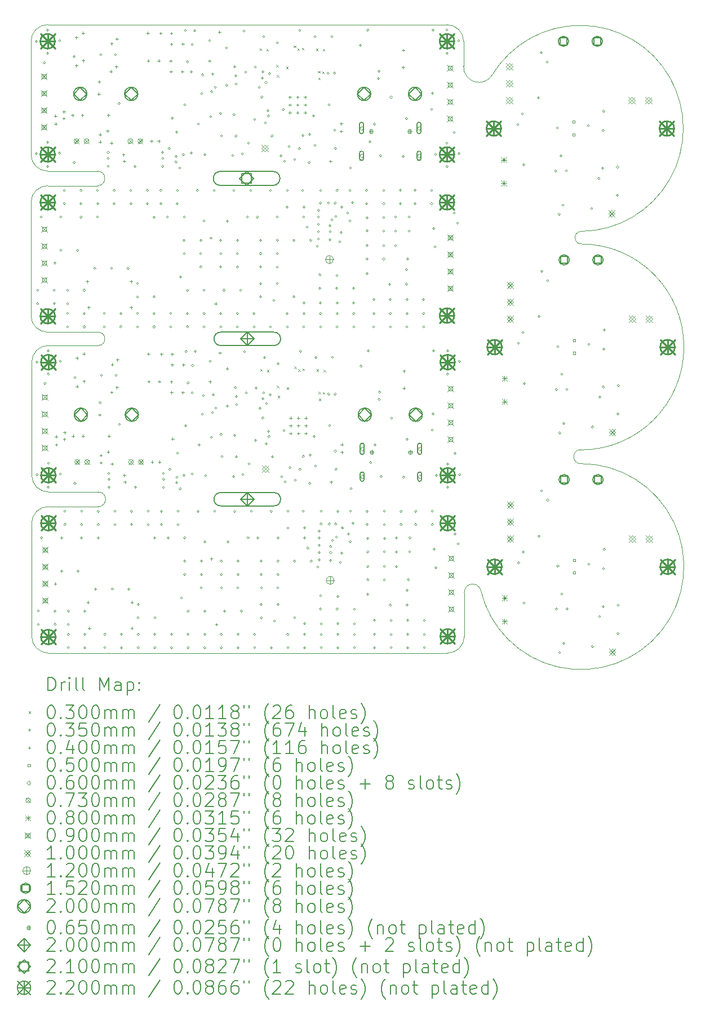
<source format=gbr>
%TF.GenerationSoftware,KiCad,Pcbnew,7.0.5*%
%TF.CreationDate,2024-03-18T15:41:48+09:00*%
%TF.ProjectId,ikafly_rev0a_p,696b6166-6c79-45f7-9265-7630615f702e,rev?*%
%TF.SameCoordinates,Original*%
%TF.FileFunction,Drillmap*%
%TF.FilePolarity,Positive*%
%FSLAX45Y45*%
G04 Gerber Fmt 4.5, Leading zero omitted, Abs format (unit mm)*
G04 Created by KiCad (PCBNEW 7.0.5) date 2024-03-18 15:41:48*
%MOMM*%
%LPD*%
G01*
G04 APERTURE LIST*
%ADD10C,0.100000*%
%ADD11C,0.200000*%
%ADD12C,0.030000*%
%ADD13C,0.035000*%
%ADD14C,0.040000*%
%ADD15C,0.050000*%
%ADD16C,0.060000*%
%ADD17C,0.073000*%
%ADD18C,0.080000*%
%ADD19C,0.090000*%
%ADD20C,0.120000*%
%ADD21C,0.152000*%
%ADD22C,0.065000*%
%ADD23C,0.210000*%
%ADD24C,0.220000*%
G04 APERTURE END LIST*
D10*
X21400000Y-7465000D02*
G75*
G03*
X20059937Y-5114962I-17237J1547262D01*
G01*
X19885531Y-12849093D02*
G75*
G03*
X21390000Y-10955000I1507232J347355D01*
G01*
X21390000Y-10745000D02*
G75*
G03*
X21390000Y-10955000I0J-105000D01*
G01*
X21400000Y-7465000D02*
G75*
G03*
X21400000Y-7655000I0J-95000D01*
G01*
X14140000Y-9180000D02*
G75*
G03*
X14140000Y-8980000I0J100000D01*
G01*
X14140000Y-8980000D02*
X13380000Y-8980000D01*
X13390000Y-9180000D02*
X14140000Y-9180000D01*
X19885000Y-12849215D02*
G75*
G03*
X19640000Y-12894000I-118954J-41790D01*
G01*
X21389994Y-10748490D02*
G75*
G03*
X21400000Y-7655000I2769J1546752D01*
G01*
X13140000Y-11130000D02*
G75*
G03*
X13390000Y-11380000I250000J0D01*
G01*
X13390000Y-11600000D02*
G75*
G03*
X13140000Y-11850000I0J-250000D01*
G01*
X13140000Y-13550000D02*
X13140000Y-11850000D01*
X14140000Y-11600000D02*
G75*
G03*
X14140000Y-11380000I0J110000D01*
G01*
X14140000Y-11380000D02*
X13390000Y-11380000D01*
X19640000Y-13550000D02*
X19640000Y-12894000D01*
X13140000Y-13550000D02*
G75*
G03*
X13390000Y-13800000I250000J0D01*
G01*
X19390000Y-13800000D02*
G75*
G03*
X19640000Y-13550000I0J250000D01*
G01*
X13390000Y-11600000D02*
X14140000Y-11600000D01*
X13140000Y-9430000D02*
X13140000Y-11130000D01*
X13390000Y-13800000D02*
X13680000Y-13800000D01*
X19390000Y-13800000D02*
X13680000Y-13800000D01*
X13390000Y-9180000D02*
G75*
G03*
X13140000Y-9430000I0J-250000D01*
G01*
X13130000Y-6310000D02*
G75*
G03*
X13380000Y-6560000I250000J0D01*
G01*
X13380000Y-6780000D02*
X14130000Y-6780000D01*
X13380000Y-6780000D02*
G75*
G03*
X13130000Y-7030000I0J-250000D01*
G01*
X19630000Y-4985000D02*
X19630000Y-4610000D01*
X13380000Y-4360000D02*
X19380000Y-4360000D01*
X19630000Y-4610000D02*
G75*
G03*
X19380000Y-4360000I-250000J0D01*
G01*
X14130000Y-6560000D02*
X13380000Y-6560000D01*
X13130000Y-4610000D02*
X13130000Y-6310000D01*
X13130000Y-8730000D02*
G75*
G03*
X13380000Y-8980000I250000J0D01*
G01*
X13380000Y-4360000D02*
G75*
G03*
X13130000Y-4610000I0J-250000D01*
G01*
X14130000Y-6780000D02*
G75*
G03*
X14130000Y-6560000I0J110000D01*
G01*
X13130000Y-8730000D02*
X13130000Y-7030000D01*
X19630006Y-4985000D02*
G75*
G03*
X20060000Y-5115000I231764J-9540D01*
G01*
D11*
D12*
X16565000Y-4714000D02*
X16595000Y-4744000D01*
X16595000Y-4714000D02*
X16565000Y-4744000D01*
X16575000Y-9534000D02*
X16605000Y-9564000D01*
X16605000Y-9534000D02*
X16575000Y-9564000D01*
X16665000Y-4725000D02*
X16695000Y-4755000D01*
X16695000Y-4725000D02*
X16665000Y-4755000D01*
X16675000Y-9545000D02*
X16705000Y-9575000D01*
X16705000Y-9545000D02*
X16675000Y-9575000D01*
X16815042Y-4964574D02*
X16845042Y-4994574D01*
X16845042Y-4964574D02*
X16815042Y-4994574D01*
X16824950Y-5115845D02*
X16854950Y-5145845D01*
X16854950Y-5115845D02*
X16824950Y-5145845D01*
X16825042Y-9784574D02*
X16855042Y-9814574D01*
X16855042Y-9784574D02*
X16825042Y-9814574D01*
X16834950Y-9935845D02*
X16864950Y-9965845D01*
X16864950Y-9935845D02*
X16834950Y-9965845D01*
X16962004Y-4989251D02*
X16992004Y-5019251D01*
X16992004Y-4989251D02*
X16962004Y-5019251D01*
X16972004Y-9809251D02*
X17002004Y-9839251D01*
X17002004Y-9809251D02*
X16972004Y-9839251D01*
X17077673Y-4674575D02*
X17107673Y-4704575D01*
X17107673Y-4674575D02*
X17077673Y-4704575D01*
X17087673Y-9494575D02*
X17117673Y-9524575D01*
X17117673Y-9494575D02*
X17087673Y-9524575D01*
X17133302Y-4714995D02*
X17163302Y-4744995D01*
X17163302Y-4714995D02*
X17133302Y-4744995D01*
X17143302Y-9534995D02*
X17173302Y-9564995D01*
X17173302Y-9534995D02*
X17143302Y-9564995D01*
X17198750Y-4706250D02*
X17228750Y-4736250D01*
X17228750Y-4706250D02*
X17198750Y-4736250D01*
X17208750Y-9526250D02*
X17238750Y-9556250D01*
X17238750Y-9526250D02*
X17208750Y-9556250D01*
X17412000Y-4718000D02*
X17442000Y-4748000D01*
X17442000Y-4718000D02*
X17412000Y-4748000D01*
X17422000Y-9538000D02*
X17452000Y-9568000D01*
X17452000Y-9538000D02*
X17422000Y-9568000D01*
X17440000Y-5055000D02*
X17470000Y-5085000D01*
X17470000Y-5055000D02*
X17440000Y-5085000D01*
X17443750Y-5156250D02*
X17473750Y-5186250D01*
X17473750Y-5156250D02*
X17443750Y-5186250D01*
X17450000Y-9875000D02*
X17480000Y-9905000D01*
X17480000Y-9875000D02*
X17450000Y-9905000D01*
X17453750Y-9976250D02*
X17483750Y-10006250D01*
X17483750Y-9976250D02*
X17453750Y-10006250D01*
X17504658Y-5061158D02*
X17534658Y-5091158D01*
X17534658Y-5061158D02*
X17504658Y-5091158D01*
X17514658Y-9881158D02*
X17544658Y-9911158D01*
X17544658Y-9881158D02*
X17514658Y-9911158D01*
X17515000Y-4724450D02*
X17545000Y-4754450D01*
X17545000Y-4724450D02*
X17515000Y-4754450D01*
X17525000Y-9544450D02*
X17555000Y-9574450D01*
X17555000Y-9544450D02*
X17525000Y-9574450D01*
D13*
X13227500Y-4610000D02*
G75*
G03*
X13227500Y-4610000I-17500J0D01*
G01*
X13227500Y-6300000D02*
G75*
G03*
X13227500Y-6300000I-17500J0D01*
G01*
X13237500Y-9430000D02*
G75*
G03*
X13237500Y-9430000I-17500J0D01*
G01*
X13237500Y-11120000D02*
G75*
G03*
X13237500Y-11120000I-17500J0D01*
G01*
X13247500Y-8350000D02*
G75*
G03*
X13247500Y-8350000I-17500J0D01*
G01*
X13247500Y-8550000D02*
G75*
G03*
X13247500Y-8550000I-17500J0D01*
G01*
X13257500Y-13170000D02*
G75*
G03*
X13257500Y-13170000I-17500J0D01*
G01*
X13257500Y-13370000D02*
G75*
G03*
X13257500Y-13370000I-17500J0D01*
G01*
X13297500Y-7250000D02*
G75*
G03*
X13297500Y-7250000I-17500J0D01*
G01*
X13307500Y-12070000D02*
G75*
G03*
X13307500Y-12070000I-17500J0D01*
G01*
X13347500Y-4930000D02*
G75*
G03*
X13347500Y-4930000I-17500J0D01*
G01*
X13357500Y-9750000D02*
G75*
G03*
X13357500Y-9750000I-17500J0D01*
G01*
X13397500Y-4440000D02*
G75*
G03*
X13397500Y-4440000I-17500J0D01*
G01*
X13397500Y-4790000D02*
G75*
G03*
X13397500Y-4790000I-17500J0D01*
G01*
X13397500Y-6130000D02*
G75*
G03*
X13397500Y-6130000I-17500J0D01*
G01*
X13397500Y-6490000D02*
G75*
G03*
X13397500Y-6490000I-17500J0D01*
G01*
X13407500Y-9260000D02*
G75*
G03*
X13407500Y-9260000I-17500J0D01*
G01*
X13407500Y-9610000D02*
G75*
G03*
X13407500Y-9610000I-17500J0D01*
G01*
X13407500Y-10950000D02*
G75*
G03*
X13407500Y-10950000I-17500J0D01*
G01*
X13407500Y-11310000D02*
G75*
G03*
X13407500Y-11310000I-17500J0D01*
G01*
X13497500Y-8350000D02*
G75*
G03*
X13497500Y-8350000I-17500J0D01*
G01*
X13497500Y-8550000D02*
G75*
G03*
X13497500Y-8550000I-17500J0D01*
G01*
X13507500Y-13170000D02*
G75*
G03*
X13507500Y-13170000I-17500J0D01*
G01*
X13507500Y-13370000D02*
G75*
G03*
X13507500Y-13370000I-17500J0D01*
G01*
X13577500Y-4600000D02*
G75*
G03*
X13577500Y-4600000I-17500J0D01*
G01*
X13577500Y-6290000D02*
G75*
G03*
X13577500Y-6290000I-17500J0D01*
G01*
X13587500Y-9420000D02*
G75*
G03*
X13587500Y-9420000I-17500J0D01*
G01*
X13587500Y-11110000D02*
G75*
G03*
X13587500Y-11110000I-17500J0D01*
G01*
X13597500Y-7250000D02*
G75*
G03*
X13597500Y-7250000I-17500J0D01*
G01*
X13597500Y-7750000D02*
G75*
G03*
X13597500Y-7750000I-17500J0D01*
G01*
X13607500Y-12070000D02*
G75*
G03*
X13607500Y-12070000I-17500J0D01*
G01*
X13607500Y-12570000D02*
G75*
G03*
X13607500Y-12570000I-17500J0D01*
G01*
X13647500Y-6850000D02*
G75*
G03*
X13647500Y-6850000I-17500J0D01*
G01*
X13647500Y-7050000D02*
G75*
G03*
X13647500Y-7050000I-17500J0D01*
G01*
X13657500Y-11670000D02*
G75*
G03*
X13657500Y-11670000I-17500J0D01*
G01*
X13657500Y-11870000D02*
G75*
G03*
X13657500Y-11870000I-17500J0D01*
G01*
X13697500Y-8350000D02*
G75*
G03*
X13697500Y-8350000I-17500J0D01*
G01*
X13697500Y-8550000D02*
G75*
G03*
X13697500Y-8550000I-17500J0D01*
G01*
X13697500Y-8700000D02*
G75*
G03*
X13697500Y-8700000I-17500J0D01*
G01*
X13697500Y-8900000D02*
G75*
G03*
X13697500Y-8900000I-17500J0D01*
G01*
X13707500Y-13170000D02*
G75*
G03*
X13707500Y-13170000I-17500J0D01*
G01*
X13707500Y-13370000D02*
G75*
G03*
X13707500Y-13370000I-17500J0D01*
G01*
X13707500Y-13520000D02*
G75*
G03*
X13707500Y-13520000I-17500J0D01*
G01*
X13707500Y-13720000D02*
G75*
G03*
X13707500Y-13720000I-17500J0D01*
G01*
X13797500Y-4840000D02*
G75*
G03*
X13797500Y-4840000I-17500J0D01*
G01*
X13797500Y-6430000D02*
G75*
G03*
X13797500Y-6430000I-17500J0D01*
G01*
X13807500Y-9660000D02*
G75*
G03*
X13807500Y-9660000I-17500J0D01*
G01*
X13807500Y-11250000D02*
G75*
G03*
X13807500Y-11250000I-17500J0D01*
G01*
X13847500Y-7750000D02*
G75*
G03*
X13847500Y-7750000I-17500J0D01*
G01*
X13857500Y-12570000D02*
G75*
G03*
X13857500Y-12570000I-17500J0D01*
G01*
X13897500Y-6850000D02*
G75*
G03*
X13897500Y-6850000I-17500J0D01*
G01*
X13897500Y-7050000D02*
G75*
G03*
X13897500Y-7050000I-17500J0D01*
G01*
X13897500Y-7250000D02*
G75*
G03*
X13897500Y-7250000I-17500J0D01*
G01*
X13907500Y-11670000D02*
G75*
G03*
X13907500Y-11670000I-17500J0D01*
G01*
X13907500Y-11870000D02*
G75*
G03*
X13907500Y-11870000I-17500J0D01*
G01*
X13907500Y-12070000D02*
G75*
G03*
X13907500Y-12070000I-17500J0D01*
G01*
X13947500Y-8350000D02*
G75*
G03*
X13947500Y-8350000I-17500J0D01*
G01*
X13947500Y-8700000D02*
G75*
G03*
X13947500Y-8700000I-17500J0D01*
G01*
X13947500Y-8900000D02*
G75*
G03*
X13947500Y-8900000I-17500J0D01*
G01*
X13957500Y-13170000D02*
G75*
G03*
X13957500Y-13170000I-17500J0D01*
G01*
X13957500Y-13520000D02*
G75*
G03*
X13957500Y-13520000I-17500J0D01*
G01*
X13957500Y-13720000D02*
G75*
G03*
X13957500Y-13720000I-17500J0D01*
G01*
X14107500Y-8020000D02*
G75*
G03*
X14107500Y-8020000I-17500J0D01*
G01*
X14117500Y-12840000D02*
G75*
G03*
X14117500Y-12840000I-17500J0D01*
G01*
X14147500Y-6850000D02*
G75*
G03*
X14147500Y-6850000I-17500J0D01*
G01*
X14147500Y-7050000D02*
G75*
G03*
X14147500Y-7050000I-17500J0D01*
G01*
X14147500Y-7250000D02*
G75*
G03*
X14147500Y-7250000I-17500J0D01*
G01*
X14157500Y-11670000D02*
G75*
G03*
X14157500Y-11670000I-17500J0D01*
G01*
X14157500Y-11870000D02*
G75*
G03*
X14157500Y-11870000I-17500J0D01*
G01*
X14157500Y-12070000D02*
G75*
G03*
X14157500Y-12070000I-17500J0D01*
G01*
X14177500Y-5220000D02*
G75*
G03*
X14177500Y-5220000I-17500J0D01*
G01*
X14187500Y-10040000D02*
G75*
G03*
X14187500Y-10040000I-17500J0D01*
G01*
X14197500Y-4810000D02*
G75*
G03*
X14197500Y-4810000I-17500J0D01*
G01*
X14207500Y-9630000D02*
G75*
G03*
X14207500Y-9630000I-17500J0D01*
G01*
X14247500Y-8700000D02*
G75*
G03*
X14247500Y-8700000I-17500J0D01*
G01*
X14247500Y-8900000D02*
G75*
G03*
X14247500Y-8900000I-17500J0D01*
G01*
X14257500Y-13520000D02*
G75*
G03*
X14257500Y-13520000I-17500J0D01*
G01*
X14257500Y-13720000D02*
G75*
G03*
X14257500Y-13720000I-17500J0D01*
G01*
X14307500Y-6280000D02*
G75*
G03*
X14307500Y-6280000I-17500J0D01*
G01*
X14307500Y-6370000D02*
G75*
G03*
X14307500Y-6370000I-17500J0D01*
G01*
X14307500Y-6490000D02*
G75*
G03*
X14307500Y-6490000I-17500J0D01*
G01*
X14317500Y-11100000D02*
G75*
G03*
X14317500Y-11100000I-17500J0D01*
G01*
X14317500Y-11190000D02*
G75*
G03*
X14317500Y-11190000I-17500J0D01*
G01*
X14317500Y-11310000D02*
G75*
G03*
X14317500Y-11310000I-17500J0D01*
G01*
X14357500Y-8020000D02*
G75*
G03*
X14357500Y-8020000I-17500J0D01*
G01*
X14367500Y-12840000D02*
G75*
G03*
X14367500Y-12840000I-17500J0D01*
G01*
X14397500Y-6850000D02*
G75*
G03*
X14397500Y-6850000I-17500J0D01*
G01*
X14397500Y-7050000D02*
G75*
G03*
X14397500Y-7050000I-17500J0D01*
G01*
X14407500Y-11670000D02*
G75*
G03*
X14407500Y-11670000I-17500J0D01*
G01*
X14407500Y-11870000D02*
G75*
G03*
X14407500Y-11870000I-17500J0D01*
G01*
X14417500Y-4810000D02*
G75*
G03*
X14417500Y-4810000I-17500J0D01*
G01*
X14427500Y-9630000D02*
G75*
G03*
X14427500Y-9630000I-17500J0D01*
G01*
X14469450Y-5545000D02*
G75*
G03*
X14469450Y-5545000I-17500J0D01*
G01*
X14479450Y-10365000D02*
G75*
G03*
X14479450Y-10365000I-17500J0D01*
G01*
X14497500Y-8700000D02*
G75*
G03*
X14497500Y-8700000I-17500J0D01*
G01*
X14497500Y-8900000D02*
G75*
G03*
X14497500Y-8900000I-17500J0D01*
G01*
X14507500Y-13520000D02*
G75*
G03*
X14507500Y-13520000I-17500J0D01*
G01*
X14507500Y-13720000D02*
G75*
G03*
X14507500Y-13720000I-17500J0D01*
G01*
X14607500Y-8020000D02*
G75*
G03*
X14607500Y-8020000I-17500J0D01*
G01*
X14617500Y-12840000D02*
G75*
G03*
X14617500Y-12840000I-17500J0D01*
G01*
X14647500Y-6850000D02*
G75*
G03*
X14647500Y-6850000I-17500J0D01*
G01*
X14647500Y-7050000D02*
G75*
G03*
X14647500Y-7050000I-17500J0D01*
G01*
X14657500Y-11670000D02*
G75*
G03*
X14657500Y-11670000I-17500J0D01*
G01*
X14657500Y-11870000D02*
G75*
G03*
X14657500Y-11870000I-17500J0D01*
G01*
X14707500Y-6490000D02*
G75*
G03*
X14707500Y-6490000I-17500J0D01*
G01*
X14717500Y-11310000D02*
G75*
G03*
X14717500Y-11310000I-17500J0D01*
G01*
X14747500Y-8250000D02*
G75*
G03*
X14747500Y-8250000I-17500J0D01*
G01*
X14747500Y-8450000D02*
G75*
G03*
X14747500Y-8450000I-17500J0D01*
G01*
X14747500Y-8700000D02*
G75*
G03*
X14747500Y-8700000I-17500J0D01*
G01*
X14747500Y-8900000D02*
G75*
G03*
X14747500Y-8900000I-17500J0D01*
G01*
X14757500Y-13070000D02*
G75*
G03*
X14757500Y-13070000I-17500J0D01*
G01*
X14757500Y-13270000D02*
G75*
G03*
X14757500Y-13270000I-17500J0D01*
G01*
X14757500Y-13520000D02*
G75*
G03*
X14757500Y-13520000I-17500J0D01*
G01*
X14757500Y-13720000D02*
G75*
G03*
X14757500Y-13720000I-17500J0D01*
G01*
X14897500Y-6850000D02*
G75*
G03*
X14897500Y-6850000I-17500J0D01*
G01*
X14897500Y-7050000D02*
G75*
G03*
X14897500Y-7050000I-17500J0D01*
G01*
X14907500Y-11670000D02*
G75*
G03*
X14907500Y-11670000I-17500J0D01*
G01*
X14907500Y-11870000D02*
G75*
G03*
X14907500Y-11870000I-17500J0D01*
G01*
X14997500Y-7250000D02*
G75*
G03*
X14997500Y-7250000I-17500J0D01*
G01*
X14997500Y-8450000D02*
G75*
G03*
X14997500Y-8450000I-17500J0D01*
G01*
X14997500Y-8700000D02*
G75*
G03*
X14997500Y-8700000I-17500J0D01*
G01*
X14997500Y-8900000D02*
G75*
G03*
X14997500Y-8900000I-17500J0D01*
G01*
X15007500Y-12070000D02*
G75*
G03*
X15007500Y-12070000I-17500J0D01*
G01*
X15007500Y-13270000D02*
G75*
G03*
X15007500Y-13270000I-17500J0D01*
G01*
X15007500Y-13520000D02*
G75*
G03*
X15007500Y-13520000I-17500J0D01*
G01*
X15007500Y-13720000D02*
G75*
G03*
X15007500Y-13720000I-17500J0D01*
G01*
X15097500Y-6850000D02*
G75*
G03*
X15097500Y-6850000I-17500J0D01*
G01*
X15097500Y-7050000D02*
G75*
G03*
X15097500Y-7050000I-17500J0D01*
G01*
X15107500Y-11670000D02*
G75*
G03*
X15107500Y-11670000I-17500J0D01*
G01*
X15107500Y-11870000D02*
G75*
G03*
X15107500Y-11870000I-17500J0D01*
G01*
X15127500Y-6280000D02*
G75*
G03*
X15127500Y-6280000I-17500J0D01*
G01*
X15127500Y-6370000D02*
G75*
G03*
X15127500Y-6370000I-17500J0D01*
G01*
X15127500Y-6490000D02*
G75*
G03*
X15127500Y-6490000I-17500J0D01*
G01*
X15137500Y-11100000D02*
G75*
G03*
X15137500Y-11100000I-17500J0D01*
G01*
X15137500Y-11190000D02*
G75*
G03*
X15137500Y-11190000I-17500J0D01*
G01*
X15137500Y-11310000D02*
G75*
G03*
X15137500Y-11310000I-17500J0D01*
G01*
X15197500Y-7250000D02*
G75*
G03*
X15197500Y-7250000I-17500J0D01*
G01*
X15207500Y-12070000D02*
G75*
G03*
X15207500Y-12070000I-17500J0D01*
G01*
X15222500Y-6220000D02*
G75*
G03*
X15222500Y-6220000I-17500J0D01*
G01*
X15232500Y-11040000D02*
G75*
G03*
X15232500Y-11040000I-17500J0D01*
G01*
X15247500Y-8700000D02*
G75*
G03*
X15247500Y-8700000I-17500J0D01*
G01*
X15247500Y-8900000D02*
G75*
G03*
X15247500Y-8900000I-17500J0D01*
G01*
X15257500Y-13520000D02*
G75*
G03*
X15257500Y-13520000I-17500J0D01*
G01*
X15257500Y-13720000D02*
G75*
G03*
X15257500Y-13720000I-17500J0D01*
G01*
X15327500Y-6340000D02*
G75*
G03*
X15327500Y-6340000I-17500J0D01*
G01*
X15327500Y-6420000D02*
G75*
G03*
X15327500Y-6420000I-17500J0D01*
G01*
X15337500Y-5977050D02*
G75*
G03*
X15337500Y-5977050I-17500J0D01*
G01*
X15337500Y-11160000D02*
G75*
G03*
X15337500Y-11160000I-17500J0D01*
G01*
X15337500Y-11240000D02*
G75*
G03*
X15337500Y-11240000I-17500J0D01*
G01*
X15347500Y-6850000D02*
G75*
G03*
X15347500Y-6850000I-17500J0D01*
G01*
X15347500Y-7050000D02*
G75*
G03*
X15347500Y-7050000I-17500J0D01*
G01*
X15347500Y-10797050D02*
G75*
G03*
X15347500Y-10797050I-17500J0D01*
G01*
X15357500Y-11670000D02*
G75*
G03*
X15357500Y-11670000I-17500J0D01*
G01*
X15357500Y-11870000D02*
G75*
G03*
X15357500Y-11870000I-17500J0D01*
G01*
X15380500Y-6513950D02*
G75*
G03*
X15380500Y-6513950I-17500J0D01*
G01*
X15390500Y-11333950D02*
G75*
G03*
X15390500Y-11333950I-17500J0D01*
G01*
X15397500Y-8150000D02*
G75*
G03*
X15397500Y-8150000I-17500J0D01*
G01*
X15407500Y-12970000D02*
G75*
G03*
X15407500Y-12970000I-17500J0D01*
G01*
X15437500Y-6310000D02*
G75*
G03*
X15437500Y-6310000I-17500J0D01*
G01*
X15447500Y-7250000D02*
G75*
G03*
X15447500Y-7250000I-17500J0D01*
G01*
X15447500Y-7600000D02*
G75*
G03*
X15447500Y-7600000I-17500J0D01*
G01*
X15447500Y-7800000D02*
G75*
G03*
X15447500Y-7800000I-17500J0D01*
G01*
X15447500Y-11130000D02*
G75*
G03*
X15447500Y-11130000I-17500J0D01*
G01*
X15457500Y-12070000D02*
G75*
G03*
X15457500Y-12070000I-17500J0D01*
G01*
X15457500Y-12420000D02*
G75*
G03*
X15457500Y-12420000I-17500J0D01*
G01*
X15457500Y-12620000D02*
G75*
G03*
X15457500Y-12620000I-17500J0D01*
G01*
X15460500Y-5564950D02*
G75*
G03*
X15460500Y-5564950I-17500J0D01*
G01*
X15467500Y-4450000D02*
G75*
G03*
X15467500Y-4450000I-17500J0D01*
G01*
X15470500Y-10384950D02*
G75*
G03*
X15470500Y-10384950I-17500J0D01*
G01*
X15477500Y-9270000D02*
G75*
G03*
X15477500Y-9270000I-17500J0D01*
G01*
X15497500Y-4920000D02*
G75*
G03*
X15497500Y-4920000I-17500J0D01*
G01*
X15497500Y-8350000D02*
G75*
G03*
X15497500Y-8350000I-17500J0D01*
G01*
X15497500Y-8700000D02*
G75*
G03*
X15497500Y-8700000I-17500J0D01*
G01*
X15497500Y-8900000D02*
G75*
G03*
X15497500Y-8900000I-17500J0D01*
G01*
X15507500Y-9740000D02*
G75*
G03*
X15507500Y-9740000I-17500J0D01*
G01*
X15507500Y-13170000D02*
G75*
G03*
X15507500Y-13170000I-17500J0D01*
G01*
X15507500Y-13520000D02*
G75*
G03*
X15507500Y-13520000I-17500J0D01*
G01*
X15507500Y-13720000D02*
G75*
G03*
X15507500Y-13720000I-17500J0D01*
G01*
X15557500Y-5070000D02*
G75*
G03*
X15557500Y-5070000I-17500J0D01*
G01*
X15557500Y-6290000D02*
G75*
G03*
X15557500Y-6290000I-17500J0D01*
G01*
X15567500Y-4660000D02*
G75*
G03*
X15567500Y-4660000I-17500J0D01*
G01*
X15567500Y-9890000D02*
G75*
G03*
X15567500Y-9890000I-17500J0D01*
G01*
X15567500Y-11110000D02*
G75*
G03*
X15567500Y-11110000I-17500J0D01*
G01*
X15577500Y-9480000D02*
G75*
G03*
X15577500Y-9480000I-17500J0D01*
G01*
X15607500Y-4450000D02*
G75*
G03*
X15607500Y-4450000I-17500J0D01*
G01*
X15617500Y-9270000D02*
G75*
G03*
X15617500Y-9270000I-17500J0D01*
G01*
X15647500Y-6850000D02*
G75*
G03*
X15647500Y-6850000I-17500J0D01*
G01*
X15657500Y-11670000D02*
G75*
G03*
X15657500Y-11670000I-17500J0D01*
G01*
X15664306Y-5852194D02*
G75*
G03*
X15664306Y-5852194I-17500J0D01*
G01*
X15674306Y-10672194D02*
G75*
G03*
X15674306Y-10672194I-17500J0D01*
G01*
X15697500Y-7600000D02*
G75*
G03*
X15697500Y-7600000I-17500J0D01*
G01*
X15697500Y-7800000D02*
G75*
G03*
X15697500Y-7800000I-17500J0D01*
G01*
X15697500Y-8000000D02*
G75*
G03*
X15697500Y-8000000I-17500J0D01*
G01*
X15707500Y-12420000D02*
G75*
G03*
X15707500Y-12420000I-17500J0D01*
G01*
X15707500Y-12620000D02*
G75*
G03*
X15707500Y-12620000I-17500J0D01*
G01*
X15707500Y-12820000D02*
G75*
G03*
X15707500Y-12820000I-17500J0D01*
G01*
X15710500Y-5395000D02*
G75*
G03*
X15710500Y-5395000I-17500J0D01*
G01*
X15720500Y-10215000D02*
G75*
G03*
X15720500Y-10215000I-17500J0D01*
G01*
X15726595Y-5114412D02*
G75*
G03*
X15726595Y-5114412I-17500J0D01*
G01*
X15736595Y-9934412D02*
G75*
G03*
X15736595Y-9934412I-17500J0D01*
G01*
X15747500Y-7310000D02*
G75*
G03*
X15747500Y-7310000I-17500J0D01*
G01*
X15747500Y-8350000D02*
G75*
G03*
X15747500Y-8350000I-17500J0D01*
G01*
X15747500Y-8700000D02*
G75*
G03*
X15747500Y-8700000I-17500J0D01*
G01*
X15747500Y-8900000D02*
G75*
G03*
X15747500Y-8900000I-17500J0D01*
G01*
X15757500Y-12130000D02*
G75*
G03*
X15757500Y-12130000I-17500J0D01*
G01*
X15757500Y-13170000D02*
G75*
G03*
X15757500Y-13170000I-17500J0D01*
G01*
X15757500Y-13520000D02*
G75*
G03*
X15757500Y-13520000I-17500J0D01*
G01*
X15757500Y-13720000D02*
G75*
G03*
X15757500Y-13720000I-17500J0D01*
G01*
X15761750Y-6313250D02*
G75*
G03*
X15761750Y-6313250I-17500J0D01*
G01*
X15771750Y-11133250D02*
G75*
G03*
X15771750Y-11133250I-17500J0D01*
G01*
X15831453Y-4596453D02*
G75*
G03*
X15831453Y-4596453I-17500J0D01*
G01*
X15841453Y-9416453D02*
G75*
G03*
X15841453Y-9416453I-17500J0D01*
G01*
X15847500Y-5741000D02*
G75*
G03*
X15847500Y-5741000I-17500J0D01*
G01*
X15857500Y-10561000D02*
G75*
G03*
X15857500Y-10561000I-17500J0D01*
G01*
X15863500Y-5367000D02*
G75*
G03*
X15863500Y-5367000I-17500J0D01*
G01*
X15873500Y-10187000D02*
G75*
G03*
X15873500Y-10187000I-17500J0D01*
G01*
X15878500Y-5100000D02*
G75*
G03*
X15878500Y-5100000I-17500J0D01*
G01*
X15888500Y-9920000D02*
G75*
G03*
X15888500Y-9920000I-17500J0D01*
G01*
X15897500Y-6850000D02*
G75*
G03*
X15897500Y-6850000I-17500J0D01*
G01*
X15907500Y-11670000D02*
G75*
G03*
X15907500Y-11670000I-17500J0D01*
G01*
X15915500Y-5300000D02*
G75*
G03*
X15915500Y-5300000I-17500J0D01*
G01*
X15925500Y-10120000D02*
G75*
G03*
X15925500Y-10120000I-17500J0D01*
G01*
X15992500Y-5695000D02*
G75*
G03*
X15992500Y-5695000I-17500J0D01*
G01*
X15997500Y-7600000D02*
G75*
G03*
X15997500Y-7600000I-17500J0D01*
G01*
X15997500Y-7800000D02*
G75*
G03*
X15997500Y-7800000I-17500J0D01*
G01*
X15997500Y-8000000D02*
G75*
G03*
X15997500Y-8000000I-17500J0D01*
G01*
X15997500Y-8700000D02*
G75*
G03*
X15997500Y-8700000I-17500J0D01*
G01*
X15997500Y-8900000D02*
G75*
G03*
X15997500Y-8900000I-17500J0D01*
G01*
X16002500Y-10515000D02*
G75*
G03*
X16002500Y-10515000I-17500J0D01*
G01*
X16007500Y-6029450D02*
G75*
G03*
X16007500Y-6029450I-17500J0D01*
G01*
X16007500Y-12420000D02*
G75*
G03*
X16007500Y-12420000I-17500J0D01*
G01*
X16007500Y-12620000D02*
G75*
G03*
X16007500Y-12620000I-17500J0D01*
G01*
X16007500Y-12820000D02*
G75*
G03*
X16007500Y-12820000I-17500J0D01*
G01*
X16007500Y-13520000D02*
G75*
G03*
X16007500Y-13520000I-17500J0D01*
G01*
X16007500Y-13720000D02*
G75*
G03*
X16007500Y-13720000I-17500J0D01*
G01*
X16017500Y-10849450D02*
G75*
G03*
X16017500Y-10849450I-17500J0D01*
G01*
X16047500Y-8350000D02*
G75*
G03*
X16047500Y-8350000I-17500J0D01*
G01*
X16057500Y-13170000D02*
G75*
G03*
X16057500Y-13170000I-17500J0D01*
G01*
X16087500Y-4710000D02*
G75*
G03*
X16087500Y-4710000I-17500J0D01*
G01*
X16087500Y-5270000D02*
G75*
G03*
X16087500Y-5270000I-17500J0D01*
G01*
X16097500Y-7310000D02*
G75*
G03*
X16097500Y-7310000I-17500J0D01*
G01*
X16097500Y-9530000D02*
G75*
G03*
X16097500Y-9530000I-17500J0D01*
G01*
X16097500Y-10090000D02*
G75*
G03*
X16097500Y-10090000I-17500J0D01*
G01*
X16107500Y-12130000D02*
G75*
G03*
X16107500Y-12130000I-17500J0D01*
G01*
X16179827Y-6326533D02*
G75*
G03*
X16179827Y-6326533I-17500J0D01*
G01*
X16189827Y-11146533D02*
G75*
G03*
X16189827Y-11146533I-17500J0D01*
G01*
X16197500Y-5710000D02*
G75*
G03*
X16197500Y-5710000I-17500J0D01*
G01*
X16197500Y-6850000D02*
G75*
G03*
X16197500Y-6850000I-17500J0D01*
G01*
X16207500Y-4993264D02*
G75*
G03*
X16207500Y-4993264I-17500J0D01*
G01*
X16207500Y-10530000D02*
G75*
G03*
X16207500Y-10530000I-17500J0D01*
G01*
X16207500Y-11670000D02*
G75*
G03*
X16207500Y-11670000I-17500J0D01*
G01*
X16217500Y-9813264D02*
G75*
G03*
X16217500Y-9813264I-17500J0D01*
G01*
X16223370Y-5128130D02*
G75*
G03*
X16223370Y-5128130I-17500J0D01*
G01*
X16226500Y-6032000D02*
G75*
G03*
X16226500Y-6032000I-17500J0D01*
G01*
X16227500Y-5250000D02*
G75*
G03*
X16227500Y-5250000I-17500J0D01*
G01*
X16233370Y-9948130D02*
G75*
G03*
X16233370Y-9948130I-17500J0D01*
G01*
X16236500Y-10852000D02*
G75*
G03*
X16236500Y-10852000I-17500J0D01*
G01*
X16237500Y-10070000D02*
G75*
G03*
X16237500Y-10070000I-17500J0D01*
G01*
X16247500Y-7600000D02*
G75*
G03*
X16247500Y-7600000I-17500J0D01*
G01*
X16247500Y-7800000D02*
G75*
G03*
X16247500Y-7800000I-17500J0D01*
G01*
X16247500Y-8000000D02*
G75*
G03*
X16247500Y-8000000I-17500J0D01*
G01*
X16247500Y-8700000D02*
G75*
G03*
X16247500Y-8700000I-17500J0D01*
G01*
X16247500Y-8900000D02*
G75*
G03*
X16247500Y-8900000I-17500J0D01*
G01*
X16257500Y-12420000D02*
G75*
G03*
X16257500Y-12420000I-17500J0D01*
G01*
X16257500Y-12620000D02*
G75*
G03*
X16257500Y-12620000I-17500J0D01*
G01*
X16257500Y-12820000D02*
G75*
G03*
X16257500Y-12820000I-17500J0D01*
G01*
X16257500Y-13520000D02*
G75*
G03*
X16257500Y-13520000I-17500J0D01*
G01*
X16257500Y-13720000D02*
G75*
G03*
X16257500Y-13720000I-17500J0D01*
G01*
X16297500Y-8350000D02*
G75*
G03*
X16297500Y-8350000I-17500J0D01*
G01*
X16307500Y-13170000D02*
G75*
G03*
X16307500Y-13170000I-17500J0D01*
G01*
X16320500Y-6300000D02*
G75*
G03*
X16320500Y-6300000I-17500J0D01*
G01*
X16330500Y-11120000D02*
G75*
G03*
X16330500Y-11120000I-17500J0D01*
G01*
X16347500Y-4455050D02*
G75*
G03*
X16347500Y-4455050I-17500J0D01*
G01*
X16357500Y-9275050D02*
G75*
G03*
X16357500Y-9275050I-17500J0D01*
G01*
X16374500Y-5071000D02*
G75*
G03*
X16374500Y-5071000I-17500J0D01*
G01*
X16384500Y-9891000D02*
G75*
G03*
X16384500Y-9891000I-17500J0D01*
G01*
X16397500Y-7250000D02*
G75*
G03*
X16397500Y-7250000I-17500J0D01*
G01*
X16407500Y-12070000D02*
G75*
G03*
X16407500Y-12070000I-17500J0D01*
G01*
X16415516Y-6138016D02*
G75*
G03*
X16415516Y-6138016I-17500J0D01*
G01*
X16425516Y-10958016D02*
G75*
G03*
X16425516Y-10958016I-17500J0D01*
G01*
X16447500Y-6850000D02*
G75*
G03*
X16447500Y-6850000I-17500J0D01*
G01*
X16457500Y-11670000D02*
G75*
G03*
X16457500Y-11670000I-17500J0D01*
G01*
X16497500Y-8700000D02*
G75*
G03*
X16497500Y-8700000I-17500J0D01*
G01*
X16497500Y-8900000D02*
G75*
G03*
X16497500Y-8900000I-17500J0D01*
G01*
X16507500Y-13520000D02*
G75*
G03*
X16507500Y-13520000I-17500J0D01*
G01*
X16507500Y-13720000D02*
G75*
G03*
X16507500Y-13720000I-17500J0D01*
G01*
X16509500Y-5785000D02*
G75*
G03*
X16509500Y-5785000I-17500J0D01*
G01*
X16517500Y-5000000D02*
G75*
G03*
X16517500Y-5000000I-17500J0D01*
G01*
X16519500Y-10605000D02*
G75*
G03*
X16519500Y-10605000I-17500J0D01*
G01*
X16527500Y-9820000D02*
G75*
G03*
X16527500Y-9820000I-17500J0D01*
G01*
X16547500Y-7250000D02*
G75*
G03*
X16547500Y-7250000I-17500J0D01*
G01*
X16557500Y-12070000D02*
G75*
G03*
X16557500Y-12070000I-17500J0D01*
G01*
X16576500Y-5304000D02*
G75*
G03*
X16576500Y-5304000I-17500J0D01*
G01*
X16586500Y-10124000D02*
G75*
G03*
X16586500Y-10124000I-17500J0D01*
G01*
X16597500Y-7600000D02*
G75*
G03*
X16597500Y-7600000I-17500J0D01*
G01*
X16597500Y-7800000D02*
G75*
G03*
X16597500Y-7800000I-17500J0D01*
G01*
X16597500Y-8000000D02*
G75*
G03*
X16597500Y-8000000I-17500J0D01*
G01*
X16597500Y-8250000D02*
G75*
G03*
X16597500Y-8250000I-17500J0D01*
G01*
X16597500Y-8450000D02*
G75*
G03*
X16597500Y-8450000I-17500J0D01*
G01*
X16607500Y-12420000D02*
G75*
G03*
X16607500Y-12420000I-17500J0D01*
G01*
X16607500Y-12620000D02*
G75*
G03*
X16607500Y-12620000I-17500J0D01*
G01*
X16607500Y-12820000D02*
G75*
G03*
X16607500Y-12820000I-17500J0D01*
G01*
X16607500Y-13070000D02*
G75*
G03*
X16607500Y-13070000I-17500J0D01*
G01*
X16607500Y-13270000D02*
G75*
G03*
X16607500Y-13270000I-17500J0D01*
G01*
X16617500Y-5448300D02*
G75*
G03*
X16617500Y-5448300I-17500J0D01*
G01*
X16623500Y-5160050D02*
G75*
G03*
X16623500Y-5160050I-17500J0D01*
G01*
X16627500Y-10268300D02*
G75*
G03*
X16627500Y-10268300I-17500J0D01*
G01*
X16633500Y-9980050D02*
G75*
G03*
X16633500Y-9980050I-17500J0D01*
G01*
X16633611Y-5068842D02*
G75*
G03*
X16633611Y-5068842I-17500J0D01*
G01*
X16643611Y-9888842D02*
G75*
G03*
X16643611Y-9888842I-17500J0D01*
G01*
X16647500Y-4540000D02*
G75*
G03*
X16647500Y-4540000I-17500J0D01*
G01*
X16657500Y-9360000D02*
G75*
G03*
X16657500Y-9360000I-17500J0D01*
G01*
X16672073Y-5834573D02*
G75*
G03*
X16672073Y-5834573I-17500J0D01*
G01*
X16677548Y-5229998D02*
G75*
G03*
X16677548Y-5229998I-17500J0D01*
G01*
X16682073Y-10654573D02*
G75*
G03*
X16682073Y-10654573I-17500J0D01*
G01*
X16687548Y-10049998D02*
G75*
G03*
X16687548Y-10049998I-17500J0D01*
G01*
X16708373Y-5650675D02*
G75*
G03*
X16708373Y-5650675I-17500J0D01*
G01*
X16713267Y-5730475D02*
G75*
G03*
X16713267Y-5730475I-17500J0D01*
G01*
X16718373Y-10470675D02*
G75*
G03*
X16718373Y-10470675I-17500J0D01*
G01*
X16723267Y-10550475D02*
G75*
G03*
X16723267Y-10550475I-17500J0D01*
G01*
X16731769Y-5097731D02*
G75*
G03*
X16731769Y-5097731I-17500J0D01*
G01*
X16741769Y-9917731D02*
G75*
G03*
X16741769Y-9917731I-17500J0D01*
G01*
X16747500Y-6850000D02*
G75*
G03*
X16747500Y-6850000I-17500J0D01*
G01*
X16747500Y-8900000D02*
G75*
G03*
X16747500Y-8900000I-17500J0D01*
G01*
X16757500Y-11670000D02*
G75*
G03*
X16757500Y-11670000I-17500J0D01*
G01*
X16757500Y-13720000D02*
G75*
G03*
X16757500Y-13720000I-17500J0D01*
G01*
X16767500Y-6031050D02*
G75*
G03*
X16767500Y-6031050I-17500J0D01*
G01*
X16777500Y-10851050D02*
G75*
G03*
X16777500Y-10851050I-17500J0D01*
G01*
X16797500Y-8500000D02*
G75*
G03*
X16797500Y-8500000I-17500J0D01*
G01*
X16807500Y-13320000D02*
G75*
G03*
X16807500Y-13320000I-17500J0D01*
G01*
X16847500Y-4635000D02*
G75*
G03*
X16847500Y-4635000I-17500J0D01*
G01*
X16847500Y-7250000D02*
G75*
G03*
X16847500Y-7250000I-17500J0D01*
G01*
X16847500Y-7600000D02*
G75*
G03*
X16847500Y-7600000I-17500J0D01*
G01*
X16847500Y-7800000D02*
G75*
G03*
X16847500Y-7800000I-17500J0D01*
G01*
X16847500Y-8000000D02*
G75*
G03*
X16847500Y-8000000I-17500J0D01*
G01*
X16847500Y-8250000D02*
G75*
G03*
X16847500Y-8250000I-17500J0D01*
G01*
X16857500Y-9455000D02*
G75*
G03*
X16857500Y-9455000I-17500J0D01*
G01*
X16857500Y-12070000D02*
G75*
G03*
X16857500Y-12070000I-17500J0D01*
G01*
X16857500Y-12420000D02*
G75*
G03*
X16857500Y-12420000I-17500J0D01*
G01*
X16857500Y-12620000D02*
G75*
G03*
X16857500Y-12620000I-17500J0D01*
G01*
X16857500Y-12820000D02*
G75*
G03*
X16857500Y-12820000I-17500J0D01*
G01*
X16857500Y-13070000D02*
G75*
G03*
X16857500Y-13070000I-17500J0D01*
G01*
X16905310Y-6330000D02*
G75*
G03*
X16905310Y-6330000I-17500J0D01*
G01*
X16915310Y-11150000D02*
G75*
G03*
X16915310Y-11150000I-17500J0D01*
G01*
X16939500Y-5635000D02*
G75*
G03*
X16939500Y-5635000I-17500J0D01*
G01*
X16949500Y-10455000D02*
G75*
G03*
X16949500Y-10455000I-17500J0D01*
G01*
X16957500Y-6410000D02*
G75*
G03*
X16957500Y-6410000I-17500J0D01*
G01*
X16967500Y-11230000D02*
G75*
G03*
X16967500Y-11230000I-17500J0D01*
G01*
X16997500Y-6850000D02*
G75*
G03*
X16997500Y-6850000I-17500J0D01*
G01*
X16997500Y-7100000D02*
G75*
G03*
X16997500Y-7100000I-17500J0D01*
G01*
X16997500Y-8700000D02*
G75*
G03*
X16997500Y-8700000I-17500J0D01*
G01*
X16997500Y-8900000D02*
G75*
G03*
X16997500Y-8900000I-17500J0D01*
G01*
X17007500Y-11670000D02*
G75*
G03*
X17007500Y-11670000I-17500J0D01*
G01*
X17007500Y-11920000D02*
G75*
G03*
X17007500Y-11920000I-17500J0D01*
G01*
X17007500Y-13520000D02*
G75*
G03*
X17007500Y-13520000I-17500J0D01*
G01*
X17007500Y-13720000D02*
G75*
G03*
X17007500Y-13720000I-17500J0D01*
G01*
X17026210Y-6190621D02*
G75*
G03*
X17026210Y-6190621I-17500J0D01*
G01*
X17036210Y-11010621D02*
G75*
G03*
X17036210Y-11010621I-17500J0D01*
G01*
X17097500Y-7600000D02*
G75*
G03*
X17097500Y-7600000I-17500J0D01*
G01*
X17097500Y-8450000D02*
G75*
G03*
X17097500Y-8450000I-17500J0D01*
G01*
X17107500Y-6386000D02*
G75*
G03*
X17107500Y-6386000I-17500J0D01*
G01*
X17107500Y-12420000D02*
G75*
G03*
X17107500Y-12420000I-17500J0D01*
G01*
X17107500Y-13270000D02*
G75*
G03*
X17107500Y-13270000I-17500J0D01*
G01*
X17117500Y-11206000D02*
G75*
G03*
X17117500Y-11206000I-17500J0D01*
G01*
X17178597Y-6221097D02*
G75*
G03*
X17178597Y-6221097I-17500J0D01*
G01*
X17187500Y-4445000D02*
G75*
G03*
X17187500Y-4445000I-17500J0D01*
G01*
X17188597Y-11041097D02*
G75*
G03*
X17188597Y-11041097I-17500J0D01*
G01*
X17197500Y-9265000D02*
G75*
G03*
X17197500Y-9265000I-17500J0D01*
G01*
X17227500Y-6850000D02*
G75*
G03*
X17227500Y-6850000I-17500J0D01*
G01*
X17230450Y-6026822D02*
G75*
G03*
X17230450Y-6026822I-17500J0D01*
G01*
X17237500Y-11670000D02*
G75*
G03*
X17237500Y-11670000I-17500J0D01*
G01*
X17240450Y-10846822D02*
G75*
G03*
X17240450Y-10846822I-17500J0D01*
G01*
X17247500Y-7100000D02*
G75*
G03*
X17247500Y-7100000I-17500J0D01*
G01*
X17247500Y-7250000D02*
G75*
G03*
X17247500Y-7250000I-17500J0D01*
G01*
X17247500Y-8540000D02*
G75*
G03*
X17247500Y-8540000I-17500J0D01*
G01*
X17247500Y-8700000D02*
G75*
G03*
X17247500Y-8700000I-17500J0D01*
G01*
X17247500Y-8900000D02*
G75*
G03*
X17247500Y-8900000I-17500J0D01*
G01*
X17257500Y-11920000D02*
G75*
G03*
X17257500Y-11920000I-17500J0D01*
G01*
X17257500Y-12070000D02*
G75*
G03*
X17257500Y-12070000I-17500J0D01*
G01*
X17257500Y-13360000D02*
G75*
G03*
X17257500Y-13360000I-17500J0D01*
G01*
X17257500Y-13520000D02*
G75*
G03*
X17257500Y-13520000I-17500J0D01*
G01*
X17257500Y-13720000D02*
G75*
G03*
X17257500Y-13720000I-17500J0D01*
G01*
X17297500Y-7400000D02*
G75*
G03*
X17297500Y-7400000I-17500J0D01*
G01*
X17307500Y-12220000D02*
G75*
G03*
X17307500Y-12220000I-17500J0D01*
G01*
X17328000Y-6430500D02*
G75*
G03*
X17328000Y-6430500I-17500J0D01*
G01*
X17331536Y-6008700D02*
G75*
G03*
X17331536Y-6008700I-17500J0D01*
G01*
X17338000Y-11250500D02*
G75*
G03*
X17338000Y-11250500I-17500J0D01*
G01*
X17341536Y-10828700D02*
G75*
G03*
X17341536Y-10828700I-17500J0D01*
G01*
X17347500Y-7600000D02*
G75*
G03*
X17347500Y-7600000I-17500J0D01*
G01*
X17357500Y-12420000D02*
G75*
G03*
X17357500Y-12420000I-17500J0D01*
G01*
X17393500Y-5727300D02*
G75*
G03*
X17393500Y-5727300I-17500J0D01*
G01*
X17403500Y-10547300D02*
G75*
G03*
X17403500Y-10547300I-17500J0D01*
G01*
X17415000Y-6172500D02*
G75*
G03*
X17415000Y-6172500I-17500J0D01*
G01*
X17417500Y-4540000D02*
G75*
G03*
X17417500Y-4540000I-17500J0D01*
G01*
X17425000Y-10992500D02*
G75*
G03*
X17425000Y-10992500I-17500J0D01*
G01*
X17427500Y-9360000D02*
G75*
G03*
X17427500Y-9360000I-17500J0D01*
G01*
X17447500Y-7690000D02*
G75*
G03*
X17447500Y-7690000I-17500J0D01*
G01*
X17457500Y-12510000D02*
G75*
G03*
X17457500Y-12510000I-17500J0D01*
G01*
X17467500Y-7150000D02*
G75*
G03*
X17467500Y-7150000I-17500J0D01*
G01*
X17467500Y-7250000D02*
G75*
G03*
X17467500Y-7250000I-17500J0D01*
G01*
X17467500Y-7360000D02*
G75*
G03*
X17467500Y-7360000I-17500J0D01*
G01*
X17467500Y-7470000D02*
G75*
G03*
X17467500Y-7470000I-17500J0D01*
G01*
X17467500Y-7580000D02*
G75*
G03*
X17467500Y-7580000I-17500J0D01*
G01*
X17477500Y-11970000D02*
G75*
G03*
X17477500Y-11970000I-17500J0D01*
G01*
X17477500Y-12070000D02*
G75*
G03*
X17477500Y-12070000I-17500J0D01*
G01*
X17477500Y-12180000D02*
G75*
G03*
X17477500Y-12180000I-17500J0D01*
G01*
X17477500Y-12290000D02*
G75*
G03*
X17477500Y-12290000I-17500J0D01*
G01*
X17477500Y-12400000D02*
G75*
G03*
X17477500Y-12400000I-17500J0D01*
G01*
X17487500Y-8120000D02*
G75*
G03*
X17487500Y-8120000I-17500J0D01*
G01*
X17487500Y-8320000D02*
G75*
G03*
X17487500Y-8320000I-17500J0D01*
G01*
X17497500Y-6850000D02*
G75*
G03*
X17497500Y-6850000I-17500J0D01*
G01*
X17497500Y-7040000D02*
G75*
G03*
X17497500Y-7040000I-17500J0D01*
G01*
X17497500Y-8540000D02*
G75*
G03*
X17497500Y-8540000I-17500J0D01*
G01*
X17497500Y-8700000D02*
G75*
G03*
X17497500Y-8700000I-17500J0D01*
G01*
X17497500Y-8900000D02*
G75*
G03*
X17497500Y-8900000I-17500J0D01*
G01*
X17497500Y-12940000D02*
G75*
G03*
X17497500Y-12940000I-17500J0D01*
G01*
X17497500Y-13140000D02*
G75*
G03*
X17497500Y-13140000I-17500J0D01*
G01*
X17507500Y-11670000D02*
G75*
G03*
X17507500Y-11670000I-17500J0D01*
G01*
X17507500Y-11860000D02*
G75*
G03*
X17507500Y-11860000I-17500J0D01*
G01*
X17507500Y-13360000D02*
G75*
G03*
X17507500Y-13360000I-17500J0D01*
G01*
X17507500Y-13520000D02*
G75*
G03*
X17507500Y-13520000I-17500J0D01*
G01*
X17507500Y-13720000D02*
G75*
G03*
X17507500Y-13720000I-17500J0D01*
G01*
X17609500Y-5090000D02*
G75*
G03*
X17609500Y-5090000I-17500J0D01*
G01*
X17617500Y-7040000D02*
G75*
G03*
X17617500Y-7040000I-17500J0D01*
G01*
X17619500Y-9910000D02*
G75*
G03*
X17619500Y-9910000I-17500J0D01*
G01*
X17624300Y-5564200D02*
G75*
G03*
X17624300Y-5564200I-17500J0D01*
G01*
X17627500Y-11860000D02*
G75*
G03*
X17627500Y-11860000I-17500J0D01*
G01*
X17634300Y-10384200D02*
G75*
G03*
X17634300Y-10384200I-17500J0D01*
G01*
X17637500Y-7590000D02*
G75*
G03*
X17637500Y-7590000I-17500J0D01*
G01*
X17640019Y-7380000D02*
G75*
G03*
X17640019Y-7380000I-17500J0D01*
G01*
X17641677Y-7471215D02*
G75*
G03*
X17641677Y-7471215I-17500J0D01*
G01*
X17647500Y-12410000D02*
G75*
G03*
X17647500Y-12410000I-17500J0D01*
G01*
X17650019Y-12200000D02*
G75*
G03*
X17650019Y-12200000I-17500J0D01*
G01*
X17651677Y-12291215D02*
G75*
G03*
X17651677Y-12291215I-17500J0D01*
G01*
X17667500Y-4540000D02*
G75*
G03*
X17667500Y-4540000I-17500J0D01*
G01*
X17667500Y-7290000D02*
G75*
G03*
X17667500Y-7290000I-17500J0D01*
G01*
X17677500Y-9360000D02*
G75*
G03*
X17677500Y-9360000I-17500J0D01*
G01*
X17677500Y-12110000D02*
G75*
G03*
X17677500Y-12110000I-17500J0D01*
G01*
X17707500Y-5090000D02*
G75*
G03*
X17707500Y-5090000I-17500J0D01*
G01*
X17709500Y-5947500D02*
G75*
G03*
X17709500Y-5947500I-17500J0D01*
G01*
X17717500Y-7040000D02*
G75*
G03*
X17717500Y-7040000I-17500J0D01*
G01*
X17717500Y-9910000D02*
G75*
G03*
X17717500Y-9910000I-17500J0D01*
G01*
X17719500Y-10767500D02*
G75*
G03*
X17719500Y-10767500I-17500J0D01*
G01*
X17720000Y-6220000D02*
G75*
G03*
X17720000Y-6220000I-17500J0D01*
G01*
X17727500Y-11860000D02*
G75*
G03*
X17727500Y-11860000I-17500J0D01*
G01*
X17728920Y-7238817D02*
G75*
G03*
X17728920Y-7238817I-17500J0D01*
G01*
X17730000Y-11040000D02*
G75*
G03*
X17730000Y-11040000I-17500J0D01*
G01*
X17737500Y-8320000D02*
G75*
G03*
X17737500Y-8320000I-17500J0D01*
G01*
X17738920Y-12058817D02*
G75*
G03*
X17738920Y-12058817I-17500J0D01*
G01*
X17747500Y-6850000D02*
G75*
G03*
X17747500Y-6850000I-17500J0D01*
G01*
X17747500Y-8130000D02*
G75*
G03*
X17747500Y-8130000I-17500J0D01*
G01*
X17747500Y-8540000D02*
G75*
G03*
X17747500Y-8540000I-17500J0D01*
G01*
X17747500Y-8700000D02*
G75*
G03*
X17747500Y-8700000I-17500J0D01*
G01*
X17747500Y-8900000D02*
G75*
G03*
X17747500Y-8900000I-17500J0D01*
G01*
X17747500Y-13140000D02*
G75*
G03*
X17747500Y-13140000I-17500J0D01*
G01*
X17757500Y-11670000D02*
G75*
G03*
X17757500Y-11670000I-17500J0D01*
G01*
X17757500Y-12950000D02*
G75*
G03*
X17757500Y-12950000I-17500J0D01*
G01*
X17757500Y-13360000D02*
G75*
G03*
X17757500Y-13360000I-17500J0D01*
G01*
X17757500Y-13520000D02*
G75*
G03*
X17757500Y-13520000I-17500J0D01*
G01*
X17757500Y-13720000D02*
G75*
G03*
X17757500Y-13720000I-17500J0D01*
G01*
X17787500Y-7620000D02*
G75*
G03*
X17787500Y-7620000I-17500J0D01*
G01*
X17797500Y-12440000D02*
G75*
G03*
X17797500Y-12440000I-17500J0D01*
G01*
X17807500Y-7480000D02*
G75*
G03*
X17807500Y-7480000I-17500J0D01*
G01*
X17817500Y-7100000D02*
G75*
G03*
X17817500Y-7100000I-17500J0D01*
G01*
X17817500Y-12300000D02*
G75*
G03*
X17817500Y-12300000I-17500J0D01*
G01*
X17827500Y-11920000D02*
G75*
G03*
X17827500Y-11920000I-17500J0D01*
G01*
X17907500Y-7190000D02*
G75*
G03*
X17907500Y-7190000I-17500J0D01*
G01*
X17917500Y-12010000D02*
G75*
G03*
X17917500Y-12010000I-17500J0D01*
G01*
X17937500Y-6850000D02*
G75*
G03*
X17937500Y-6850000I-17500J0D01*
G01*
X17937500Y-7310000D02*
G75*
G03*
X17937500Y-7310000I-17500J0D01*
G01*
X17947500Y-6510000D02*
G75*
G03*
X17947500Y-6510000I-17500J0D01*
G01*
X17947500Y-11670000D02*
G75*
G03*
X17947500Y-11670000I-17500J0D01*
G01*
X17947500Y-12130000D02*
G75*
G03*
X17947500Y-12130000I-17500J0D01*
G01*
X17957500Y-11330000D02*
G75*
G03*
X17957500Y-11330000I-17500J0D01*
G01*
X17977500Y-7030000D02*
G75*
G03*
X17977500Y-7030000I-17500J0D01*
G01*
X17987500Y-11850000D02*
G75*
G03*
X17987500Y-11850000I-17500J0D01*
G01*
X17997500Y-8320000D02*
G75*
G03*
X17997500Y-8320000I-17500J0D01*
G01*
X17997500Y-8540000D02*
G75*
G03*
X17997500Y-8540000I-17500J0D01*
G01*
X17997500Y-8700000D02*
G75*
G03*
X17997500Y-8700000I-17500J0D01*
G01*
X17997500Y-8900000D02*
G75*
G03*
X17997500Y-8900000I-17500J0D01*
G01*
X18007500Y-13140000D02*
G75*
G03*
X18007500Y-13140000I-17500J0D01*
G01*
X18007500Y-13360000D02*
G75*
G03*
X18007500Y-13360000I-17500J0D01*
G01*
X18007500Y-13520000D02*
G75*
G03*
X18007500Y-13520000I-17500J0D01*
G01*
X18007500Y-13720000D02*
G75*
G03*
X18007500Y-13720000I-17500J0D01*
G01*
X18097500Y-4670000D02*
G75*
G03*
X18097500Y-4670000I-17500J0D01*
G01*
X18107500Y-9490000D02*
G75*
G03*
X18107500Y-9490000I-17500J0D01*
G01*
X18187500Y-6850000D02*
G75*
G03*
X18187500Y-6850000I-17500J0D01*
G01*
X18187500Y-7050000D02*
G75*
G03*
X18187500Y-7050000I-17500J0D01*
G01*
X18197500Y-7260000D02*
G75*
G03*
X18197500Y-7260000I-17500J0D01*
G01*
X18197500Y-7460000D02*
G75*
G03*
X18197500Y-7460000I-17500J0D01*
G01*
X18197500Y-7680000D02*
G75*
G03*
X18197500Y-7680000I-17500J0D01*
G01*
X18197500Y-7880000D02*
G75*
G03*
X18197500Y-7880000I-17500J0D01*
G01*
X18197500Y-8100000D02*
G75*
G03*
X18197500Y-8100000I-17500J0D01*
G01*
X18197500Y-11670000D02*
G75*
G03*
X18197500Y-11670000I-17500J0D01*
G01*
X18197500Y-11870000D02*
G75*
G03*
X18197500Y-11870000I-17500J0D01*
G01*
X18207500Y-4440000D02*
G75*
G03*
X18207500Y-4440000I-17500J0D01*
G01*
X18207500Y-12080000D02*
G75*
G03*
X18207500Y-12080000I-17500J0D01*
G01*
X18207500Y-12280000D02*
G75*
G03*
X18207500Y-12280000I-17500J0D01*
G01*
X18207500Y-12500000D02*
G75*
G03*
X18207500Y-12500000I-17500J0D01*
G01*
X18207500Y-12700000D02*
G75*
G03*
X18207500Y-12700000I-17500J0D01*
G01*
X18207500Y-12920000D02*
G75*
G03*
X18207500Y-12920000I-17500J0D01*
G01*
X18217500Y-9260000D02*
G75*
G03*
X18217500Y-9260000I-17500J0D01*
G01*
X18241033Y-6117950D02*
G75*
G03*
X18241033Y-6117950I-17500J0D01*
G01*
X18251033Y-10937950D02*
G75*
G03*
X18251033Y-10937950I-17500J0D01*
G01*
X18297500Y-8490000D02*
G75*
G03*
X18297500Y-8490000I-17500J0D01*
G01*
X18297500Y-8700000D02*
G75*
G03*
X18297500Y-8700000I-17500J0D01*
G01*
X18297500Y-8900000D02*
G75*
G03*
X18297500Y-8900000I-17500J0D01*
G01*
X18305500Y-5855000D02*
G75*
G03*
X18305500Y-5855000I-17500J0D01*
G01*
X18307500Y-13310000D02*
G75*
G03*
X18307500Y-13310000I-17500J0D01*
G01*
X18307500Y-13520000D02*
G75*
G03*
X18307500Y-13520000I-17500J0D01*
G01*
X18307500Y-13720000D02*
G75*
G03*
X18307500Y-13720000I-17500J0D01*
G01*
X18315500Y-10675000D02*
G75*
G03*
X18315500Y-10675000I-17500J0D01*
G01*
X18367500Y-5170000D02*
G75*
G03*
X18367500Y-5170000I-17500J0D01*
G01*
X18376500Y-5060000D02*
G75*
G03*
X18376500Y-5060000I-17500J0D01*
G01*
X18377500Y-9990000D02*
G75*
G03*
X18377500Y-9990000I-17500J0D01*
G01*
X18386500Y-9880000D02*
G75*
G03*
X18386500Y-9880000I-17500J0D01*
G01*
X18397500Y-6330000D02*
G75*
G03*
X18397500Y-6330000I-17500J0D01*
G01*
X18407500Y-11150000D02*
G75*
G03*
X18407500Y-11150000I-17500J0D01*
G01*
X18447500Y-6850000D02*
G75*
G03*
X18447500Y-6850000I-17500J0D01*
G01*
X18447500Y-7050000D02*
G75*
G03*
X18447500Y-7050000I-17500J0D01*
G01*
X18447500Y-7260000D02*
G75*
G03*
X18447500Y-7260000I-17500J0D01*
G01*
X18447500Y-7460000D02*
G75*
G03*
X18447500Y-7460000I-17500J0D01*
G01*
X18447500Y-7680000D02*
G75*
G03*
X18447500Y-7680000I-17500J0D01*
G01*
X18447500Y-7880000D02*
G75*
G03*
X18447500Y-7880000I-17500J0D01*
G01*
X18457500Y-11670000D02*
G75*
G03*
X18457500Y-11670000I-17500J0D01*
G01*
X18457500Y-11870000D02*
G75*
G03*
X18457500Y-11870000I-17500J0D01*
G01*
X18457500Y-12080000D02*
G75*
G03*
X18457500Y-12080000I-17500J0D01*
G01*
X18457500Y-12280000D02*
G75*
G03*
X18457500Y-12280000I-17500J0D01*
G01*
X18457500Y-12500000D02*
G75*
G03*
X18457500Y-12500000I-17500J0D01*
G01*
X18457500Y-12700000D02*
G75*
G03*
X18457500Y-12700000I-17500J0D01*
G01*
X18537500Y-8260000D02*
G75*
G03*
X18537500Y-8260000I-17500J0D01*
G01*
X18547500Y-8490000D02*
G75*
G03*
X18547500Y-8490000I-17500J0D01*
G01*
X18547500Y-8700000D02*
G75*
G03*
X18547500Y-8700000I-17500J0D01*
G01*
X18547500Y-8900000D02*
G75*
G03*
X18547500Y-8900000I-17500J0D01*
G01*
X18547500Y-13080000D02*
G75*
G03*
X18547500Y-13080000I-17500J0D01*
G01*
X18557500Y-5450000D02*
G75*
G03*
X18557500Y-5450000I-17500J0D01*
G01*
X18557500Y-13310000D02*
G75*
G03*
X18557500Y-13310000I-17500J0D01*
G01*
X18557500Y-13520000D02*
G75*
G03*
X18557500Y-13520000I-17500J0D01*
G01*
X18557500Y-13720000D02*
G75*
G03*
X18557500Y-13720000I-17500J0D01*
G01*
X18567500Y-10270000D02*
G75*
G03*
X18567500Y-10270000I-17500J0D01*
G01*
X18627500Y-7250000D02*
G75*
G03*
X18627500Y-7250000I-17500J0D01*
G01*
X18627500Y-7460000D02*
G75*
G03*
X18627500Y-7460000I-17500J0D01*
G01*
X18627500Y-7680000D02*
G75*
G03*
X18627500Y-7680000I-17500J0D01*
G01*
X18637500Y-12070000D02*
G75*
G03*
X18637500Y-12070000I-17500J0D01*
G01*
X18637500Y-12280000D02*
G75*
G03*
X18637500Y-12280000I-17500J0D01*
G01*
X18637500Y-12500000D02*
G75*
G03*
X18637500Y-12500000I-17500J0D01*
G01*
X18697500Y-6850000D02*
G75*
G03*
X18697500Y-6850000I-17500J0D01*
G01*
X18697500Y-7050000D02*
G75*
G03*
X18697500Y-7050000I-17500J0D01*
G01*
X18707500Y-11670000D02*
G75*
G03*
X18707500Y-11670000I-17500J0D01*
G01*
X18707500Y-11870000D02*
G75*
G03*
X18707500Y-11870000I-17500J0D01*
G01*
X18737500Y-6340000D02*
G75*
G03*
X18737500Y-6340000I-17500J0D01*
G01*
X18747500Y-11160000D02*
G75*
G03*
X18747500Y-11160000I-17500J0D01*
G01*
X18787500Y-5770000D02*
G75*
G03*
X18787500Y-5770000I-17500J0D01*
G01*
X18787500Y-8040000D02*
G75*
G03*
X18787500Y-8040000I-17500J0D01*
G01*
X18787500Y-8260000D02*
G75*
G03*
X18787500Y-8260000I-17500J0D01*
G01*
X18797500Y-8490000D02*
G75*
G03*
X18797500Y-8490000I-17500J0D01*
G01*
X18797500Y-8700000D02*
G75*
G03*
X18797500Y-8700000I-17500J0D01*
G01*
X18797500Y-8900000D02*
G75*
G03*
X18797500Y-8900000I-17500J0D01*
G01*
X18797500Y-10590000D02*
G75*
G03*
X18797500Y-10590000I-17500J0D01*
G01*
X18797500Y-12860000D02*
G75*
G03*
X18797500Y-12860000I-17500J0D01*
G01*
X18797500Y-13080000D02*
G75*
G03*
X18797500Y-13080000I-17500J0D01*
G01*
X18807500Y-7880000D02*
G75*
G03*
X18807500Y-7880000I-17500J0D01*
G01*
X18807500Y-13310000D02*
G75*
G03*
X18807500Y-13310000I-17500J0D01*
G01*
X18807500Y-13520000D02*
G75*
G03*
X18807500Y-13520000I-17500J0D01*
G01*
X18807500Y-13720000D02*
G75*
G03*
X18807500Y-13720000I-17500J0D01*
G01*
X18817500Y-12700000D02*
G75*
G03*
X18817500Y-12700000I-17500J0D01*
G01*
X18827500Y-7250000D02*
G75*
G03*
X18827500Y-7250000I-17500J0D01*
G01*
X18827500Y-7460000D02*
G75*
G03*
X18827500Y-7460000I-17500J0D01*
G01*
X18837500Y-12070000D02*
G75*
G03*
X18837500Y-12070000I-17500J0D01*
G01*
X18837500Y-12280000D02*
G75*
G03*
X18837500Y-12280000I-17500J0D01*
G01*
X18917500Y-6850000D02*
G75*
G03*
X18917500Y-6850000I-17500J0D01*
G01*
X18917500Y-7050000D02*
G75*
G03*
X18917500Y-7050000I-17500J0D01*
G01*
X18927500Y-11670000D02*
G75*
G03*
X18927500Y-11670000I-17500J0D01*
G01*
X18927500Y-11870000D02*
G75*
G03*
X18927500Y-11870000I-17500J0D01*
G01*
X19047500Y-8490000D02*
G75*
G03*
X19047500Y-8490000I-17500J0D01*
G01*
X19047500Y-8700000D02*
G75*
G03*
X19047500Y-8700000I-17500J0D01*
G01*
X19047500Y-8900000D02*
G75*
G03*
X19047500Y-8900000I-17500J0D01*
G01*
X19057500Y-13310000D02*
G75*
G03*
X19057500Y-13310000I-17500J0D01*
G01*
X19057500Y-13520000D02*
G75*
G03*
X19057500Y-13520000I-17500J0D01*
G01*
X19057500Y-13720000D02*
G75*
G03*
X19057500Y-13720000I-17500J0D01*
G01*
X19167500Y-5630000D02*
G75*
G03*
X19167500Y-5630000I-17500J0D01*
G01*
X19167500Y-6850000D02*
G75*
G03*
X19167500Y-6850000I-17500J0D01*
G01*
X19167500Y-7050000D02*
G75*
G03*
X19167500Y-7050000I-17500J0D01*
G01*
X19177500Y-5390000D02*
G75*
G03*
X19177500Y-5390000I-17500J0D01*
G01*
X19177500Y-10450000D02*
G75*
G03*
X19177500Y-10450000I-17500J0D01*
G01*
X19177500Y-11670000D02*
G75*
G03*
X19177500Y-11670000I-17500J0D01*
G01*
X19177500Y-11870000D02*
G75*
G03*
X19177500Y-11870000I-17500J0D01*
G01*
X19187500Y-4440000D02*
G75*
G03*
X19187500Y-4440000I-17500J0D01*
G01*
X19187500Y-10210000D02*
G75*
G03*
X19187500Y-10210000I-17500J0D01*
G01*
X19197500Y-7420000D02*
G75*
G03*
X19197500Y-7420000I-17500J0D01*
G01*
X19197500Y-9260000D02*
G75*
G03*
X19197500Y-9260000I-17500J0D01*
G01*
X19207500Y-12240000D02*
G75*
G03*
X19207500Y-12240000I-17500J0D01*
G01*
X19217500Y-7700000D02*
G75*
G03*
X19217500Y-7700000I-17500J0D01*
G01*
X19227500Y-6310000D02*
G75*
G03*
X19227500Y-6310000I-17500J0D01*
G01*
X19227500Y-12520000D02*
G75*
G03*
X19227500Y-12520000I-17500J0D01*
G01*
X19237500Y-11130000D02*
G75*
G03*
X19237500Y-11130000I-17500J0D01*
G01*
X19397500Y-4440000D02*
G75*
G03*
X19397500Y-4440000I-17500J0D01*
G01*
X19397500Y-4790000D02*
G75*
G03*
X19397500Y-4790000I-17500J0D01*
G01*
X19397500Y-6140000D02*
G75*
G03*
X19397500Y-6140000I-17500J0D01*
G01*
X19397500Y-6490000D02*
G75*
G03*
X19397500Y-6490000I-17500J0D01*
G01*
X19407500Y-9260000D02*
G75*
G03*
X19407500Y-9260000I-17500J0D01*
G01*
X19407500Y-9610000D02*
G75*
G03*
X19407500Y-9610000I-17500J0D01*
G01*
X19407500Y-10960000D02*
G75*
G03*
X19407500Y-10960000I-17500J0D01*
G01*
X19407500Y-11310000D02*
G75*
G03*
X19407500Y-11310000I-17500J0D01*
G01*
X19507500Y-5980000D02*
G75*
G03*
X19507500Y-5980000I-17500J0D01*
G01*
X19507500Y-7190000D02*
G75*
G03*
X19507500Y-7190000I-17500J0D01*
G01*
X19517500Y-10800000D02*
G75*
G03*
X19517500Y-10800000I-17500J0D01*
G01*
X19517500Y-12010000D02*
G75*
G03*
X19517500Y-12010000I-17500J0D01*
G01*
X19557500Y-7340000D02*
G75*
G03*
X19557500Y-7340000I-17500J0D01*
G01*
X19567500Y-12160000D02*
G75*
G03*
X19567500Y-12160000I-17500J0D01*
G01*
X19572500Y-4600000D02*
G75*
G03*
X19572500Y-4600000I-17500J0D01*
G01*
X19577500Y-6300000D02*
G75*
G03*
X19577500Y-6300000I-17500J0D01*
G01*
X19582500Y-9420000D02*
G75*
G03*
X19582500Y-9420000I-17500J0D01*
G01*
X19587500Y-11120000D02*
G75*
G03*
X19587500Y-11120000I-17500J0D01*
G01*
X20461500Y-5860000D02*
G75*
G03*
X20461500Y-5860000I-17500J0D01*
G01*
X20471500Y-9144000D02*
G75*
G03*
X20471500Y-9144000I-17500J0D01*
G01*
X20471500Y-12444000D02*
G75*
G03*
X20471500Y-12444000I-17500J0D01*
G01*
X20531500Y-5700000D02*
G75*
G03*
X20531500Y-5700000I-17500J0D01*
G01*
X20541500Y-8984000D02*
G75*
G03*
X20541500Y-8984000I-17500J0D01*
G01*
X20541500Y-12284000D02*
G75*
G03*
X20541500Y-12284000I-17500J0D01*
G01*
X20549000Y-6465000D02*
G75*
G03*
X20549000Y-6465000I-17500J0D01*
G01*
X20559000Y-9749000D02*
G75*
G03*
X20559000Y-9749000I-17500J0D01*
G01*
X20559000Y-13049000D02*
G75*
G03*
X20559000Y-13049000I-17500J0D01*
G01*
X20771500Y-5460000D02*
G75*
G03*
X20771500Y-5460000I-17500J0D01*
G01*
X20781500Y-8744000D02*
G75*
G03*
X20781500Y-8744000I-17500J0D01*
G01*
X20781500Y-12044000D02*
G75*
G03*
X20781500Y-12044000I-17500J0D01*
G01*
X20811500Y-4780000D02*
G75*
G03*
X20811500Y-4780000I-17500J0D01*
G01*
X20821500Y-8064000D02*
G75*
G03*
X20821500Y-8064000I-17500J0D01*
G01*
X20821500Y-11364000D02*
G75*
G03*
X20821500Y-11364000I-17500J0D01*
G01*
X20901500Y-4920000D02*
G75*
G03*
X20901500Y-4920000I-17500J0D01*
G01*
X20911500Y-8204000D02*
G75*
G03*
X20911500Y-8204000I-17500J0D01*
G01*
X20911500Y-11504000D02*
G75*
G03*
X20911500Y-11504000I-17500J0D01*
G01*
X21031500Y-6557500D02*
G75*
G03*
X21031500Y-6557500I-17500J0D01*
G01*
X21041500Y-9841500D02*
G75*
G03*
X21041500Y-9841500I-17500J0D01*
G01*
X21041500Y-13141500D02*
G75*
G03*
X21041500Y-13141500I-17500J0D01*
G01*
X21053500Y-5910000D02*
G75*
G03*
X21053500Y-5910000I-17500J0D01*
G01*
X21063500Y-9194000D02*
G75*
G03*
X21063500Y-9194000I-17500J0D01*
G01*
X21063500Y-12494000D02*
G75*
G03*
X21063500Y-12494000I-17500J0D01*
G01*
X21081500Y-7210000D02*
G75*
G03*
X21081500Y-7210000I-17500J0D01*
G01*
X21091500Y-10494000D02*
G75*
G03*
X21091500Y-10494000I-17500J0D01*
G01*
X21091500Y-13794000D02*
G75*
G03*
X21091500Y-13794000I-17500J0D01*
G01*
X21112500Y-6330000D02*
G75*
G03*
X21112500Y-6330000I-17500J0D01*
G01*
X21122500Y-9614000D02*
G75*
G03*
X21122500Y-9614000I-17500J0D01*
G01*
X21122500Y-12914000D02*
G75*
G03*
X21122500Y-12914000I-17500J0D01*
G01*
X21141500Y-7070000D02*
G75*
G03*
X21141500Y-7070000I-17500J0D01*
G01*
X21151500Y-10354000D02*
G75*
G03*
X21151500Y-10354000I-17500J0D01*
G01*
X21151500Y-13654000D02*
G75*
G03*
X21151500Y-13654000I-17500J0D01*
G01*
X21191500Y-6555000D02*
G75*
G03*
X21191500Y-6555000I-17500J0D01*
G01*
X21201500Y-9839000D02*
G75*
G03*
X21201500Y-9839000I-17500J0D01*
G01*
X21201500Y-13139000D02*
G75*
G03*
X21201500Y-13139000I-17500J0D01*
G01*
X21521500Y-5880000D02*
G75*
G03*
X21521500Y-5880000I-17500J0D01*
G01*
X21531500Y-9164000D02*
G75*
G03*
X21531500Y-9164000I-17500J0D01*
G01*
X21531500Y-12464000D02*
G75*
G03*
X21531500Y-12464000I-17500J0D01*
G01*
X21571500Y-7120000D02*
G75*
G03*
X21571500Y-7120000I-17500J0D01*
G01*
X21581500Y-10404000D02*
G75*
G03*
X21581500Y-10404000I-17500J0D01*
G01*
X21581500Y-13704000D02*
G75*
G03*
X21581500Y-13704000I-17500J0D01*
G01*
X21681500Y-6670000D02*
G75*
G03*
X21681500Y-6670000I-17500J0D01*
G01*
X21691500Y-9954000D02*
G75*
G03*
X21691500Y-9954000I-17500J0D01*
G01*
X21691500Y-13254000D02*
G75*
G03*
X21691500Y-13254000I-17500J0D01*
G01*
X21737100Y-6520000D02*
G75*
G03*
X21737100Y-6520000I-17500J0D01*
G01*
X21741500Y-5950000D02*
G75*
G03*
X21741500Y-5950000I-17500J0D01*
G01*
X21747100Y-9804000D02*
G75*
G03*
X21747100Y-9804000I-17500J0D01*
G01*
X21747100Y-13104000D02*
G75*
G03*
X21747100Y-13104000I-17500J0D01*
G01*
X21751500Y-5660000D02*
G75*
G03*
X21751500Y-5660000I-17500J0D01*
G01*
X21751500Y-9234000D02*
G75*
G03*
X21751500Y-9234000I-17500J0D01*
G01*
X21751500Y-12534000D02*
G75*
G03*
X21751500Y-12534000I-17500J0D01*
G01*
X21761500Y-8944000D02*
G75*
G03*
X21761500Y-8944000I-17500J0D01*
G01*
X21761500Y-12244000D02*
G75*
G03*
X21761500Y-12244000I-17500J0D01*
G01*
X21958080Y-6925000D02*
G75*
G03*
X21958080Y-6925000I-17500J0D01*
G01*
X21960860Y-6500000D02*
G75*
G03*
X21960860Y-6500000I-17500J0D01*
G01*
X21968080Y-10209000D02*
G75*
G03*
X21968080Y-10209000I-17500J0D01*
G01*
X21968080Y-13509000D02*
G75*
G03*
X21968080Y-13509000I-17500J0D01*
G01*
X21970860Y-9784000D02*
G75*
G03*
X21970860Y-9784000I-17500J0D01*
G01*
X21970860Y-13084000D02*
G75*
G03*
X21970860Y-13084000I-17500J0D01*
G01*
D14*
X13485000Y-7918000D02*
X13485000Y-7958000D01*
X13465000Y-7938000D02*
X13505000Y-7938000D01*
X13495000Y-12738000D02*
X13495000Y-12778000D01*
X13475000Y-12758000D02*
X13515000Y-12758000D01*
X13498000Y-5710000D02*
X13498000Y-5750000D01*
X13478000Y-5730000D02*
X13518000Y-5730000D01*
X13500000Y-5830000D02*
X13500000Y-5870000D01*
X13480000Y-5850000D02*
X13520000Y-5850000D01*
X13508000Y-10530000D02*
X13508000Y-10570000D01*
X13488000Y-10550000D02*
X13528000Y-10550000D01*
X13510000Y-10650000D02*
X13510000Y-10690000D01*
X13490000Y-10670000D02*
X13530000Y-10670000D01*
X13620000Y-5747500D02*
X13620000Y-5787500D01*
X13600000Y-5767500D02*
X13640000Y-5767500D01*
X13625000Y-5647500D02*
X13625000Y-5687500D01*
X13605000Y-5667500D02*
X13645000Y-5667500D01*
X13630000Y-10567500D02*
X13630000Y-10607500D01*
X13610000Y-10587500D02*
X13650000Y-10587500D01*
X13635000Y-10467500D02*
X13635000Y-10507500D01*
X13615000Y-10487500D02*
X13655000Y-10487500D01*
X13752500Y-5699000D02*
X13752500Y-5739000D01*
X13732500Y-5719000D02*
X13772500Y-5719000D01*
X13762500Y-10519000D02*
X13762500Y-10559000D01*
X13742500Y-10539000D02*
X13782500Y-10539000D01*
X13810000Y-4530000D02*
X13810000Y-4570000D01*
X13790000Y-4550000D02*
X13830000Y-4550000D01*
X13810000Y-4955000D02*
X13810000Y-4995000D01*
X13790000Y-4975000D02*
X13830000Y-4975000D01*
X13820000Y-9350000D02*
X13820000Y-9390000D01*
X13800000Y-9370000D02*
X13840000Y-9370000D01*
X13820000Y-9775000D02*
X13820000Y-9815000D01*
X13800000Y-9795000D02*
X13840000Y-9795000D01*
X13900000Y-5699950D02*
X13900000Y-5739950D01*
X13880000Y-5719950D02*
X13920000Y-5719950D01*
X13910000Y-10519950D02*
X13910000Y-10559950D01*
X13890000Y-10539950D02*
X13930000Y-10539950D01*
X13912000Y-4465000D02*
X13912000Y-4505000D01*
X13892000Y-4485000D02*
X13932000Y-4485000D01*
X13915000Y-4877000D02*
X13915000Y-4917000D01*
X13895000Y-4897000D02*
X13935000Y-4897000D01*
X13922000Y-9285000D02*
X13922000Y-9325000D01*
X13902000Y-9305000D02*
X13942000Y-9305000D01*
X13925000Y-9697000D02*
X13925000Y-9737000D01*
X13905000Y-9717000D02*
X13945000Y-9717000D01*
X13975000Y-8198000D02*
X13975000Y-8238000D01*
X13955000Y-8218000D02*
X13995000Y-8218000D01*
X13985000Y-13018000D02*
X13985000Y-13058000D01*
X13965000Y-13038000D02*
X14005000Y-13038000D01*
X13995000Y-8588000D02*
X13995000Y-8628000D01*
X13975000Y-8608000D02*
X14015000Y-8608000D01*
X14005000Y-13408000D02*
X14005000Y-13448000D01*
X13985000Y-13428000D02*
X14025000Y-13428000D01*
X14149000Y-5380000D02*
X14149000Y-5420000D01*
X14129000Y-5400000D02*
X14169000Y-5400000D01*
X14159000Y-10200000D02*
X14159000Y-10240000D01*
X14139000Y-10220000D02*
X14179000Y-10220000D01*
X14170000Y-5990000D02*
X14170000Y-6030000D01*
X14150000Y-6010000D02*
X14190000Y-6010000D01*
X14170000Y-6100000D02*
X14170000Y-6140000D01*
X14150000Y-6120000D02*
X14190000Y-6120000D01*
X14180000Y-10810000D02*
X14180000Y-10850000D01*
X14160000Y-10830000D02*
X14200000Y-10830000D01*
X14180000Y-10920000D02*
X14180000Y-10960000D01*
X14160000Y-10940000D02*
X14200000Y-10940000D01*
X14280000Y-5938000D02*
X14280000Y-5978000D01*
X14260000Y-5958000D02*
X14300000Y-5958000D01*
X14290000Y-10758000D02*
X14290000Y-10798000D01*
X14270000Y-10778000D02*
X14310000Y-10778000D01*
X14292051Y-5699950D02*
X14292051Y-5739950D01*
X14272051Y-5719950D02*
X14312051Y-5719950D01*
X14302051Y-10519950D02*
X14302051Y-10559950D01*
X14282051Y-10539950D02*
X14322051Y-10539950D01*
X14330000Y-5042050D02*
X14330000Y-5082050D01*
X14310000Y-5062050D02*
X14350000Y-5062050D01*
X14337000Y-6118000D02*
X14337000Y-6158000D01*
X14317000Y-6138000D02*
X14357000Y-6138000D01*
X14339475Y-4625025D02*
X14339475Y-4665025D01*
X14319475Y-4645025D02*
X14359475Y-4645025D01*
X14340000Y-9862050D02*
X14340000Y-9902050D01*
X14320000Y-9882050D02*
X14360000Y-9882050D01*
X14347000Y-10938000D02*
X14347000Y-10978000D01*
X14327000Y-10958000D02*
X14367000Y-10958000D01*
X14349475Y-9445025D02*
X14349475Y-9485025D01*
X14329475Y-9465025D02*
X14369475Y-9465025D01*
X14410000Y-4970000D02*
X14410000Y-5010000D01*
X14390000Y-4990000D02*
X14430000Y-4990000D01*
X14419475Y-4552975D02*
X14419475Y-4592975D01*
X14399475Y-4572975D02*
X14439475Y-4572975D01*
X14420000Y-9790000D02*
X14420000Y-9830000D01*
X14400000Y-9810000D02*
X14440000Y-9810000D01*
X14429475Y-9372975D02*
X14429475Y-9412975D01*
X14409475Y-9392975D02*
X14449475Y-9392975D01*
X14518962Y-6290661D02*
X14518962Y-6330661D01*
X14498962Y-6310661D02*
X14538962Y-6310661D01*
X14528962Y-11110661D02*
X14528962Y-11150661D01*
X14508962Y-11130661D02*
X14548962Y-11130661D01*
X14530000Y-6390000D02*
X14530000Y-6430000D01*
X14510000Y-6410000D02*
X14550000Y-6410000D01*
X14540000Y-11210000D02*
X14540000Y-11250000D01*
X14520000Y-11230000D02*
X14560000Y-11230000D01*
X14635000Y-8198000D02*
X14635000Y-8238000D01*
X14615000Y-8218000D02*
X14655000Y-8218000D01*
X14635000Y-8588000D02*
X14635000Y-8628000D01*
X14615000Y-8608000D02*
X14655000Y-8608000D01*
X14645000Y-13018000D02*
X14645000Y-13058000D01*
X14625000Y-13038000D02*
X14665000Y-13038000D01*
X14645000Y-13408000D02*
X14645000Y-13448000D01*
X14625000Y-13428000D02*
X14665000Y-13428000D01*
X14885000Y-4466000D02*
X14885000Y-4506000D01*
X14865000Y-4486000D02*
X14905000Y-4486000D01*
X14890000Y-4882500D02*
X14890000Y-4922500D01*
X14870000Y-4902500D02*
X14910000Y-4902500D01*
X14895000Y-9286000D02*
X14895000Y-9326000D01*
X14875000Y-9306000D02*
X14915000Y-9306000D01*
X14900000Y-9702500D02*
X14900000Y-9742500D01*
X14880000Y-9722500D02*
X14920000Y-9722500D01*
X14940000Y-6090000D02*
X14940000Y-6130000D01*
X14920000Y-6110000D02*
X14960000Y-6110000D01*
X14950000Y-10910000D02*
X14950000Y-10950000D01*
X14930000Y-10930000D02*
X14970000Y-10930000D01*
X15049000Y-4882500D02*
X15049000Y-4922500D01*
X15029000Y-4902500D02*
X15069000Y-4902500D01*
X15050000Y-6090000D02*
X15050000Y-6130000D01*
X15030000Y-6110000D02*
X15070000Y-6110000D01*
X15059000Y-9702500D02*
X15059000Y-9742500D01*
X15039000Y-9722500D02*
X15079000Y-9722500D01*
X15060000Y-10910000D02*
X15060000Y-10950000D01*
X15040000Y-10930000D02*
X15080000Y-10930000D01*
X15077000Y-4470000D02*
X15077000Y-4510000D01*
X15057000Y-4490000D02*
X15097000Y-4490000D01*
X15087000Y-9290000D02*
X15087000Y-9330000D01*
X15067000Y-9310000D02*
X15107000Y-9310000D01*
X15228000Y-4884000D02*
X15228000Y-4924000D01*
X15208000Y-4904000D02*
X15248000Y-4904000D01*
X15231000Y-5045000D02*
X15231000Y-5085000D01*
X15211000Y-5065000D02*
X15251000Y-5065000D01*
X15238000Y-9704000D02*
X15238000Y-9744000D01*
X15218000Y-9724000D02*
X15258000Y-9724000D01*
X15239000Y-4470000D02*
X15239000Y-4510000D01*
X15219000Y-4490000D02*
X15259000Y-4490000D01*
X15239206Y-4631538D02*
X15239206Y-4671538D01*
X15219206Y-4651538D02*
X15259206Y-4651538D01*
X15241000Y-9865000D02*
X15241000Y-9905000D01*
X15221000Y-9885000D02*
X15261000Y-9885000D01*
X15249000Y-5741000D02*
X15249000Y-5781000D01*
X15229000Y-5761000D02*
X15269000Y-5761000D01*
X15249000Y-9290000D02*
X15249000Y-9330000D01*
X15229000Y-9310000D02*
X15269000Y-9310000D01*
X15249206Y-9451538D02*
X15249206Y-9491538D01*
X15229206Y-9471538D02*
X15269206Y-9471538D01*
X15259000Y-10561000D02*
X15259000Y-10601000D01*
X15239000Y-10581000D02*
X15279000Y-10581000D01*
X15401000Y-5044000D02*
X15401000Y-5084000D01*
X15381000Y-5064000D02*
X15421000Y-5064000D01*
X15409000Y-4631000D02*
X15409000Y-4671000D01*
X15389000Y-4651000D02*
X15429000Y-4651000D01*
X15411000Y-9864000D02*
X15411000Y-9904000D01*
X15391000Y-9884000D02*
X15431000Y-9884000D01*
X15419000Y-9451000D02*
X15419000Y-9491000D01*
X15399000Y-9471000D02*
X15439000Y-9471000D01*
X15810000Y-4885000D02*
X15810000Y-4925000D01*
X15790000Y-4905000D02*
X15830000Y-4905000D01*
X15820000Y-9705000D02*
X15820000Y-9745000D01*
X15800000Y-9725000D02*
X15840000Y-9725000D01*
X15830000Y-7543000D02*
X15830000Y-7583000D01*
X15810000Y-7563000D02*
X15850000Y-7563000D01*
X15840000Y-12363000D02*
X15840000Y-12403000D01*
X15820000Y-12383000D02*
X15860000Y-12383000D01*
X15905000Y-8530500D02*
X15905000Y-8570500D01*
X15885000Y-8550500D02*
X15925000Y-8550500D01*
X15915000Y-13350500D02*
X15915000Y-13390500D01*
X15895000Y-13370500D02*
X15935000Y-13370500D01*
X15960000Y-4450000D02*
X15960000Y-4490000D01*
X15940000Y-4470000D02*
X15980000Y-4470000D01*
X15970000Y-9270000D02*
X15970000Y-9310000D01*
X15950000Y-9290000D02*
X15990000Y-9290000D01*
X17020000Y-5430000D02*
X17020000Y-5470000D01*
X17000000Y-5450000D02*
X17040000Y-5450000D01*
X17020000Y-5545000D02*
X17020000Y-5585000D01*
X17000000Y-5565000D02*
X17040000Y-5565000D01*
X17020000Y-5660000D02*
X17020000Y-5700000D01*
X17000000Y-5680000D02*
X17040000Y-5680000D01*
X17030000Y-10250000D02*
X17030000Y-10290000D01*
X17010000Y-10270000D02*
X17050000Y-10270000D01*
X17030000Y-10365000D02*
X17030000Y-10405000D01*
X17010000Y-10385000D02*
X17050000Y-10385000D01*
X17030000Y-10480000D02*
X17030000Y-10520000D01*
X17010000Y-10500000D02*
X17050000Y-10500000D01*
X17135000Y-5430000D02*
X17135000Y-5470000D01*
X17115000Y-5450000D02*
X17155000Y-5450000D01*
X17135000Y-5545000D02*
X17135000Y-5585000D01*
X17115000Y-5565000D02*
X17155000Y-5565000D01*
X17135000Y-5660000D02*
X17135000Y-5700000D01*
X17115000Y-5680000D02*
X17155000Y-5680000D01*
X17145000Y-10250000D02*
X17145000Y-10290000D01*
X17125000Y-10270000D02*
X17165000Y-10270000D01*
X17145000Y-10365000D02*
X17145000Y-10405000D01*
X17125000Y-10385000D02*
X17165000Y-10385000D01*
X17145000Y-10480000D02*
X17145000Y-10520000D01*
X17125000Y-10500000D02*
X17165000Y-10500000D01*
X17250000Y-5430000D02*
X17250000Y-5470000D01*
X17230000Y-5450000D02*
X17270000Y-5450000D01*
X17250000Y-5545000D02*
X17250000Y-5585000D01*
X17230000Y-5565000D02*
X17270000Y-5565000D01*
X17250000Y-5660000D02*
X17250000Y-5700000D01*
X17230000Y-5680000D02*
X17270000Y-5680000D01*
X17260000Y-10250000D02*
X17260000Y-10290000D01*
X17240000Y-10270000D02*
X17280000Y-10270000D01*
X17260000Y-10365000D02*
X17260000Y-10405000D01*
X17240000Y-10385000D02*
X17280000Y-10385000D01*
X17260000Y-10480000D02*
X17260000Y-10520000D01*
X17240000Y-10500000D02*
X17280000Y-10500000D01*
X17628750Y-6391250D02*
X17628750Y-6431250D01*
X17608750Y-6411250D02*
X17648750Y-6411250D01*
X17638750Y-11211250D02*
X17638750Y-11251250D01*
X17618750Y-11231250D02*
X17658750Y-11231250D01*
X17790000Y-5827000D02*
X17790000Y-5867000D01*
X17770000Y-5847000D02*
X17810000Y-5847000D01*
X17790000Y-5942000D02*
X17790000Y-5982000D01*
X17770000Y-5962000D02*
X17810000Y-5962000D01*
X17800000Y-10647000D02*
X17800000Y-10687000D01*
X17780000Y-10667000D02*
X17820000Y-10667000D01*
X17800000Y-10762000D02*
X17800000Y-10802000D01*
X17780000Y-10782000D02*
X17820000Y-10782000D01*
X18721000Y-4980000D02*
X18721000Y-5020000D01*
X18701000Y-5000000D02*
X18741000Y-5000000D01*
X18725000Y-4724000D02*
X18725000Y-4764000D01*
X18705000Y-4744000D02*
X18745000Y-4744000D01*
X18731000Y-9800000D02*
X18731000Y-9840000D01*
X18711000Y-9820000D02*
X18751000Y-9820000D01*
X18735000Y-9544000D02*
X18735000Y-9584000D01*
X18715000Y-9564000D02*
X18755000Y-9564000D01*
D15*
X21301678Y-5837678D02*
X21301678Y-5802322D01*
X21266322Y-5802322D01*
X21266322Y-5837678D01*
X21301678Y-5837678D01*
X21301678Y-6027678D02*
X21301678Y-5992322D01*
X21266322Y-5992322D01*
X21266322Y-6027678D01*
X21301678Y-6027678D01*
X21311678Y-9121678D02*
X21311678Y-9086322D01*
X21276322Y-9086322D01*
X21276322Y-9121678D01*
X21311678Y-9121678D01*
X21311678Y-9311678D02*
X21311678Y-9276322D01*
X21276322Y-9276322D01*
X21276322Y-9311678D01*
X21311678Y-9311678D01*
X21311678Y-12421678D02*
X21311678Y-12386322D01*
X21276322Y-12386322D01*
X21276322Y-12421678D01*
X21311678Y-12421678D01*
X21311678Y-12611678D02*
X21311678Y-12576322D01*
X21276322Y-12576322D01*
X21276322Y-12611678D01*
X21311678Y-12611678D01*
D16*
X18096000Y-5942000D02*
X18126000Y-5912000D01*
X18096000Y-5882000D01*
X18066000Y-5912000D01*
X18096000Y-5942000D01*
D11*
X18126000Y-5967000D02*
X18126000Y-5857000D01*
X18126000Y-5857000D02*
G75*
G03*
X18066000Y-5857000I-30000J0D01*
G01*
X18066000Y-5857000D02*
X18066000Y-5967000D01*
X18066000Y-5967000D02*
G75*
G03*
X18126000Y-5967000I30000J0D01*
G01*
D16*
X18096000Y-6360000D02*
X18126000Y-6330000D01*
X18096000Y-6300000D01*
X18066000Y-6330000D01*
X18096000Y-6360000D01*
D11*
X18126000Y-6370000D02*
X18126000Y-6290000D01*
X18126000Y-6290000D02*
G75*
G03*
X18066000Y-6290000I-30000J0D01*
G01*
X18066000Y-6290000D02*
X18066000Y-6370000D01*
X18066000Y-6370000D02*
G75*
G03*
X18126000Y-6370000I30000J0D01*
G01*
D16*
X18106000Y-10762000D02*
X18136000Y-10732000D01*
X18106000Y-10702000D01*
X18076000Y-10732000D01*
X18106000Y-10762000D01*
D11*
X18136000Y-10787000D02*
X18136000Y-10677000D01*
X18136000Y-10677000D02*
G75*
G03*
X18076000Y-10677000I-30000J0D01*
G01*
X18076000Y-10677000D02*
X18076000Y-10787000D01*
X18076000Y-10787000D02*
G75*
G03*
X18136000Y-10787000I30000J0D01*
G01*
D16*
X18106000Y-11180000D02*
X18136000Y-11150000D01*
X18106000Y-11120000D01*
X18076000Y-11150000D01*
X18106000Y-11180000D01*
D11*
X18136000Y-11190000D02*
X18136000Y-11110000D01*
X18136000Y-11110000D02*
G75*
G03*
X18076000Y-11110000I-30000J0D01*
G01*
X18076000Y-11110000D02*
X18076000Y-11190000D01*
X18076000Y-11190000D02*
G75*
G03*
X18136000Y-11190000I30000J0D01*
G01*
D16*
X18960000Y-5942000D02*
X18990000Y-5912000D01*
X18960000Y-5882000D01*
X18930000Y-5912000D01*
X18960000Y-5942000D01*
D11*
X18990000Y-5967000D02*
X18990000Y-5857000D01*
X18990000Y-5857000D02*
G75*
G03*
X18930000Y-5857000I-30000J0D01*
G01*
X18930000Y-5857000D02*
X18930000Y-5967000D01*
X18930000Y-5967000D02*
G75*
G03*
X18990000Y-5967000I30000J0D01*
G01*
D16*
X18960000Y-6360000D02*
X18990000Y-6330000D01*
X18960000Y-6300000D01*
X18930000Y-6330000D01*
X18960000Y-6360000D01*
D11*
X18990000Y-6370000D02*
X18990000Y-6290000D01*
X18990000Y-6290000D02*
G75*
G03*
X18930000Y-6290000I-30000J0D01*
G01*
X18930000Y-6290000D02*
X18930000Y-6370000D01*
X18930000Y-6370000D02*
G75*
G03*
X18990000Y-6370000I30000J0D01*
G01*
D16*
X18970000Y-10762000D02*
X19000000Y-10732000D01*
X18970000Y-10702000D01*
X18940000Y-10732000D01*
X18970000Y-10762000D01*
D11*
X19000000Y-10787000D02*
X19000000Y-10677000D01*
X19000000Y-10677000D02*
G75*
G03*
X18940000Y-10677000I-30000J0D01*
G01*
X18940000Y-10677000D02*
X18940000Y-10787000D01*
X18940000Y-10787000D02*
G75*
G03*
X19000000Y-10787000I30000J0D01*
G01*
D16*
X18970000Y-11180000D02*
X19000000Y-11150000D01*
X18970000Y-11120000D01*
X18940000Y-11150000D01*
X18970000Y-11180000D01*
D11*
X19000000Y-11190000D02*
X19000000Y-11110000D01*
X19000000Y-11110000D02*
G75*
G03*
X18940000Y-11110000I-30000J0D01*
G01*
X18940000Y-11110000D02*
X18940000Y-11190000D01*
X18940000Y-11190000D02*
G75*
G03*
X19000000Y-11190000I30000J0D01*
G01*
D17*
X13778250Y-6073500D02*
X13851250Y-6146500D01*
X13851250Y-6073500D02*
X13778250Y-6146500D01*
X13851250Y-6110000D02*
G75*
G03*
X13851250Y-6110000I-36500J0D01*
G01*
X13788250Y-10893500D02*
X13861250Y-10966500D01*
X13861250Y-10893500D02*
X13788250Y-10966500D01*
X13861250Y-10930000D02*
G75*
G03*
X13861250Y-10930000I-36500J0D01*
G01*
X13928250Y-6073500D02*
X14001250Y-6146500D01*
X14001250Y-6073500D02*
X13928250Y-6146500D01*
X14001250Y-6110000D02*
G75*
G03*
X14001250Y-6110000I-36500J0D01*
G01*
X13938250Y-10893500D02*
X14011250Y-10966500D01*
X14011250Y-10893500D02*
X13938250Y-10966500D01*
X14011250Y-10930000D02*
G75*
G03*
X14011250Y-10930000I-36500J0D01*
G01*
X14585250Y-6073500D02*
X14658250Y-6146500D01*
X14658250Y-6073500D02*
X14585250Y-6146500D01*
X14658250Y-6110000D02*
G75*
G03*
X14658250Y-6110000I-36500J0D01*
G01*
X14595250Y-10893500D02*
X14668250Y-10966500D01*
X14668250Y-10893500D02*
X14595250Y-10966500D01*
X14668250Y-10930000D02*
G75*
G03*
X14668250Y-10930000I-36500J0D01*
G01*
X14735250Y-6073500D02*
X14808250Y-6146500D01*
X14808250Y-6073500D02*
X14735250Y-6146500D01*
X14808250Y-6110000D02*
G75*
G03*
X14808250Y-6110000I-36500J0D01*
G01*
X14745250Y-10893500D02*
X14818250Y-10966500D01*
X14818250Y-10893500D02*
X14745250Y-10966500D01*
X14818250Y-10930000D02*
G75*
G03*
X14818250Y-10930000I-36500J0D01*
G01*
D18*
X20195000Y-6350000D02*
X20275000Y-6430000D01*
X20275000Y-6350000D02*
X20195000Y-6430000D01*
X20235000Y-6350000D02*
X20235000Y-6430000D01*
X20195000Y-6390000D02*
X20275000Y-6390000D01*
X20195000Y-6700000D02*
X20275000Y-6780000D01*
X20275000Y-6700000D02*
X20195000Y-6780000D01*
X20235000Y-6700000D02*
X20235000Y-6780000D01*
X20195000Y-6740000D02*
X20275000Y-6740000D01*
X20205000Y-9634000D02*
X20285000Y-9714000D01*
X20285000Y-9634000D02*
X20205000Y-9714000D01*
X20245000Y-9634000D02*
X20245000Y-9714000D01*
X20205000Y-9674000D02*
X20285000Y-9674000D01*
X20205000Y-9984000D02*
X20285000Y-10064000D01*
X20285000Y-9984000D02*
X20205000Y-10064000D01*
X20245000Y-9984000D02*
X20245000Y-10064000D01*
X20205000Y-10024000D02*
X20285000Y-10024000D01*
X20205000Y-12934000D02*
X20285000Y-13014000D01*
X20285000Y-12934000D02*
X20205000Y-13014000D01*
X20245000Y-12934000D02*
X20245000Y-13014000D01*
X20205000Y-12974000D02*
X20285000Y-12974000D01*
X20205000Y-13284000D02*
X20285000Y-13364000D01*
X20285000Y-13284000D02*
X20205000Y-13364000D01*
X20245000Y-13284000D02*
X20245000Y-13364000D01*
X20205000Y-13324000D02*
X20285000Y-13324000D01*
D19*
X13280000Y-5090000D02*
X13370000Y-5180000D01*
X13370000Y-5090000D02*
X13280000Y-5180000D01*
X13356820Y-5166820D02*
X13356820Y-5103180D01*
X13293180Y-5103180D01*
X13293180Y-5166820D01*
X13356820Y-5166820D01*
X13280000Y-5344000D02*
X13370000Y-5434000D01*
X13370000Y-5344000D02*
X13280000Y-5434000D01*
X13356820Y-5420820D02*
X13356820Y-5357180D01*
X13293180Y-5357180D01*
X13293180Y-5420820D01*
X13356820Y-5420820D01*
X13280000Y-5598000D02*
X13370000Y-5688000D01*
X13370000Y-5598000D02*
X13280000Y-5688000D01*
X13356820Y-5674820D02*
X13356820Y-5611180D01*
X13293180Y-5611180D01*
X13293180Y-5674820D01*
X13356820Y-5674820D01*
X13280000Y-5852000D02*
X13370000Y-5942000D01*
X13370000Y-5852000D02*
X13280000Y-5942000D01*
X13356820Y-5928820D02*
X13356820Y-5865180D01*
X13293180Y-5865180D01*
X13293180Y-5928820D01*
X13356820Y-5928820D01*
X13285000Y-7385000D02*
X13375000Y-7475000D01*
X13375000Y-7385000D02*
X13285000Y-7475000D01*
X13361820Y-7461820D02*
X13361820Y-7398180D01*
X13298180Y-7398180D01*
X13298180Y-7461820D01*
X13361820Y-7461820D01*
X13285000Y-7639000D02*
X13375000Y-7729000D01*
X13375000Y-7639000D02*
X13285000Y-7729000D01*
X13361820Y-7715820D02*
X13361820Y-7652180D01*
X13298180Y-7652180D01*
X13298180Y-7715820D01*
X13361820Y-7715820D01*
X13285000Y-7893000D02*
X13375000Y-7983000D01*
X13375000Y-7893000D02*
X13285000Y-7983000D01*
X13361820Y-7969820D02*
X13361820Y-7906180D01*
X13298180Y-7906180D01*
X13298180Y-7969820D01*
X13361820Y-7969820D01*
X13285000Y-8147000D02*
X13375000Y-8237000D01*
X13375000Y-8147000D02*
X13285000Y-8237000D01*
X13361820Y-8223820D02*
X13361820Y-8160180D01*
X13298180Y-8160180D01*
X13298180Y-8223820D01*
X13361820Y-8223820D01*
X13290000Y-9910000D02*
X13380000Y-10000000D01*
X13380000Y-9910000D02*
X13290000Y-10000000D01*
X13366820Y-9986820D02*
X13366820Y-9923180D01*
X13303180Y-9923180D01*
X13303180Y-9986820D01*
X13366820Y-9986820D01*
X13290000Y-10164000D02*
X13380000Y-10254000D01*
X13380000Y-10164000D02*
X13290000Y-10254000D01*
X13366820Y-10240820D02*
X13366820Y-10177180D01*
X13303180Y-10177180D01*
X13303180Y-10240820D01*
X13366820Y-10240820D01*
X13290000Y-10418000D02*
X13380000Y-10508000D01*
X13380000Y-10418000D02*
X13290000Y-10508000D01*
X13366820Y-10494820D02*
X13366820Y-10431180D01*
X13303180Y-10431180D01*
X13303180Y-10494820D01*
X13366820Y-10494820D01*
X13290000Y-10672000D02*
X13380000Y-10762000D01*
X13380000Y-10672000D02*
X13290000Y-10762000D01*
X13366820Y-10748820D02*
X13366820Y-10685180D01*
X13303180Y-10685180D01*
X13303180Y-10748820D01*
X13366820Y-10748820D01*
X13295000Y-12205000D02*
X13385000Y-12295000D01*
X13385000Y-12205000D02*
X13295000Y-12295000D01*
X13371820Y-12281820D02*
X13371820Y-12218180D01*
X13308180Y-12218180D01*
X13308180Y-12281820D01*
X13371820Y-12281820D01*
X13295000Y-12459000D02*
X13385000Y-12549000D01*
X13385000Y-12459000D02*
X13295000Y-12549000D01*
X13371820Y-12535820D02*
X13371820Y-12472180D01*
X13308180Y-12472180D01*
X13308180Y-12535820D01*
X13371820Y-12535820D01*
X13295000Y-12713000D02*
X13385000Y-12803000D01*
X13385000Y-12713000D02*
X13295000Y-12803000D01*
X13371820Y-12789820D02*
X13371820Y-12726180D01*
X13308180Y-12726180D01*
X13308180Y-12789820D01*
X13371820Y-12789820D01*
X13295000Y-12967000D02*
X13385000Y-13057000D01*
X13385000Y-12967000D02*
X13295000Y-13057000D01*
X13371820Y-13043820D02*
X13371820Y-12980180D01*
X13308180Y-12980180D01*
X13308180Y-13043820D01*
X13371820Y-13043820D01*
X19380000Y-4963000D02*
X19470000Y-5053000D01*
X19470000Y-4963000D02*
X19380000Y-5053000D01*
X19456820Y-5039820D02*
X19456820Y-4976180D01*
X19393180Y-4976180D01*
X19393180Y-5039820D01*
X19456820Y-5039820D01*
X19380000Y-5217000D02*
X19470000Y-5307000D01*
X19470000Y-5217000D02*
X19380000Y-5307000D01*
X19456820Y-5293820D02*
X19456820Y-5230180D01*
X19393180Y-5230180D01*
X19393180Y-5293820D01*
X19456820Y-5293820D01*
X19380000Y-5471000D02*
X19470000Y-5561000D01*
X19470000Y-5471000D02*
X19380000Y-5561000D01*
X19456820Y-5547820D02*
X19456820Y-5484180D01*
X19393180Y-5484180D01*
X19393180Y-5547820D01*
X19456820Y-5547820D01*
X19380000Y-5725000D02*
X19470000Y-5815000D01*
X19470000Y-5725000D02*
X19380000Y-5815000D01*
X19456820Y-5801820D02*
X19456820Y-5738180D01*
X19393180Y-5738180D01*
X19393180Y-5801820D01*
X19456820Y-5801820D01*
X19385000Y-7512000D02*
X19475000Y-7602000D01*
X19475000Y-7512000D02*
X19385000Y-7602000D01*
X19461820Y-7588820D02*
X19461820Y-7525180D01*
X19398180Y-7525180D01*
X19398180Y-7588820D01*
X19461820Y-7588820D01*
X19385000Y-7766000D02*
X19475000Y-7856000D01*
X19475000Y-7766000D02*
X19385000Y-7856000D01*
X19461820Y-7842820D02*
X19461820Y-7779180D01*
X19398180Y-7779180D01*
X19398180Y-7842820D01*
X19461820Y-7842820D01*
X19385000Y-8020000D02*
X19475000Y-8110000D01*
X19475000Y-8020000D02*
X19385000Y-8110000D01*
X19461820Y-8096820D02*
X19461820Y-8033180D01*
X19398180Y-8033180D01*
X19398180Y-8096820D01*
X19461820Y-8096820D01*
X19385000Y-8274000D02*
X19475000Y-8364000D01*
X19475000Y-8274000D02*
X19385000Y-8364000D01*
X19461820Y-8350820D02*
X19461820Y-8287180D01*
X19398180Y-8287180D01*
X19398180Y-8350820D01*
X19461820Y-8350820D01*
X19390000Y-9783000D02*
X19480000Y-9873000D01*
X19480000Y-9783000D02*
X19390000Y-9873000D01*
X19466820Y-9859820D02*
X19466820Y-9796180D01*
X19403180Y-9796180D01*
X19403180Y-9859820D01*
X19466820Y-9859820D01*
X19390000Y-10037000D02*
X19480000Y-10127000D01*
X19480000Y-10037000D02*
X19390000Y-10127000D01*
X19466820Y-10113820D02*
X19466820Y-10050180D01*
X19403180Y-10050180D01*
X19403180Y-10113820D01*
X19466820Y-10113820D01*
X19390000Y-10291000D02*
X19480000Y-10381000D01*
X19480000Y-10291000D02*
X19390000Y-10381000D01*
X19466820Y-10367820D02*
X19466820Y-10304180D01*
X19403180Y-10304180D01*
X19403180Y-10367820D01*
X19466820Y-10367820D01*
X19390000Y-10545000D02*
X19480000Y-10635000D01*
X19480000Y-10545000D02*
X19390000Y-10635000D01*
X19466820Y-10621820D02*
X19466820Y-10558180D01*
X19403180Y-10558180D01*
X19403180Y-10621820D01*
X19466820Y-10621820D01*
X19395000Y-12332000D02*
X19485000Y-12422000D01*
X19485000Y-12332000D02*
X19395000Y-12422000D01*
X19471820Y-12408820D02*
X19471820Y-12345180D01*
X19408180Y-12345180D01*
X19408180Y-12408820D01*
X19471820Y-12408820D01*
X19395000Y-12586000D02*
X19485000Y-12676000D01*
X19485000Y-12586000D02*
X19395000Y-12676000D01*
X19471820Y-12662820D02*
X19471820Y-12599180D01*
X19408180Y-12599180D01*
X19408180Y-12662820D01*
X19471820Y-12662820D01*
X19395000Y-12840000D02*
X19485000Y-12930000D01*
X19485000Y-12840000D02*
X19395000Y-12930000D01*
X19471820Y-12916820D02*
X19471820Y-12853180D01*
X19408180Y-12853180D01*
X19408180Y-12916820D01*
X19471820Y-12916820D01*
X19395000Y-13094000D02*
X19485000Y-13184000D01*
X19485000Y-13094000D02*
X19395000Y-13184000D01*
X19471820Y-13170820D02*
X19471820Y-13107180D01*
X19408180Y-13107180D01*
X19408180Y-13170820D01*
X19471820Y-13170820D01*
D10*
X16595000Y-6167000D02*
X16695000Y-6267000D01*
X16695000Y-6167000D02*
X16595000Y-6267000D01*
X16645000Y-6267000D02*
X16695000Y-6217000D01*
X16645000Y-6167000D01*
X16595000Y-6217000D01*
X16645000Y-6267000D01*
X16605000Y-10987000D02*
X16705000Y-11087000D01*
X16705000Y-10987000D02*
X16605000Y-11087000D01*
X16655000Y-11087000D02*
X16705000Y-11037000D01*
X16655000Y-10987000D01*
X16605000Y-11037000D01*
X16655000Y-11087000D01*
X20270000Y-4942000D02*
X20370000Y-5042000D01*
X20370000Y-4942000D02*
X20270000Y-5042000D01*
X20320000Y-5042000D02*
X20370000Y-4992000D01*
X20320000Y-4942000D01*
X20270000Y-4992000D01*
X20320000Y-5042000D01*
X20270000Y-5196000D02*
X20370000Y-5296000D01*
X20370000Y-5196000D02*
X20270000Y-5296000D01*
X20320000Y-5296000D02*
X20370000Y-5246000D01*
X20320000Y-5196000D01*
X20270000Y-5246000D01*
X20320000Y-5296000D01*
X20270000Y-5450000D02*
X20370000Y-5550000D01*
X20370000Y-5450000D02*
X20270000Y-5550000D01*
X20320000Y-5550000D02*
X20370000Y-5500000D01*
X20320000Y-5450000D01*
X20270000Y-5500000D01*
X20320000Y-5550000D01*
X20280000Y-8226000D02*
X20380000Y-8326000D01*
X20380000Y-8226000D02*
X20280000Y-8326000D01*
X20330000Y-8326000D02*
X20380000Y-8276000D01*
X20330000Y-8226000D01*
X20280000Y-8276000D01*
X20330000Y-8326000D01*
X20280000Y-8480000D02*
X20380000Y-8580000D01*
X20380000Y-8480000D02*
X20280000Y-8580000D01*
X20330000Y-8580000D02*
X20380000Y-8530000D01*
X20330000Y-8480000D01*
X20280000Y-8530000D01*
X20330000Y-8580000D01*
X20280000Y-8734000D02*
X20380000Y-8834000D01*
X20380000Y-8734000D02*
X20280000Y-8834000D01*
X20330000Y-8834000D02*
X20380000Y-8784000D01*
X20330000Y-8734000D01*
X20280000Y-8784000D01*
X20330000Y-8834000D01*
X20280000Y-11526000D02*
X20380000Y-11626000D01*
X20380000Y-11526000D02*
X20280000Y-11626000D01*
X20330000Y-11626000D02*
X20380000Y-11576000D01*
X20330000Y-11526000D01*
X20280000Y-11576000D01*
X20330000Y-11626000D01*
X20280000Y-11780000D02*
X20380000Y-11880000D01*
X20380000Y-11780000D02*
X20280000Y-11880000D01*
X20330000Y-11880000D02*
X20380000Y-11830000D01*
X20330000Y-11780000D01*
X20280000Y-11830000D01*
X20330000Y-11880000D01*
X20280000Y-12034000D02*
X20380000Y-12134000D01*
X20380000Y-12034000D02*
X20280000Y-12134000D01*
X20330000Y-12134000D02*
X20380000Y-12084000D01*
X20330000Y-12034000D01*
X20280000Y-12084000D01*
X20330000Y-12134000D01*
X21804000Y-7150000D02*
X21904000Y-7250000D01*
X21904000Y-7150000D02*
X21804000Y-7250000D01*
X21854000Y-7250000D02*
X21904000Y-7200000D01*
X21854000Y-7150000D01*
X21804000Y-7200000D01*
X21854000Y-7250000D01*
X21814000Y-10434000D02*
X21914000Y-10534000D01*
X21914000Y-10434000D02*
X21814000Y-10534000D01*
X21864000Y-10534000D02*
X21914000Y-10484000D01*
X21864000Y-10434000D01*
X21814000Y-10484000D01*
X21864000Y-10534000D01*
X21814000Y-13734000D02*
X21914000Y-13834000D01*
X21914000Y-13734000D02*
X21814000Y-13834000D01*
X21864000Y-13834000D02*
X21914000Y-13784000D01*
X21864000Y-13734000D01*
X21814000Y-13784000D01*
X21864000Y-13834000D01*
X22106500Y-5447500D02*
X22206500Y-5547500D01*
X22206500Y-5447500D02*
X22106500Y-5547500D01*
X22156500Y-5547500D02*
X22206500Y-5497500D01*
X22156500Y-5447500D01*
X22106500Y-5497500D01*
X22156500Y-5547500D01*
X22116500Y-8731500D02*
X22216500Y-8831500D01*
X22216500Y-8731500D02*
X22116500Y-8831500D01*
X22166500Y-8831500D02*
X22216500Y-8781500D01*
X22166500Y-8731500D01*
X22116500Y-8781500D01*
X22166500Y-8831500D01*
X22116500Y-12031500D02*
X22216500Y-12131500D01*
X22216500Y-12031500D02*
X22116500Y-12131500D01*
X22166500Y-12131500D02*
X22216500Y-12081500D01*
X22166500Y-12031500D01*
X22116500Y-12081500D01*
X22166500Y-12131500D01*
X22360500Y-5447500D02*
X22460500Y-5547500D01*
X22460500Y-5447500D02*
X22360500Y-5547500D01*
X22410500Y-5547500D02*
X22460500Y-5497500D01*
X22410500Y-5447500D01*
X22360500Y-5497500D01*
X22410500Y-5547500D01*
X22370500Y-8731500D02*
X22470500Y-8831500D01*
X22470500Y-8731500D02*
X22370500Y-8831500D01*
X22420500Y-8831500D02*
X22470500Y-8781500D01*
X22420500Y-8731500D01*
X22370500Y-8781500D01*
X22420500Y-8831500D01*
X22370500Y-12031500D02*
X22470500Y-12131500D01*
X22470500Y-12031500D02*
X22370500Y-12131500D01*
X22420500Y-12131500D02*
X22470500Y-12081500D01*
X22420500Y-12031500D01*
X22370500Y-12081500D01*
X22420500Y-12131500D01*
D20*
X17615000Y-7828000D02*
X17615000Y-7948000D01*
X17555000Y-7888000D02*
X17675000Y-7888000D01*
X17675000Y-7888000D02*
G75*
G03*
X17675000Y-7888000I-60000J0D01*
G01*
X17625000Y-12648000D02*
X17625000Y-12768000D01*
X17565000Y-12708000D02*
X17685000Y-12708000D01*
X17685000Y-12708000D02*
G75*
G03*
X17685000Y-12708000I-60000J0D01*
G01*
D21*
X21183741Y-4663741D02*
X21183741Y-4556259D01*
X21076259Y-4556259D01*
X21076259Y-4663741D01*
X21183741Y-4663741D01*
X21206000Y-4610000D02*
G75*
G03*
X21206000Y-4610000I-76000J0D01*
G01*
X21193741Y-7947741D02*
X21193741Y-7840259D01*
X21086259Y-7840259D01*
X21086259Y-7947741D01*
X21193741Y-7947741D01*
X21216000Y-7894000D02*
G75*
G03*
X21216000Y-7894000I-76000J0D01*
G01*
X21193741Y-11247741D02*
X21193741Y-11140259D01*
X21086259Y-11140259D01*
X21086259Y-11247741D01*
X21193741Y-11247741D01*
X21216000Y-11194000D02*
G75*
G03*
X21216000Y-11194000I-76000J0D01*
G01*
X21691741Y-4663741D02*
X21691741Y-4556259D01*
X21584259Y-4556259D01*
X21584259Y-4663741D01*
X21691741Y-4663741D01*
X21714000Y-4610000D02*
G75*
G03*
X21714000Y-4610000I-76000J0D01*
G01*
X21701741Y-7947741D02*
X21701741Y-7840259D01*
X21594259Y-7840259D01*
X21594259Y-7947741D01*
X21701741Y-7947741D01*
X21724000Y-7894000D02*
G75*
G03*
X21724000Y-7894000I-76000J0D01*
G01*
X21701741Y-11247741D02*
X21701741Y-11140259D01*
X21594259Y-11140259D01*
X21594259Y-11247741D01*
X21701741Y-11247741D01*
X21724000Y-11194000D02*
G75*
G03*
X21724000Y-11194000I-76000J0D01*
G01*
D11*
X13870000Y-5500000D02*
X13970000Y-5400000D01*
X13870000Y-5300000D01*
X13770000Y-5400000D01*
X13870000Y-5500000D01*
X13970000Y-5400000D02*
G75*
G03*
X13970000Y-5400000I-100000J0D01*
G01*
X13880000Y-10320000D02*
X13980000Y-10220000D01*
X13880000Y-10120000D01*
X13780000Y-10220000D01*
X13880000Y-10320000D01*
X13980000Y-10220000D02*
G75*
G03*
X13980000Y-10220000I-100000J0D01*
G01*
X14635000Y-5500000D02*
X14735000Y-5400000D01*
X14635000Y-5300000D01*
X14535000Y-5400000D01*
X14635000Y-5500000D01*
X14735000Y-5400000D02*
G75*
G03*
X14735000Y-5400000I-100000J0D01*
G01*
X14645000Y-10320000D02*
X14745000Y-10220000D01*
X14645000Y-10120000D01*
X14545000Y-10220000D01*
X14645000Y-10320000D01*
X14745000Y-10220000D02*
G75*
G03*
X14745000Y-10220000I-100000J0D01*
G01*
X18135000Y-5500000D02*
X18235000Y-5400000D01*
X18135000Y-5300000D01*
X18035000Y-5400000D01*
X18135000Y-5500000D01*
X18235000Y-5400000D02*
G75*
G03*
X18235000Y-5400000I-100000J0D01*
G01*
X18145000Y-10320000D02*
X18245000Y-10220000D01*
X18145000Y-10120000D01*
X18045000Y-10220000D01*
X18145000Y-10320000D01*
X18245000Y-10220000D02*
G75*
G03*
X18245000Y-10220000I-100000J0D01*
G01*
X18900000Y-5500000D02*
X19000000Y-5400000D01*
X18900000Y-5300000D01*
X18800000Y-5400000D01*
X18900000Y-5500000D01*
X19000000Y-5400000D02*
G75*
G03*
X19000000Y-5400000I-100000J0D01*
G01*
X18910000Y-10320000D02*
X19010000Y-10220000D01*
X18910000Y-10120000D01*
X18810000Y-10220000D01*
X18910000Y-10320000D01*
X19010000Y-10220000D02*
G75*
G03*
X19010000Y-10220000I-100000J0D01*
G01*
D22*
X18239000Y-5929500D02*
X18239000Y-5994500D01*
X18206500Y-5962000D02*
X18271500Y-5962000D01*
X18261981Y-5984981D02*
X18261981Y-5939019D01*
X18216019Y-5939019D01*
X18216019Y-5984981D01*
X18261981Y-5984981D01*
X18249000Y-10749500D02*
X18249000Y-10814500D01*
X18216500Y-10782000D02*
X18281500Y-10782000D01*
X18271981Y-10804981D02*
X18271981Y-10759019D01*
X18226019Y-10759019D01*
X18226019Y-10804981D01*
X18271981Y-10804981D01*
X18817000Y-5929500D02*
X18817000Y-5994500D01*
X18784500Y-5962000D02*
X18849500Y-5962000D01*
X18839981Y-5984981D02*
X18839981Y-5939019D01*
X18794019Y-5939019D01*
X18794019Y-5984981D01*
X18839981Y-5984981D01*
X18827000Y-10749500D02*
X18827000Y-10814500D01*
X18794500Y-10782000D02*
X18859500Y-10782000D01*
X18849981Y-10804981D02*
X18849981Y-10759019D01*
X18804019Y-10759019D01*
X18804019Y-10804981D01*
X18849981Y-10804981D01*
D11*
X16380000Y-8980000D02*
X16380000Y-9180000D01*
X16280000Y-9080000D02*
X16480000Y-9080000D01*
X16380000Y-9180000D02*
X16480000Y-9080000D01*
X16380000Y-8980000D01*
X16280000Y-9080000D01*
X16380000Y-9180000D01*
X15980000Y-9180000D02*
X16780000Y-9180000D01*
X16780000Y-9180000D02*
G75*
G03*
X16780000Y-8980000I0J100000D01*
G01*
X16780000Y-8980000D02*
X15980000Y-8980000D01*
X15980000Y-8980000D02*
G75*
G03*
X15980000Y-9180000I0J-100000D01*
G01*
X16380000Y-11390000D02*
X16380000Y-11590000D01*
X16280000Y-11490000D02*
X16480000Y-11490000D01*
X16380000Y-11590000D02*
X16480000Y-11490000D01*
X16380000Y-11390000D01*
X16280000Y-11490000D01*
X16380000Y-11590000D01*
X15980000Y-11590000D02*
X16780000Y-11590000D01*
X16780000Y-11590000D02*
G75*
G03*
X16780000Y-11390000I0J100000D01*
G01*
X16780000Y-11390000D02*
X15980000Y-11390000D01*
X15980000Y-11390000D02*
G75*
G03*
X15980000Y-11590000I0J-100000D01*
G01*
D23*
X16370000Y-6775000D02*
X16475000Y-6670000D01*
X16370000Y-6565000D01*
X16265000Y-6670000D01*
X16370000Y-6775000D01*
X16444247Y-6744247D02*
X16444247Y-6595753D01*
X16295753Y-6595753D01*
X16295753Y-6744247D01*
X16444247Y-6744247D01*
D11*
X15975000Y-6775000D02*
X16765000Y-6775000D01*
X16765000Y-6775000D02*
G75*
G03*
X16765000Y-6565000I0J105000D01*
G01*
X16765000Y-6565000D02*
X15975000Y-6565000D01*
X15975000Y-6565000D02*
G75*
G03*
X15975000Y-6775000I0J-105000D01*
G01*
D24*
X13270000Y-4500000D02*
X13490000Y-4720000D01*
X13490000Y-4500000D02*
X13270000Y-4720000D01*
X13380000Y-4500000D02*
X13380000Y-4720000D01*
X13270000Y-4610000D02*
X13490000Y-4610000D01*
X13490000Y-4610000D02*
G75*
G03*
X13490000Y-4610000I-110000J0D01*
G01*
X13270000Y-6200000D02*
X13490000Y-6420000D01*
X13490000Y-6200000D02*
X13270000Y-6420000D01*
X13380000Y-6200000D02*
X13380000Y-6420000D01*
X13270000Y-6310000D02*
X13490000Y-6310000D01*
X13490000Y-6310000D02*
G75*
G03*
X13490000Y-6310000I-110000J0D01*
G01*
X13270000Y-6920000D02*
X13490000Y-7140000D01*
X13490000Y-6920000D02*
X13270000Y-7140000D01*
X13380000Y-6920000D02*
X13380000Y-7140000D01*
X13270000Y-7030000D02*
X13490000Y-7030000D01*
X13490000Y-7030000D02*
G75*
G03*
X13490000Y-7030000I-110000J0D01*
G01*
X13270000Y-8630000D02*
X13490000Y-8850000D01*
X13490000Y-8630000D02*
X13270000Y-8850000D01*
X13380000Y-8630000D02*
X13380000Y-8850000D01*
X13270000Y-8740000D02*
X13490000Y-8740000D01*
X13490000Y-8740000D02*
G75*
G03*
X13490000Y-8740000I-110000J0D01*
G01*
X13280000Y-9320000D02*
X13500000Y-9540000D01*
X13500000Y-9320000D02*
X13280000Y-9540000D01*
X13390000Y-9320000D02*
X13390000Y-9540000D01*
X13280000Y-9430000D02*
X13500000Y-9430000D01*
X13500000Y-9430000D02*
G75*
G03*
X13500000Y-9430000I-110000J0D01*
G01*
X13280000Y-11020000D02*
X13500000Y-11240000D01*
X13500000Y-11020000D02*
X13280000Y-11240000D01*
X13390000Y-11020000D02*
X13390000Y-11240000D01*
X13280000Y-11130000D02*
X13500000Y-11130000D01*
X13500000Y-11130000D02*
G75*
G03*
X13500000Y-11130000I-110000J0D01*
G01*
X13280000Y-11740000D02*
X13500000Y-11960000D01*
X13500000Y-11740000D02*
X13280000Y-11960000D01*
X13390000Y-11740000D02*
X13390000Y-11960000D01*
X13280000Y-11850000D02*
X13500000Y-11850000D01*
X13500000Y-11850000D02*
G75*
G03*
X13500000Y-11850000I-110000J0D01*
G01*
X13280000Y-13450000D02*
X13500000Y-13670000D01*
X13500000Y-13450000D02*
X13280000Y-13670000D01*
X13390000Y-13450000D02*
X13390000Y-13670000D01*
X13280000Y-13560000D02*
X13500000Y-13560000D01*
X13500000Y-13560000D02*
G75*
G03*
X13500000Y-13560000I-110000J0D01*
G01*
X19270000Y-4500000D02*
X19490000Y-4720000D01*
X19490000Y-4500000D02*
X19270000Y-4720000D01*
X19380000Y-4500000D02*
X19380000Y-4720000D01*
X19270000Y-4610000D02*
X19490000Y-4610000D01*
X19490000Y-4610000D02*
G75*
G03*
X19490000Y-4610000I-110000J0D01*
G01*
X19270000Y-6200000D02*
X19490000Y-6420000D01*
X19490000Y-6200000D02*
X19270000Y-6420000D01*
X19380000Y-6200000D02*
X19380000Y-6420000D01*
X19270000Y-6310000D02*
X19490000Y-6310000D01*
X19490000Y-6310000D02*
G75*
G03*
X19490000Y-6310000I-110000J0D01*
G01*
X19270000Y-6920000D02*
X19490000Y-7140000D01*
X19490000Y-6920000D02*
X19270000Y-7140000D01*
X19380000Y-6920000D02*
X19380000Y-7140000D01*
X19270000Y-7030000D02*
X19490000Y-7030000D01*
X19490000Y-7030000D02*
G75*
G03*
X19490000Y-7030000I-110000J0D01*
G01*
X19270000Y-8620000D02*
X19490000Y-8840000D01*
X19490000Y-8620000D02*
X19270000Y-8840000D01*
X19380000Y-8620000D02*
X19380000Y-8840000D01*
X19270000Y-8730000D02*
X19490000Y-8730000D01*
X19490000Y-8730000D02*
G75*
G03*
X19490000Y-8730000I-110000J0D01*
G01*
X19280000Y-9320000D02*
X19500000Y-9540000D01*
X19500000Y-9320000D02*
X19280000Y-9540000D01*
X19390000Y-9320000D02*
X19390000Y-9540000D01*
X19280000Y-9430000D02*
X19500000Y-9430000D01*
X19500000Y-9430000D02*
G75*
G03*
X19500000Y-9430000I-110000J0D01*
G01*
X19280000Y-11020000D02*
X19500000Y-11240000D01*
X19500000Y-11020000D02*
X19280000Y-11240000D01*
X19390000Y-11020000D02*
X19390000Y-11240000D01*
X19280000Y-11130000D02*
X19500000Y-11130000D01*
X19500000Y-11130000D02*
G75*
G03*
X19500000Y-11130000I-110000J0D01*
G01*
X19280000Y-11740000D02*
X19500000Y-11960000D01*
X19500000Y-11740000D02*
X19280000Y-11960000D01*
X19390000Y-11740000D02*
X19390000Y-11960000D01*
X19280000Y-11850000D02*
X19500000Y-11850000D01*
X19500000Y-11850000D02*
G75*
G03*
X19500000Y-11850000I-110000J0D01*
G01*
X19280000Y-13440000D02*
X19500000Y-13660000D01*
X19500000Y-13440000D02*
X19280000Y-13660000D01*
X19390000Y-13440000D02*
X19390000Y-13660000D01*
X19280000Y-13550000D02*
X19500000Y-13550000D01*
X19500000Y-13550000D02*
G75*
G03*
X19500000Y-13550000I-110000J0D01*
G01*
X19974000Y-5810000D02*
X20194000Y-6030000D01*
X20194000Y-5810000D02*
X19974000Y-6030000D01*
X20084000Y-5810000D02*
X20084000Y-6030000D01*
X19974000Y-5920000D02*
X20194000Y-5920000D01*
X20194000Y-5920000D02*
G75*
G03*
X20194000Y-5920000I-110000J0D01*
G01*
X19984000Y-9094000D02*
X20204000Y-9314000D01*
X20204000Y-9094000D02*
X19984000Y-9314000D01*
X20094000Y-9094000D02*
X20094000Y-9314000D01*
X19984000Y-9204000D02*
X20204000Y-9204000D01*
X20204000Y-9204000D02*
G75*
G03*
X20204000Y-9204000I-110000J0D01*
G01*
X19984000Y-12394000D02*
X20204000Y-12614000D01*
X20204000Y-12394000D02*
X19984000Y-12614000D01*
X20094000Y-12394000D02*
X20094000Y-12614000D01*
X19984000Y-12504000D02*
X20204000Y-12504000D01*
X20204000Y-12504000D02*
G75*
G03*
X20204000Y-12504000I-110000J0D01*
G01*
X22574000Y-5810000D02*
X22794000Y-6030000D01*
X22794000Y-5810000D02*
X22574000Y-6030000D01*
X22684000Y-5810000D02*
X22684000Y-6030000D01*
X22574000Y-5920000D02*
X22794000Y-5920000D01*
X22794000Y-5920000D02*
G75*
G03*
X22794000Y-5920000I-110000J0D01*
G01*
X22584000Y-9094000D02*
X22804000Y-9314000D01*
X22804000Y-9094000D02*
X22584000Y-9314000D01*
X22694000Y-9094000D02*
X22694000Y-9314000D01*
X22584000Y-9204000D02*
X22804000Y-9204000D01*
X22804000Y-9204000D02*
G75*
G03*
X22804000Y-9204000I-110000J0D01*
G01*
X22584000Y-12394000D02*
X22804000Y-12614000D01*
X22804000Y-12394000D02*
X22584000Y-12614000D01*
X22694000Y-12394000D02*
X22694000Y-12614000D01*
X22584000Y-12504000D02*
X22804000Y-12504000D01*
X22804000Y-12504000D02*
G75*
G03*
X22804000Y-12504000I-110000J0D01*
G01*
D11*
X13385777Y-14364962D02*
X13385777Y-14164962D01*
X13385777Y-14164962D02*
X13433396Y-14164962D01*
X13433396Y-14164962D02*
X13461967Y-14174485D01*
X13461967Y-14174485D02*
X13481015Y-14193533D01*
X13481015Y-14193533D02*
X13490539Y-14212581D01*
X13490539Y-14212581D02*
X13500062Y-14250676D01*
X13500062Y-14250676D02*
X13500062Y-14279247D01*
X13500062Y-14279247D02*
X13490539Y-14317342D01*
X13490539Y-14317342D02*
X13481015Y-14336390D01*
X13481015Y-14336390D02*
X13461967Y-14355438D01*
X13461967Y-14355438D02*
X13433396Y-14364962D01*
X13433396Y-14364962D02*
X13385777Y-14364962D01*
X13585777Y-14364962D02*
X13585777Y-14231628D01*
X13585777Y-14269723D02*
X13595301Y-14250676D01*
X13595301Y-14250676D02*
X13604824Y-14241152D01*
X13604824Y-14241152D02*
X13623872Y-14231628D01*
X13623872Y-14231628D02*
X13642920Y-14231628D01*
X13709586Y-14364962D02*
X13709586Y-14231628D01*
X13709586Y-14164962D02*
X13700062Y-14174485D01*
X13700062Y-14174485D02*
X13709586Y-14184009D01*
X13709586Y-14184009D02*
X13719110Y-14174485D01*
X13719110Y-14174485D02*
X13709586Y-14164962D01*
X13709586Y-14164962D02*
X13709586Y-14184009D01*
X13833396Y-14364962D02*
X13814348Y-14355438D01*
X13814348Y-14355438D02*
X13804824Y-14336390D01*
X13804824Y-14336390D02*
X13804824Y-14164962D01*
X13938158Y-14364962D02*
X13919110Y-14355438D01*
X13919110Y-14355438D02*
X13909586Y-14336390D01*
X13909586Y-14336390D02*
X13909586Y-14164962D01*
X14166729Y-14364962D02*
X14166729Y-14164962D01*
X14166729Y-14164962D02*
X14233396Y-14307819D01*
X14233396Y-14307819D02*
X14300062Y-14164962D01*
X14300062Y-14164962D02*
X14300062Y-14364962D01*
X14481015Y-14364962D02*
X14481015Y-14260200D01*
X14481015Y-14260200D02*
X14471491Y-14241152D01*
X14471491Y-14241152D02*
X14452443Y-14231628D01*
X14452443Y-14231628D02*
X14414348Y-14231628D01*
X14414348Y-14231628D02*
X14395301Y-14241152D01*
X14481015Y-14355438D02*
X14461967Y-14364962D01*
X14461967Y-14364962D02*
X14414348Y-14364962D01*
X14414348Y-14364962D02*
X14395301Y-14355438D01*
X14395301Y-14355438D02*
X14385777Y-14336390D01*
X14385777Y-14336390D02*
X14385777Y-14317342D01*
X14385777Y-14317342D02*
X14395301Y-14298295D01*
X14395301Y-14298295D02*
X14414348Y-14288771D01*
X14414348Y-14288771D02*
X14461967Y-14288771D01*
X14461967Y-14288771D02*
X14481015Y-14279247D01*
X14576253Y-14231628D02*
X14576253Y-14431628D01*
X14576253Y-14241152D02*
X14595301Y-14231628D01*
X14595301Y-14231628D02*
X14633396Y-14231628D01*
X14633396Y-14231628D02*
X14652443Y-14241152D01*
X14652443Y-14241152D02*
X14661967Y-14250676D01*
X14661967Y-14250676D02*
X14671491Y-14269723D01*
X14671491Y-14269723D02*
X14671491Y-14326866D01*
X14671491Y-14326866D02*
X14661967Y-14345914D01*
X14661967Y-14345914D02*
X14652443Y-14355438D01*
X14652443Y-14355438D02*
X14633396Y-14364962D01*
X14633396Y-14364962D02*
X14595301Y-14364962D01*
X14595301Y-14364962D02*
X14576253Y-14355438D01*
X14757205Y-14345914D02*
X14766729Y-14355438D01*
X14766729Y-14355438D02*
X14757205Y-14364962D01*
X14757205Y-14364962D02*
X14747682Y-14355438D01*
X14747682Y-14355438D02*
X14757205Y-14345914D01*
X14757205Y-14345914D02*
X14757205Y-14364962D01*
X14757205Y-14241152D02*
X14766729Y-14250676D01*
X14766729Y-14250676D02*
X14757205Y-14260200D01*
X14757205Y-14260200D02*
X14747682Y-14250676D01*
X14747682Y-14250676D02*
X14757205Y-14241152D01*
X14757205Y-14241152D02*
X14757205Y-14260200D01*
D12*
X13095000Y-14678478D02*
X13125000Y-14708478D01*
X13125000Y-14678478D02*
X13095000Y-14708478D01*
D11*
X13423872Y-14584962D02*
X13442920Y-14584962D01*
X13442920Y-14584962D02*
X13461967Y-14594485D01*
X13461967Y-14594485D02*
X13471491Y-14604009D01*
X13471491Y-14604009D02*
X13481015Y-14623057D01*
X13481015Y-14623057D02*
X13490539Y-14661152D01*
X13490539Y-14661152D02*
X13490539Y-14708771D01*
X13490539Y-14708771D02*
X13481015Y-14746866D01*
X13481015Y-14746866D02*
X13471491Y-14765914D01*
X13471491Y-14765914D02*
X13461967Y-14775438D01*
X13461967Y-14775438D02*
X13442920Y-14784962D01*
X13442920Y-14784962D02*
X13423872Y-14784962D01*
X13423872Y-14784962D02*
X13404824Y-14775438D01*
X13404824Y-14775438D02*
X13395301Y-14765914D01*
X13395301Y-14765914D02*
X13385777Y-14746866D01*
X13385777Y-14746866D02*
X13376253Y-14708771D01*
X13376253Y-14708771D02*
X13376253Y-14661152D01*
X13376253Y-14661152D02*
X13385777Y-14623057D01*
X13385777Y-14623057D02*
X13395301Y-14604009D01*
X13395301Y-14604009D02*
X13404824Y-14594485D01*
X13404824Y-14594485D02*
X13423872Y-14584962D01*
X13576253Y-14765914D02*
X13585777Y-14775438D01*
X13585777Y-14775438D02*
X13576253Y-14784962D01*
X13576253Y-14784962D02*
X13566729Y-14775438D01*
X13566729Y-14775438D02*
X13576253Y-14765914D01*
X13576253Y-14765914D02*
X13576253Y-14784962D01*
X13652443Y-14584962D02*
X13776253Y-14584962D01*
X13776253Y-14584962D02*
X13709586Y-14661152D01*
X13709586Y-14661152D02*
X13738158Y-14661152D01*
X13738158Y-14661152D02*
X13757205Y-14670676D01*
X13757205Y-14670676D02*
X13766729Y-14680200D01*
X13766729Y-14680200D02*
X13776253Y-14699247D01*
X13776253Y-14699247D02*
X13776253Y-14746866D01*
X13776253Y-14746866D02*
X13766729Y-14765914D01*
X13766729Y-14765914D02*
X13757205Y-14775438D01*
X13757205Y-14775438D02*
X13738158Y-14784962D01*
X13738158Y-14784962D02*
X13681015Y-14784962D01*
X13681015Y-14784962D02*
X13661967Y-14775438D01*
X13661967Y-14775438D02*
X13652443Y-14765914D01*
X13900062Y-14584962D02*
X13919110Y-14584962D01*
X13919110Y-14584962D02*
X13938158Y-14594485D01*
X13938158Y-14594485D02*
X13947682Y-14604009D01*
X13947682Y-14604009D02*
X13957205Y-14623057D01*
X13957205Y-14623057D02*
X13966729Y-14661152D01*
X13966729Y-14661152D02*
X13966729Y-14708771D01*
X13966729Y-14708771D02*
X13957205Y-14746866D01*
X13957205Y-14746866D02*
X13947682Y-14765914D01*
X13947682Y-14765914D02*
X13938158Y-14775438D01*
X13938158Y-14775438D02*
X13919110Y-14784962D01*
X13919110Y-14784962D02*
X13900062Y-14784962D01*
X13900062Y-14784962D02*
X13881015Y-14775438D01*
X13881015Y-14775438D02*
X13871491Y-14765914D01*
X13871491Y-14765914D02*
X13861967Y-14746866D01*
X13861967Y-14746866D02*
X13852443Y-14708771D01*
X13852443Y-14708771D02*
X13852443Y-14661152D01*
X13852443Y-14661152D02*
X13861967Y-14623057D01*
X13861967Y-14623057D02*
X13871491Y-14604009D01*
X13871491Y-14604009D02*
X13881015Y-14594485D01*
X13881015Y-14594485D02*
X13900062Y-14584962D01*
X14090539Y-14584962D02*
X14109586Y-14584962D01*
X14109586Y-14584962D02*
X14128634Y-14594485D01*
X14128634Y-14594485D02*
X14138158Y-14604009D01*
X14138158Y-14604009D02*
X14147682Y-14623057D01*
X14147682Y-14623057D02*
X14157205Y-14661152D01*
X14157205Y-14661152D02*
X14157205Y-14708771D01*
X14157205Y-14708771D02*
X14147682Y-14746866D01*
X14147682Y-14746866D02*
X14138158Y-14765914D01*
X14138158Y-14765914D02*
X14128634Y-14775438D01*
X14128634Y-14775438D02*
X14109586Y-14784962D01*
X14109586Y-14784962D02*
X14090539Y-14784962D01*
X14090539Y-14784962D02*
X14071491Y-14775438D01*
X14071491Y-14775438D02*
X14061967Y-14765914D01*
X14061967Y-14765914D02*
X14052443Y-14746866D01*
X14052443Y-14746866D02*
X14042920Y-14708771D01*
X14042920Y-14708771D02*
X14042920Y-14661152D01*
X14042920Y-14661152D02*
X14052443Y-14623057D01*
X14052443Y-14623057D02*
X14061967Y-14604009D01*
X14061967Y-14604009D02*
X14071491Y-14594485D01*
X14071491Y-14594485D02*
X14090539Y-14584962D01*
X14242920Y-14784962D02*
X14242920Y-14651628D01*
X14242920Y-14670676D02*
X14252443Y-14661152D01*
X14252443Y-14661152D02*
X14271491Y-14651628D01*
X14271491Y-14651628D02*
X14300063Y-14651628D01*
X14300063Y-14651628D02*
X14319110Y-14661152D01*
X14319110Y-14661152D02*
X14328634Y-14680200D01*
X14328634Y-14680200D02*
X14328634Y-14784962D01*
X14328634Y-14680200D02*
X14338158Y-14661152D01*
X14338158Y-14661152D02*
X14357205Y-14651628D01*
X14357205Y-14651628D02*
X14385777Y-14651628D01*
X14385777Y-14651628D02*
X14404824Y-14661152D01*
X14404824Y-14661152D02*
X14414348Y-14680200D01*
X14414348Y-14680200D02*
X14414348Y-14784962D01*
X14509586Y-14784962D02*
X14509586Y-14651628D01*
X14509586Y-14670676D02*
X14519110Y-14661152D01*
X14519110Y-14661152D02*
X14538158Y-14651628D01*
X14538158Y-14651628D02*
X14566729Y-14651628D01*
X14566729Y-14651628D02*
X14585777Y-14661152D01*
X14585777Y-14661152D02*
X14595301Y-14680200D01*
X14595301Y-14680200D02*
X14595301Y-14784962D01*
X14595301Y-14680200D02*
X14604824Y-14661152D01*
X14604824Y-14661152D02*
X14623872Y-14651628D01*
X14623872Y-14651628D02*
X14652443Y-14651628D01*
X14652443Y-14651628D02*
X14671491Y-14661152D01*
X14671491Y-14661152D02*
X14681015Y-14680200D01*
X14681015Y-14680200D02*
X14681015Y-14784962D01*
X15071491Y-14575438D02*
X14900063Y-14832581D01*
X15328634Y-14584962D02*
X15347682Y-14584962D01*
X15347682Y-14584962D02*
X15366729Y-14594485D01*
X15366729Y-14594485D02*
X15376253Y-14604009D01*
X15376253Y-14604009D02*
X15385777Y-14623057D01*
X15385777Y-14623057D02*
X15395301Y-14661152D01*
X15395301Y-14661152D02*
X15395301Y-14708771D01*
X15395301Y-14708771D02*
X15385777Y-14746866D01*
X15385777Y-14746866D02*
X15376253Y-14765914D01*
X15376253Y-14765914D02*
X15366729Y-14775438D01*
X15366729Y-14775438D02*
X15347682Y-14784962D01*
X15347682Y-14784962D02*
X15328634Y-14784962D01*
X15328634Y-14784962D02*
X15309586Y-14775438D01*
X15309586Y-14775438D02*
X15300063Y-14765914D01*
X15300063Y-14765914D02*
X15290539Y-14746866D01*
X15290539Y-14746866D02*
X15281015Y-14708771D01*
X15281015Y-14708771D02*
X15281015Y-14661152D01*
X15281015Y-14661152D02*
X15290539Y-14623057D01*
X15290539Y-14623057D02*
X15300063Y-14604009D01*
X15300063Y-14604009D02*
X15309586Y-14594485D01*
X15309586Y-14594485D02*
X15328634Y-14584962D01*
X15481015Y-14765914D02*
X15490539Y-14775438D01*
X15490539Y-14775438D02*
X15481015Y-14784962D01*
X15481015Y-14784962D02*
X15471491Y-14775438D01*
X15471491Y-14775438D02*
X15481015Y-14765914D01*
X15481015Y-14765914D02*
X15481015Y-14784962D01*
X15614348Y-14584962D02*
X15633396Y-14584962D01*
X15633396Y-14584962D02*
X15652444Y-14594485D01*
X15652444Y-14594485D02*
X15661967Y-14604009D01*
X15661967Y-14604009D02*
X15671491Y-14623057D01*
X15671491Y-14623057D02*
X15681015Y-14661152D01*
X15681015Y-14661152D02*
X15681015Y-14708771D01*
X15681015Y-14708771D02*
X15671491Y-14746866D01*
X15671491Y-14746866D02*
X15661967Y-14765914D01*
X15661967Y-14765914D02*
X15652444Y-14775438D01*
X15652444Y-14775438D02*
X15633396Y-14784962D01*
X15633396Y-14784962D02*
X15614348Y-14784962D01*
X15614348Y-14784962D02*
X15595301Y-14775438D01*
X15595301Y-14775438D02*
X15585777Y-14765914D01*
X15585777Y-14765914D02*
X15576253Y-14746866D01*
X15576253Y-14746866D02*
X15566729Y-14708771D01*
X15566729Y-14708771D02*
X15566729Y-14661152D01*
X15566729Y-14661152D02*
X15576253Y-14623057D01*
X15576253Y-14623057D02*
X15585777Y-14604009D01*
X15585777Y-14604009D02*
X15595301Y-14594485D01*
X15595301Y-14594485D02*
X15614348Y-14584962D01*
X15871491Y-14784962D02*
X15757206Y-14784962D01*
X15814348Y-14784962D02*
X15814348Y-14584962D01*
X15814348Y-14584962D02*
X15795301Y-14613533D01*
X15795301Y-14613533D02*
X15776253Y-14632581D01*
X15776253Y-14632581D02*
X15757206Y-14642104D01*
X16061967Y-14784962D02*
X15947682Y-14784962D01*
X16004825Y-14784962D02*
X16004825Y-14584962D01*
X16004825Y-14584962D02*
X15985777Y-14613533D01*
X15985777Y-14613533D02*
X15966729Y-14632581D01*
X15966729Y-14632581D02*
X15947682Y-14642104D01*
X16176253Y-14670676D02*
X16157206Y-14661152D01*
X16157206Y-14661152D02*
X16147682Y-14651628D01*
X16147682Y-14651628D02*
X16138158Y-14632581D01*
X16138158Y-14632581D02*
X16138158Y-14623057D01*
X16138158Y-14623057D02*
X16147682Y-14604009D01*
X16147682Y-14604009D02*
X16157206Y-14594485D01*
X16157206Y-14594485D02*
X16176253Y-14584962D01*
X16176253Y-14584962D02*
X16214348Y-14584962D01*
X16214348Y-14584962D02*
X16233396Y-14594485D01*
X16233396Y-14594485D02*
X16242920Y-14604009D01*
X16242920Y-14604009D02*
X16252444Y-14623057D01*
X16252444Y-14623057D02*
X16252444Y-14632581D01*
X16252444Y-14632581D02*
X16242920Y-14651628D01*
X16242920Y-14651628D02*
X16233396Y-14661152D01*
X16233396Y-14661152D02*
X16214348Y-14670676D01*
X16214348Y-14670676D02*
X16176253Y-14670676D01*
X16176253Y-14670676D02*
X16157206Y-14680200D01*
X16157206Y-14680200D02*
X16147682Y-14689723D01*
X16147682Y-14689723D02*
X16138158Y-14708771D01*
X16138158Y-14708771D02*
X16138158Y-14746866D01*
X16138158Y-14746866D02*
X16147682Y-14765914D01*
X16147682Y-14765914D02*
X16157206Y-14775438D01*
X16157206Y-14775438D02*
X16176253Y-14784962D01*
X16176253Y-14784962D02*
X16214348Y-14784962D01*
X16214348Y-14784962D02*
X16233396Y-14775438D01*
X16233396Y-14775438D02*
X16242920Y-14765914D01*
X16242920Y-14765914D02*
X16252444Y-14746866D01*
X16252444Y-14746866D02*
X16252444Y-14708771D01*
X16252444Y-14708771D02*
X16242920Y-14689723D01*
X16242920Y-14689723D02*
X16233396Y-14680200D01*
X16233396Y-14680200D02*
X16214348Y-14670676D01*
X16328634Y-14584962D02*
X16328634Y-14623057D01*
X16404825Y-14584962D02*
X16404825Y-14623057D01*
X16700063Y-14861152D02*
X16690539Y-14851628D01*
X16690539Y-14851628D02*
X16671491Y-14823057D01*
X16671491Y-14823057D02*
X16661968Y-14804009D01*
X16661968Y-14804009D02*
X16652444Y-14775438D01*
X16652444Y-14775438D02*
X16642920Y-14727819D01*
X16642920Y-14727819D02*
X16642920Y-14689723D01*
X16642920Y-14689723D02*
X16652444Y-14642104D01*
X16652444Y-14642104D02*
X16661968Y-14613533D01*
X16661968Y-14613533D02*
X16671491Y-14594485D01*
X16671491Y-14594485D02*
X16690539Y-14565914D01*
X16690539Y-14565914D02*
X16700063Y-14556390D01*
X16766729Y-14604009D02*
X16776253Y-14594485D01*
X16776253Y-14594485D02*
X16795301Y-14584962D01*
X16795301Y-14584962D02*
X16842920Y-14584962D01*
X16842920Y-14584962D02*
X16861968Y-14594485D01*
X16861968Y-14594485D02*
X16871491Y-14604009D01*
X16871491Y-14604009D02*
X16881015Y-14623057D01*
X16881015Y-14623057D02*
X16881015Y-14642104D01*
X16881015Y-14642104D02*
X16871491Y-14670676D01*
X16871491Y-14670676D02*
X16757206Y-14784962D01*
X16757206Y-14784962D02*
X16881015Y-14784962D01*
X17052444Y-14584962D02*
X17014349Y-14584962D01*
X17014349Y-14584962D02*
X16995301Y-14594485D01*
X16995301Y-14594485D02*
X16985777Y-14604009D01*
X16985777Y-14604009D02*
X16966730Y-14632581D01*
X16966730Y-14632581D02*
X16957206Y-14670676D01*
X16957206Y-14670676D02*
X16957206Y-14746866D01*
X16957206Y-14746866D02*
X16966730Y-14765914D01*
X16966730Y-14765914D02*
X16976253Y-14775438D01*
X16976253Y-14775438D02*
X16995301Y-14784962D01*
X16995301Y-14784962D02*
X17033396Y-14784962D01*
X17033396Y-14784962D02*
X17052444Y-14775438D01*
X17052444Y-14775438D02*
X17061968Y-14765914D01*
X17061968Y-14765914D02*
X17071491Y-14746866D01*
X17071491Y-14746866D02*
X17071491Y-14699247D01*
X17071491Y-14699247D02*
X17061968Y-14680200D01*
X17061968Y-14680200D02*
X17052444Y-14670676D01*
X17052444Y-14670676D02*
X17033396Y-14661152D01*
X17033396Y-14661152D02*
X16995301Y-14661152D01*
X16995301Y-14661152D02*
X16976253Y-14670676D01*
X16976253Y-14670676D02*
X16966730Y-14680200D01*
X16966730Y-14680200D02*
X16957206Y-14699247D01*
X17309587Y-14784962D02*
X17309587Y-14584962D01*
X17395301Y-14784962D02*
X17395301Y-14680200D01*
X17395301Y-14680200D02*
X17385777Y-14661152D01*
X17385777Y-14661152D02*
X17366730Y-14651628D01*
X17366730Y-14651628D02*
X17338158Y-14651628D01*
X17338158Y-14651628D02*
X17319111Y-14661152D01*
X17319111Y-14661152D02*
X17309587Y-14670676D01*
X17519111Y-14784962D02*
X17500063Y-14775438D01*
X17500063Y-14775438D02*
X17490539Y-14765914D01*
X17490539Y-14765914D02*
X17481015Y-14746866D01*
X17481015Y-14746866D02*
X17481015Y-14689723D01*
X17481015Y-14689723D02*
X17490539Y-14670676D01*
X17490539Y-14670676D02*
X17500063Y-14661152D01*
X17500063Y-14661152D02*
X17519111Y-14651628D01*
X17519111Y-14651628D02*
X17547682Y-14651628D01*
X17547682Y-14651628D02*
X17566730Y-14661152D01*
X17566730Y-14661152D02*
X17576253Y-14670676D01*
X17576253Y-14670676D02*
X17585777Y-14689723D01*
X17585777Y-14689723D02*
X17585777Y-14746866D01*
X17585777Y-14746866D02*
X17576253Y-14765914D01*
X17576253Y-14765914D02*
X17566730Y-14775438D01*
X17566730Y-14775438D02*
X17547682Y-14784962D01*
X17547682Y-14784962D02*
X17519111Y-14784962D01*
X17700063Y-14784962D02*
X17681015Y-14775438D01*
X17681015Y-14775438D02*
X17671492Y-14756390D01*
X17671492Y-14756390D02*
X17671492Y-14584962D01*
X17852444Y-14775438D02*
X17833396Y-14784962D01*
X17833396Y-14784962D02*
X17795301Y-14784962D01*
X17795301Y-14784962D02*
X17776253Y-14775438D01*
X17776253Y-14775438D02*
X17766730Y-14756390D01*
X17766730Y-14756390D02*
X17766730Y-14680200D01*
X17766730Y-14680200D02*
X17776253Y-14661152D01*
X17776253Y-14661152D02*
X17795301Y-14651628D01*
X17795301Y-14651628D02*
X17833396Y-14651628D01*
X17833396Y-14651628D02*
X17852444Y-14661152D01*
X17852444Y-14661152D02*
X17861968Y-14680200D01*
X17861968Y-14680200D02*
X17861968Y-14699247D01*
X17861968Y-14699247D02*
X17766730Y-14718295D01*
X17938158Y-14775438D02*
X17957206Y-14784962D01*
X17957206Y-14784962D02*
X17995301Y-14784962D01*
X17995301Y-14784962D02*
X18014349Y-14775438D01*
X18014349Y-14775438D02*
X18023873Y-14756390D01*
X18023873Y-14756390D02*
X18023873Y-14746866D01*
X18023873Y-14746866D02*
X18014349Y-14727819D01*
X18014349Y-14727819D02*
X17995301Y-14718295D01*
X17995301Y-14718295D02*
X17966730Y-14718295D01*
X17966730Y-14718295D02*
X17947682Y-14708771D01*
X17947682Y-14708771D02*
X17938158Y-14689723D01*
X17938158Y-14689723D02*
X17938158Y-14680200D01*
X17938158Y-14680200D02*
X17947682Y-14661152D01*
X17947682Y-14661152D02*
X17966730Y-14651628D01*
X17966730Y-14651628D02*
X17995301Y-14651628D01*
X17995301Y-14651628D02*
X18014349Y-14661152D01*
X18090539Y-14861152D02*
X18100063Y-14851628D01*
X18100063Y-14851628D02*
X18119111Y-14823057D01*
X18119111Y-14823057D02*
X18128634Y-14804009D01*
X18128634Y-14804009D02*
X18138158Y-14775438D01*
X18138158Y-14775438D02*
X18147682Y-14727819D01*
X18147682Y-14727819D02*
X18147682Y-14689723D01*
X18147682Y-14689723D02*
X18138158Y-14642104D01*
X18138158Y-14642104D02*
X18128634Y-14613533D01*
X18128634Y-14613533D02*
X18119111Y-14594485D01*
X18119111Y-14594485D02*
X18100063Y-14565914D01*
X18100063Y-14565914D02*
X18090539Y-14556390D01*
D13*
X13125000Y-14957478D02*
G75*
G03*
X13125000Y-14957478I-17500J0D01*
G01*
D11*
X13423872Y-14848962D02*
X13442920Y-14848962D01*
X13442920Y-14848962D02*
X13461967Y-14858485D01*
X13461967Y-14858485D02*
X13471491Y-14868009D01*
X13471491Y-14868009D02*
X13481015Y-14887057D01*
X13481015Y-14887057D02*
X13490539Y-14925152D01*
X13490539Y-14925152D02*
X13490539Y-14972771D01*
X13490539Y-14972771D02*
X13481015Y-15010866D01*
X13481015Y-15010866D02*
X13471491Y-15029914D01*
X13471491Y-15029914D02*
X13461967Y-15039438D01*
X13461967Y-15039438D02*
X13442920Y-15048962D01*
X13442920Y-15048962D02*
X13423872Y-15048962D01*
X13423872Y-15048962D02*
X13404824Y-15039438D01*
X13404824Y-15039438D02*
X13395301Y-15029914D01*
X13395301Y-15029914D02*
X13385777Y-15010866D01*
X13385777Y-15010866D02*
X13376253Y-14972771D01*
X13376253Y-14972771D02*
X13376253Y-14925152D01*
X13376253Y-14925152D02*
X13385777Y-14887057D01*
X13385777Y-14887057D02*
X13395301Y-14868009D01*
X13395301Y-14868009D02*
X13404824Y-14858485D01*
X13404824Y-14858485D02*
X13423872Y-14848962D01*
X13576253Y-15029914D02*
X13585777Y-15039438D01*
X13585777Y-15039438D02*
X13576253Y-15048962D01*
X13576253Y-15048962D02*
X13566729Y-15039438D01*
X13566729Y-15039438D02*
X13576253Y-15029914D01*
X13576253Y-15029914D02*
X13576253Y-15048962D01*
X13652443Y-14848962D02*
X13776253Y-14848962D01*
X13776253Y-14848962D02*
X13709586Y-14925152D01*
X13709586Y-14925152D02*
X13738158Y-14925152D01*
X13738158Y-14925152D02*
X13757205Y-14934676D01*
X13757205Y-14934676D02*
X13766729Y-14944200D01*
X13766729Y-14944200D02*
X13776253Y-14963247D01*
X13776253Y-14963247D02*
X13776253Y-15010866D01*
X13776253Y-15010866D02*
X13766729Y-15029914D01*
X13766729Y-15029914D02*
X13757205Y-15039438D01*
X13757205Y-15039438D02*
X13738158Y-15048962D01*
X13738158Y-15048962D02*
X13681015Y-15048962D01*
X13681015Y-15048962D02*
X13661967Y-15039438D01*
X13661967Y-15039438D02*
X13652443Y-15029914D01*
X13957205Y-14848962D02*
X13861967Y-14848962D01*
X13861967Y-14848962D02*
X13852443Y-14944200D01*
X13852443Y-14944200D02*
X13861967Y-14934676D01*
X13861967Y-14934676D02*
X13881015Y-14925152D01*
X13881015Y-14925152D02*
X13928634Y-14925152D01*
X13928634Y-14925152D02*
X13947682Y-14934676D01*
X13947682Y-14934676D02*
X13957205Y-14944200D01*
X13957205Y-14944200D02*
X13966729Y-14963247D01*
X13966729Y-14963247D02*
X13966729Y-15010866D01*
X13966729Y-15010866D02*
X13957205Y-15029914D01*
X13957205Y-15029914D02*
X13947682Y-15039438D01*
X13947682Y-15039438D02*
X13928634Y-15048962D01*
X13928634Y-15048962D02*
X13881015Y-15048962D01*
X13881015Y-15048962D02*
X13861967Y-15039438D01*
X13861967Y-15039438D02*
X13852443Y-15029914D01*
X14090539Y-14848962D02*
X14109586Y-14848962D01*
X14109586Y-14848962D02*
X14128634Y-14858485D01*
X14128634Y-14858485D02*
X14138158Y-14868009D01*
X14138158Y-14868009D02*
X14147682Y-14887057D01*
X14147682Y-14887057D02*
X14157205Y-14925152D01*
X14157205Y-14925152D02*
X14157205Y-14972771D01*
X14157205Y-14972771D02*
X14147682Y-15010866D01*
X14147682Y-15010866D02*
X14138158Y-15029914D01*
X14138158Y-15029914D02*
X14128634Y-15039438D01*
X14128634Y-15039438D02*
X14109586Y-15048962D01*
X14109586Y-15048962D02*
X14090539Y-15048962D01*
X14090539Y-15048962D02*
X14071491Y-15039438D01*
X14071491Y-15039438D02*
X14061967Y-15029914D01*
X14061967Y-15029914D02*
X14052443Y-15010866D01*
X14052443Y-15010866D02*
X14042920Y-14972771D01*
X14042920Y-14972771D02*
X14042920Y-14925152D01*
X14042920Y-14925152D02*
X14052443Y-14887057D01*
X14052443Y-14887057D02*
X14061967Y-14868009D01*
X14061967Y-14868009D02*
X14071491Y-14858485D01*
X14071491Y-14858485D02*
X14090539Y-14848962D01*
X14242920Y-15048962D02*
X14242920Y-14915628D01*
X14242920Y-14934676D02*
X14252443Y-14925152D01*
X14252443Y-14925152D02*
X14271491Y-14915628D01*
X14271491Y-14915628D02*
X14300063Y-14915628D01*
X14300063Y-14915628D02*
X14319110Y-14925152D01*
X14319110Y-14925152D02*
X14328634Y-14944200D01*
X14328634Y-14944200D02*
X14328634Y-15048962D01*
X14328634Y-14944200D02*
X14338158Y-14925152D01*
X14338158Y-14925152D02*
X14357205Y-14915628D01*
X14357205Y-14915628D02*
X14385777Y-14915628D01*
X14385777Y-14915628D02*
X14404824Y-14925152D01*
X14404824Y-14925152D02*
X14414348Y-14944200D01*
X14414348Y-14944200D02*
X14414348Y-15048962D01*
X14509586Y-15048962D02*
X14509586Y-14915628D01*
X14509586Y-14934676D02*
X14519110Y-14925152D01*
X14519110Y-14925152D02*
X14538158Y-14915628D01*
X14538158Y-14915628D02*
X14566729Y-14915628D01*
X14566729Y-14915628D02*
X14585777Y-14925152D01*
X14585777Y-14925152D02*
X14595301Y-14944200D01*
X14595301Y-14944200D02*
X14595301Y-15048962D01*
X14595301Y-14944200D02*
X14604824Y-14925152D01*
X14604824Y-14925152D02*
X14623872Y-14915628D01*
X14623872Y-14915628D02*
X14652443Y-14915628D01*
X14652443Y-14915628D02*
X14671491Y-14925152D01*
X14671491Y-14925152D02*
X14681015Y-14944200D01*
X14681015Y-14944200D02*
X14681015Y-15048962D01*
X15071491Y-14839438D02*
X14900063Y-15096581D01*
X15328634Y-14848962D02*
X15347682Y-14848962D01*
X15347682Y-14848962D02*
X15366729Y-14858485D01*
X15366729Y-14858485D02*
X15376253Y-14868009D01*
X15376253Y-14868009D02*
X15385777Y-14887057D01*
X15385777Y-14887057D02*
X15395301Y-14925152D01*
X15395301Y-14925152D02*
X15395301Y-14972771D01*
X15395301Y-14972771D02*
X15385777Y-15010866D01*
X15385777Y-15010866D02*
X15376253Y-15029914D01*
X15376253Y-15029914D02*
X15366729Y-15039438D01*
X15366729Y-15039438D02*
X15347682Y-15048962D01*
X15347682Y-15048962D02*
X15328634Y-15048962D01*
X15328634Y-15048962D02*
X15309586Y-15039438D01*
X15309586Y-15039438D02*
X15300063Y-15029914D01*
X15300063Y-15029914D02*
X15290539Y-15010866D01*
X15290539Y-15010866D02*
X15281015Y-14972771D01*
X15281015Y-14972771D02*
X15281015Y-14925152D01*
X15281015Y-14925152D02*
X15290539Y-14887057D01*
X15290539Y-14887057D02*
X15300063Y-14868009D01*
X15300063Y-14868009D02*
X15309586Y-14858485D01*
X15309586Y-14858485D02*
X15328634Y-14848962D01*
X15481015Y-15029914D02*
X15490539Y-15039438D01*
X15490539Y-15039438D02*
X15481015Y-15048962D01*
X15481015Y-15048962D02*
X15471491Y-15039438D01*
X15471491Y-15039438D02*
X15481015Y-15029914D01*
X15481015Y-15029914D02*
X15481015Y-15048962D01*
X15614348Y-14848962D02*
X15633396Y-14848962D01*
X15633396Y-14848962D02*
X15652444Y-14858485D01*
X15652444Y-14858485D02*
X15661967Y-14868009D01*
X15661967Y-14868009D02*
X15671491Y-14887057D01*
X15671491Y-14887057D02*
X15681015Y-14925152D01*
X15681015Y-14925152D02*
X15681015Y-14972771D01*
X15681015Y-14972771D02*
X15671491Y-15010866D01*
X15671491Y-15010866D02*
X15661967Y-15029914D01*
X15661967Y-15029914D02*
X15652444Y-15039438D01*
X15652444Y-15039438D02*
X15633396Y-15048962D01*
X15633396Y-15048962D02*
X15614348Y-15048962D01*
X15614348Y-15048962D02*
X15595301Y-15039438D01*
X15595301Y-15039438D02*
X15585777Y-15029914D01*
X15585777Y-15029914D02*
X15576253Y-15010866D01*
X15576253Y-15010866D02*
X15566729Y-14972771D01*
X15566729Y-14972771D02*
X15566729Y-14925152D01*
X15566729Y-14925152D02*
X15576253Y-14887057D01*
X15576253Y-14887057D02*
X15585777Y-14868009D01*
X15585777Y-14868009D02*
X15595301Y-14858485D01*
X15595301Y-14858485D02*
X15614348Y-14848962D01*
X15871491Y-15048962D02*
X15757206Y-15048962D01*
X15814348Y-15048962D02*
X15814348Y-14848962D01*
X15814348Y-14848962D02*
X15795301Y-14877533D01*
X15795301Y-14877533D02*
X15776253Y-14896581D01*
X15776253Y-14896581D02*
X15757206Y-14906104D01*
X15938158Y-14848962D02*
X16061967Y-14848962D01*
X16061967Y-14848962D02*
X15995301Y-14925152D01*
X15995301Y-14925152D02*
X16023872Y-14925152D01*
X16023872Y-14925152D02*
X16042920Y-14934676D01*
X16042920Y-14934676D02*
X16052444Y-14944200D01*
X16052444Y-14944200D02*
X16061967Y-14963247D01*
X16061967Y-14963247D02*
X16061967Y-15010866D01*
X16061967Y-15010866D02*
X16052444Y-15029914D01*
X16052444Y-15029914D02*
X16042920Y-15039438D01*
X16042920Y-15039438D02*
X16023872Y-15048962D01*
X16023872Y-15048962D02*
X15966729Y-15048962D01*
X15966729Y-15048962D02*
X15947682Y-15039438D01*
X15947682Y-15039438D02*
X15938158Y-15029914D01*
X16176253Y-14934676D02*
X16157206Y-14925152D01*
X16157206Y-14925152D02*
X16147682Y-14915628D01*
X16147682Y-14915628D02*
X16138158Y-14896581D01*
X16138158Y-14896581D02*
X16138158Y-14887057D01*
X16138158Y-14887057D02*
X16147682Y-14868009D01*
X16147682Y-14868009D02*
X16157206Y-14858485D01*
X16157206Y-14858485D02*
X16176253Y-14848962D01*
X16176253Y-14848962D02*
X16214348Y-14848962D01*
X16214348Y-14848962D02*
X16233396Y-14858485D01*
X16233396Y-14858485D02*
X16242920Y-14868009D01*
X16242920Y-14868009D02*
X16252444Y-14887057D01*
X16252444Y-14887057D02*
X16252444Y-14896581D01*
X16252444Y-14896581D02*
X16242920Y-14915628D01*
X16242920Y-14915628D02*
X16233396Y-14925152D01*
X16233396Y-14925152D02*
X16214348Y-14934676D01*
X16214348Y-14934676D02*
X16176253Y-14934676D01*
X16176253Y-14934676D02*
X16157206Y-14944200D01*
X16157206Y-14944200D02*
X16147682Y-14953723D01*
X16147682Y-14953723D02*
X16138158Y-14972771D01*
X16138158Y-14972771D02*
X16138158Y-15010866D01*
X16138158Y-15010866D02*
X16147682Y-15029914D01*
X16147682Y-15029914D02*
X16157206Y-15039438D01*
X16157206Y-15039438D02*
X16176253Y-15048962D01*
X16176253Y-15048962D02*
X16214348Y-15048962D01*
X16214348Y-15048962D02*
X16233396Y-15039438D01*
X16233396Y-15039438D02*
X16242920Y-15029914D01*
X16242920Y-15029914D02*
X16252444Y-15010866D01*
X16252444Y-15010866D02*
X16252444Y-14972771D01*
X16252444Y-14972771D02*
X16242920Y-14953723D01*
X16242920Y-14953723D02*
X16233396Y-14944200D01*
X16233396Y-14944200D02*
X16214348Y-14934676D01*
X16328634Y-14848962D02*
X16328634Y-14887057D01*
X16404825Y-14848962D02*
X16404825Y-14887057D01*
X16700063Y-15125152D02*
X16690539Y-15115628D01*
X16690539Y-15115628D02*
X16671491Y-15087057D01*
X16671491Y-15087057D02*
X16661968Y-15068009D01*
X16661968Y-15068009D02*
X16652444Y-15039438D01*
X16652444Y-15039438D02*
X16642920Y-14991819D01*
X16642920Y-14991819D02*
X16642920Y-14953723D01*
X16642920Y-14953723D02*
X16652444Y-14906104D01*
X16652444Y-14906104D02*
X16661968Y-14877533D01*
X16661968Y-14877533D02*
X16671491Y-14858485D01*
X16671491Y-14858485D02*
X16690539Y-14829914D01*
X16690539Y-14829914D02*
X16700063Y-14820390D01*
X16861968Y-14848962D02*
X16823872Y-14848962D01*
X16823872Y-14848962D02*
X16804825Y-14858485D01*
X16804825Y-14858485D02*
X16795301Y-14868009D01*
X16795301Y-14868009D02*
X16776253Y-14896581D01*
X16776253Y-14896581D02*
X16766729Y-14934676D01*
X16766729Y-14934676D02*
X16766729Y-15010866D01*
X16766729Y-15010866D02*
X16776253Y-15029914D01*
X16776253Y-15029914D02*
X16785777Y-15039438D01*
X16785777Y-15039438D02*
X16804825Y-15048962D01*
X16804825Y-15048962D02*
X16842920Y-15048962D01*
X16842920Y-15048962D02*
X16861968Y-15039438D01*
X16861968Y-15039438D02*
X16871491Y-15029914D01*
X16871491Y-15029914D02*
X16881015Y-15010866D01*
X16881015Y-15010866D02*
X16881015Y-14963247D01*
X16881015Y-14963247D02*
X16871491Y-14944200D01*
X16871491Y-14944200D02*
X16861968Y-14934676D01*
X16861968Y-14934676D02*
X16842920Y-14925152D01*
X16842920Y-14925152D02*
X16804825Y-14925152D01*
X16804825Y-14925152D02*
X16785777Y-14934676D01*
X16785777Y-14934676D02*
X16776253Y-14944200D01*
X16776253Y-14944200D02*
X16766729Y-14963247D01*
X16947682Y-14848962D02*
X17081015Y-14848962D01*
X17081015Y-14848962D02*
X16995301Y-15048962D01*
X17242920Y-14915628D02*
X17242920Y-15048962D01*
X17195301Y-14839438D02*
X17147682Y-14982295D01*
X17147682Y-14982295D02*
X17271491Y-14982295D01*
X17500063Y-15048962D02*
X17500063Y-14848962D01*
X17585777Y-15048962D02*
X17585777Y-14944200D01*
X17585777Y-14944200D02*
X17576253Y-14925152D01*
X17576253Y-14925152D02*
X17557206Y-14915628D01*
X17557206Y-14915628D02*
X17528634Y-14915628D01*
X17528634Y-14915628D02*
X17509587Y-14925152D01*
X17509587Y-14925152D02*
X17500063Y-14934676D01*
X17709587Y-15048962D02*
X17690539Y-15039438D01*
X17690539Y-15039438D02*
X17681015Y-15029914D01*
X17681015Y-15029914D02*
X17671492Y-15010866D01*
X17671492Y-15010866D02*
X17671492Y-14953723D01*
X17671492Y-14953723D02*
X17681015Y-14934676D01*
X17681015Y-14934676D02*
X17690539Y-14925152D01*
X17690539Y-14925152D02*
X17709587Y-14915628D01*
X17709587Y-14915628D02*
X17738158Y-14915628D01*
X17738158Y-14915628D02*
X17757206Y-14925152D01*
X17757206Y-14925152D02*
X17766730Y-14934676D01*
X17766730Y-14934676D02*
X17776253Y-14953723D01*
X17776253Y-14953723D02*
X17776253Y-15010866D01*
X17776253Y-15010866D02*
X17766730Y-15029914D01*
X17766730Y-15029914D02*
X17757206Y-15039438D01*
X17757206Y-15039438D02*
X17738158Y-15048962D01*
X17738158Y-15048962D02*
X17709587Y-15048962D01*
X17890539Y-15048962D02*
X17871492Y-15039438D01*
X17871492Y-15039438D02*
X17861968Y-15020390D01*
X17861968Y-15020390D02*
X17861968Y-14848962D01*
X18042920Y-15039438D02*
X18023873Y-15048962D01*
X18023873Y-15048962D02*
X17985777Y-15048962D01*
X17985777Y-15048962D02*
X17966730Y-15039438D01*
X17966730Y-15039438D02*
X17957206Y-15020390D01*
X17957206Y-15020390D02*
X17957206Y-14944200D01*
X17957206Y-14944200D02*
X17966730Y-14925152D01*
X17966730Y-14925152D02*
X17985777Y-14915628D01*
X17985777Y-14915628D02*
X18023873Y-14915628D01*
X18023873Y-14915628D02*
X18042920Y-14925152D01*
X18042920Y-14925152D02*
X18052444Y-14944200D01*
X18052444Y-14944200D02*
X18052444Y-14963247D01*
X18052444Y-14963247D02*
X17957206Y-14982295D01*
X18128634Y-15039438D02*
X18147682Y-15048962D01*
X18147682Y-15048962D02*
X18185777Y-15048962D01*
X18185777Y-15048962D02*
X18204825Y-15039438D01*
X18204825Y-15039438D02*
X18214349Y-15020390D01*
X18214349Y-15020390D02*
X18214349Y-15010866D01*
X18214349Y-15010866D02*
X18204825Y-14991819D01*
X18204825Y-14991819D02*
X18185777Y-14982295D01*
X18185777Y-14982295D02*
X18157206Y-14982295D01*
X18157206Y-14982295D02*
X18138158Y-14972771D01*
X18138158Y-14972771D02*
X18128634Y-14953723D01*
X18128634Y-14953723D02*
X18128634Y-14944200D01*
X18128634Y-14944200D02*
X18138158Y-14925152D01*
X18138158Y-14925152D02*
X18157206Y-14915628D01*
X18157206Y-14915628D02*
X18185777Y-14915628D01*
X18185777Y-14915628D02*
X18204825Y-14925152D01*
X18281015Y-15125152D02*
X18290539Y-15115628D01*
X18290539Y-15115628D02*
X18309587Y-15087057D01*
X18309587Y-15087057D02*
X18319111Y-15068009D01*
X18319111Y-15068009D02*
X18328634Y-15039438D01*
X18328634Y-15039438D02*
X18338158Y-14991819D01*
X18338158Y-14991819D02*
X18338158Y-14953723D01*
X18338158Y-14953723D02*
X18328634Y-14906104D01*
X18328634Y-14906104D02*
X18319111Y-14877533D01*
X18319111Y-14877533D02*
X18309587Y-14858485D01*
X18309587Y-14858485D02*
X18290539Y-14829914D01*
X18290539Y-14829914D02*
X18281015Y-14820390D01*
D14*
X13105000Y-15201478D02*
X13105000Y-15241478D01*
X13085000Y-15221478D02*
X13125000Y-15221478D01*
D11*
X13423872Y-15112962D02*
X13442920Y-15112962D01*
X13442920Y-15112962D02*
X13461967Y-15122485D01*
X13461967Y-15122485D02*
X13471491Y-15132009D01*
X13471491Y-15132009D02*
X13481015Y-15151057D01*
X13481015Y-15151057D02*
X13490539Y-15189152D01*
X13490539Y-15189152D02*
X13490539Y-15236771D01*
X13490539Y-15236771D02*
X13481015Y-15274866D01*
X13481015Y-15274866D02*
X13471491Y-15293914D01*
X13471491Y-15293914D02*
X13461967Y-15303438D01*
X13461967Y-15303438D02*
X13442920Y-15312962D01*
X13442920Y-15312962D02*
X13423872Y-15312962D01*
X13423872Y-15312962D02*
X13404824Y-15303438D01*
X13404824Y-15303438D02*
X13395301Y-15293914D01*
X13395301Y-15293914D02*
X13385777Y-15274866D01*
X13385777Y-15274866D02*
X13376253Y-15236771D01*
X13376253Y-15236771D02*
X13376253Y-15189152D01*
X13376253Y-15189152D02*
X13385777Y-15151057D01*
X13385777Y-15151057D02*
X13395301Y-15132009D01*
X13395301Y-15132009D02*
X13404824Y-15122485D01*
X13404824Y-15122485D02*
X13423872Y-15112962D01*
X13576253Y-15293914D02*
X13585777Y-15303438D01*
X13585777Y-15303438D02*
X13576253Y-15312962D01*
X13576253Y-15312962D02*
X13566729Y-15303438D01*
X13566729Y-15303438D02*
X13576253Y-15293914D01*
X13576253Y-15293914D02*
X13576253Y-15312962D01*
X13757205Y-15179628D02*
X13757205Y-15312962D01*
X13709586Y-15103438D02*
X13661967Y-15246295D01*
X13661967Y-15246295D02*
X13785777Y-15246295D01*
X13900062Y-15112962D02*
X13919110Y-15112962D01*
X13919110Y-15112962D02*
X13938158Y-15122485D01*
X13938158Y-15122485D02*
X13947682Y-15132009D01*
X13947682Y-15132009D02*
X13957205Y-15151057D01*
X13957205Y-15151057D02*
X13966729Y-15189152D01*
X13966729Y-15189152D02*
X13966729Y-15236771D01*
X13966729Y-15236771D02*
X13957205Y-15274866D01*
X13957205Y-15274866D02*
X13947682Y-15293914D01*
X13947682Y-15293914D02*
X13938158Y-15303438D01*
X13938158Y-15303438D02*
X13919110Y-15312962D01*
X13919110Y-15312962D02*
X13900062Y-15312962D01*
X13900062Y-15312962D02*
X13881015Y-15303438D01*
X13881015Y-15303438D02*
X13871491Y-15293914D01*
X13871491Y-15293914D02*
X13861967Y-15274866D01*
X13861967Y-15274866D02*
X13852443Y-15236771D01*
X13852443Y-15236771D02*
X13852443Y-15189152D01*
X13852443Y-15189152D02*
X13861967Y-15151057D01*
X13861967Y-15151057D02*
X13871491Y-15132009D01*
X13871491Y-15132009D02*
X13881015Y-15122485D01*
X13881015Y-15122485D02*
X13900062Y-15112962D01*
X14090539Y-15112962D02*
X14109586Y-15112962D01*
X14109586Y-15112962D02*
X14128634Y-15122485D01*
X14128634Y-15122485D02*
X14138158Y-15132009D01*
X14138158Y-15132009D02*
X14147682Y-15151057D01*
X14147682Y-15151057D02*
X14157205Y-15189152D01*
X14157205Y-15189152D02*
X14157205Y-15236771D01*
X14157205Y-15236771D02*
X14147682Y-15274866D01*
X14147682Y-15274866D02*
X14138158Y-15293914D01*
X14138158Y-15293914D02*
X14128634Y-15303438D01*
X14128634Y-15303438D02*
X14109586Y-15312962D01*
X14109586Y-15312962D02*
X14090539Y-15312962D01*
X14090539Y-15312962D02*
X14071491Y-15303438D01*
X14071491Y-15303438D02*
X14061967Y-15293914D01*
X14061967Y-15293914D02*
X14052443Y-15274866D01*
X14052443Y-15274866D02*
X14042920Y-15236771D01*
X14042920Y-15236771D02*
X14042920Y-15189152D01*
X14042920Y-15189152D02*
X14052443Y-15151057D01*
X14052443Y-15151057D02*
X14061967Y-15132009D01*
X14061967Y-15132009D02*
X14071491Y-15122485D01*
X14071491Y-15122485D02*
X14090539Y-15112962D01*
X14242920Y-15312962D02*
X14242920Y-15179628D01*
X14242920Y-15198676D02*
X14252443Y-15189152D01*
X14252443Y-15189152D02*
X14271491Y-15179628D01*
X14271491Y-15179628D02*
X14300063Y-15179628D01*
X14300063Y-15179628D02*
X14319110Y-15189152D01*
X14319110Y-15189152D02*
X14328634Y-15208200D01*
X14328634Y-15208200D02*
X14328634Y-15312962D01*
X14328634Y-15208200D02*
X14338158Y-15189152D01*
X14338158Y-15189152D02*
X14357205Y-15179628D01*
X14357205Y-15179628D02*
X14385777Y-15179628D01*
X14385777Y-15179628D02*
X14404824Y-15189152D01*
X14404824Y-15189152D02*
X14414348Y-15208200D01*
X14414348Y-15208200D02*
X14414348Y-15312962D01*
X14509586Y-15312962D02*
X14509586Y-15179628D01*
X14509586Y-15198676D02*
X14519110Y-15189152D01*
X14519110Y-15189152D02*
X14538158Y-15179628D01*
X14538158Y-15179628D02*
X14566729Y-15179628D01*
X14566729Y-15179628D02*
X14585777Y-15189152D01*
X14585777Y-15189152D02*
X14595301Y-15208200D01*
X14595301Y-15208200D02*
X14595301Y-15312962D01*
X14595301Y-15208200D02*
X14604824Y-15189152D01*
X14604824Y-15189152D02*
X14623872Y-15179628D01*
X14623872Y-15179628D02*
X14652443Y-15179628D01*
X14652443Y-15179628D02*
X14671491Y-15189152D01*
X14671491Y-15189152D02*
X14681015Y-15208200D01*
X14681015Y-15208200D02*
X14681015Y-15312962D01*
X15071491Y-15103438D02*
X14900063Y-15360581D01*
X15328634Y-15112962D02*
X15347682Y-15112962D01*
X15347682Y-15112962D02*
X15366729Y-15122485D01*
X15366729Y-15122485D02*
X15376253Y-15132009D01*
X15376253Y-15132009D02*
X15385777Y-15151057D01*
X15385777Y-15151057D02*
X15395301Y-15189152D01*
X15395301Y-15189152D02*
X15395301Y-15236771D01*
X15395301Y-15236771D02*
X15385777Y-15274866D01*
X15385777Y-15274866D02*
X15376253Y-15293914D01*
X15376253Y-15293914D02*
X15366729Y-15303438D01*
X15366729Y-15303438D02*
X15347682Y-15312962D01*
X15347682Y-15312962D02*
X15328634Y-15312962D01*
X15328634Y-15312962D02*
X15309586Y-15303438D01*
X15309586Y-15303438D02*
X15300063Y-15293914D01*
X15300063Y-15293914D02*
X15290539Y-15274866D01*
X15290539Y-15274866D02*
X15281015Y-15236771D01*
X15281015Y-15236771D02*
X15281015Y-15189152D01*
X15281015Y-15189152D02*
X15290539Y-15151057D01*
X15290539Y-15151057D02*
X15300063Y-15132009D01*
X15300063Y-15132009D02*
X15309586Y-15122485D01*
X15309586Y-15122485D02*
X15328634Y-15112962D01*
X15481015Y-15293914D02*
X15490539Y-15303438D01*
X15490539Y-15303438D02*
X15481015Y-15312962D01*
X15481015Y-15312962D02*
X15471491Y-15303438D01*
X15471491Y-15303438D02*
X15481015Y-15293914D01*
X15481015Y-15293914D02*
X15481015Y-15312962D01*
X15614348Y-15112962D02*
X15633396Y-15112962D01*
X15633396Y-15112962D02*
X15652444Y-15122485D01*
X15652444Y-15122485D02*
X15661967Y-15132009D01*
X15661967Y-15132009D02*
X15671491Y-15151057D01*
X15671491Y-15151057D02*
X15681015Y-15189152D01*
X15681015Y-15189152D02*
X15681015Y-15236771D01*
X15681015Y-15236771D02*
X15671491Y-15274866D01*
X15671491Y-15274866D02*
X15661967Y-15293914D01*
X15661967Y-15293914D02*
X15652444Y-15303438D01*
X15652444Y-15303438D02*
X15633396Y-15312962D01*
X15633396Y-15312962D02*
X15614348Y-15312962D01*
X15614348Y-15312962D02*
X15595301Y-15303438D01*
X15595301Y-15303438D02*
X15585777Y-15293914D01*
X15585777Y-15293914D02*
X15576253Y-15274866D01*
X15576253Y-15274866D02*
X15566729Y-15236771D01*
X15566729Y-15236771D02*
X15566729Y-15189152D01*
X15566729Y-15189152D02*
X15576253Y-15151057D01*
X15576253Y-15151057D02*
X15585777Y-15132009D01*
X15585777Y-15132009D02*
X15595301Y-15122485D01*
X15595301Y-15122485D02*
X15614348Y-15112962D01*
X15871491Y-15312962D02*
X15757206Y-15312962D01*
X15814348Y-15312962D02*
X15814348Y-15112962D01*
X15814348Y-15112962D02*
X15795301Y-15141533D01*
X15795301Y-15141533D02*
X15776253Y-15160581D01*
X15776253Y-15160581D02*
X15757206Y-15170104D01*
X16052444Y-15112962D02*
X15957206Y-15112962D01*
X15957206Y-15112962D02*
X15947682Y-15208200D01*
X15947682Y-15208200D02*
X15957206Y-15198676D01*
X15957206Y-15198676D02*
X15976253Y-15189152D01*
X15976253Y-15189152D02*
X16023872Y-15189152D01*
X16023872Y-15189152D02*
X16042920Y-15198676D01*
X16042920Y-15198676D02*
X16052444Y-15208200D01*
X16052444Y-15208200D02*
X16061967Y-15227247D01*
X16061967Y-15227247D02*
X16061967Y-15274866D01*
X16061967Y-15274866D02*
X16052444Y-15293914D01*
X16052444Y-15293914D02*
X16042920Y-15303438D01*
X16042920Y-15303438D02*
X16023872Y-15312962D01*
X16023872Y-15312962D02*
X15976253Y-15312962D01*
X15976253Y-15312962D02*
X15957206Y-15303438D01*
X15957206Y-15303438D02*
X15947682Y-15293914D01*
X16128634Y-15112962D02*
X16261967Y-15112962D01*
X16261967Y-15112962D02*
X16176253Y-15312962D01*
X16328634Y-15112962D02*
X16328634Y-15151057D01*
X16404825Y-15112962D02*
X16404825Y-15151057D01*
X16700063Y-15389152D02*
X16690539Y-15379628D01*
X16690539Y-15379628D02*
X16671491Y-15351057D01*
X16671491Y-15351057D02*
X16661968Y-15332009D01*
X16661968Y-15332009D02*
X16652444Y-15303438D01*
X16652444Y-15303438D02*
X16642920Y-15255819D01*
X16642920Y-15255819D02*
X16642920Y-15217723D01*
X16642920Y-15217723D02*
X16652444Y-15170104D01*
X16652444Y-15170104D02*
X16661968Y-15141533D01*
X16661968Y-15141533D02*
X16671491Y-15122485D01*
X16671491Y-15122485D02*
X16690539Y-15093914D01*
X16690539Y-15093914D02*
X16700063Y-15084390D01*
X16881015Y-15312962D02*
X16766729Y-15312962D01*
X16823872Y-15312962D02*
X16823872Y-15112962D01*
X16823872Y-15112962D02*
X16804825Y-15141533D01*
X16804825Y-15141533D02*
X16785777Y-15160581D01*
X16785777Y-15160581D02*
X16766729Y-15170104D01*
X17071491Y-15312962D02*
X16957206Y-15312962D01*
X17014349Y-15312962D02*
X17014349Y-15112962D01*
X17014349Y-15112962D02*
X16995301Y-15141533D01*
X16995301Y-15141533D02*
X16976253Y-15160581D01*
X16976253Y-15160581D02*
X16957206Y-15170104D01*
X17242920Y-15112962D02*
X17204825Y-15112962D01*
X17204825Y-15112962D02*
X17185777Y-15122485D01*
X17185777Y-15122485D02*
X17176253Y-15132009D01*
X17176253Y-15132009D02*
X17157206Y-15160581D01*
X17157206Y-15160581D02*
X17147682Y-15198676D01*
X17147682Y-15198676D02*
X17147682Y-15274866D01*
X17147682Y-15274866D02*
X17157206Y-15293914D01*
X17157206Y-15293914D02*
X17166730Y-15303438D01*
X17166730Y-15303438D02*
X17185777Y-15312962D01*
X17185777Y-15312962D02*
X17223872Y-15312962D01*
X17223872Y-15312962D02*
X17242920Y-15303438D01*
X17242920Y-15303438D02*
X17252444Y-15293914D01*
X17252444Y-15293914D02*
X17261968Y-15274866D01*
X17261968Y-15274866D02*
X17261968Y-15227247D01*
X17261968Y-15227247D02*
X17252444Y-15208200D01*
X17252444Y-15208200D02*
X17242920Y-15198676D01*
X17242920Y-15198676D02*
X17223872Y-15189152D01*
X17223872Y-15189152D02*
X17185777Y-15189152D01*
X17185777Y-15189152D02*
X17166730Y-15198676D01*
X17166730Y-15198676D02*
X17157206Y-15208200D01*
X17157206Y-15208200D02*
X17147682Y-15227247D01*
X17500063Y-15312962D02*
X17500063Y-15112962D01*
X17585777Y-15312962D02*
X17585777Y-15208200D01*
X17585777Y-15208200D02*
X17576253Y-15189152D01*
X17576253Y-15189152D02*
X17557206Y-15179628D01*
X17557206Y-15179628D02*
X17528634Y-15179628D01*
X17528634Y-15179628D02*
X17509587Y-15189152D01*
X17509587Y-15189152D02*
X17500063Y-15198676D01*
X17709587Y-15312962D02*
X17690539Y-15303438D01*
X17690539Y-15303438D02*
X17681015Y-15293914D01*
X17681015Y-15293914D02*
X17671492Y-15274866D01*
X17671492Y-15274866D02*
X17671492Y-15217723D01*
X17671492Y-15217723D02*
X17681015Y-15198676D01*
X17681015Y-15198676D02*
X17690539Y-15189152D01*
X17690539Y-15189152D02*
X17709587Y-15179628D01*
X17709587Y-15179628D02*
X17738158Y-15179628D01*
X17738158Y-15179628D02*
X17757206Y-15189152D01*
X17757206Y-15189152D02*
X17766730Y-15198676D01*
X17766730Y-15198676D02*
X17776253Y-15217723D01*
X17776253Y-15217723D02*
X17776253Y-15274866D01*
X17776253Y-15274866D02*
X17766730Y-15293914D01*
X17766730Y-15293914D02*
X17757206Y-15303438D01*
X17757206Y-15303438D02*
X17738158Y-15312962D01*
X17738158Y-15312962D02*
X17709587Y-15312962D01*
X17890539Y-15312962D02*
X17871492Y-15303438D01*
X17871492Y-15303438D02*
X17861968Y-15284390D01*
X17861968Y-15284390D02*
X17861968Y-15112962D01*
X18042920Y-15303438D02*
X18023873Y-15312962D01*
X18023873Y-15312962D02*
X17985777Y-15312962D01*
X17985777Y-15312962D02*
X17966730Y-15303438D01*
X17966730Y-15303438D02*
X17957206Y-15284390D01*
X17957206Y-15284390D02*
X17957206Y-15208200D01*
X17957206Y-15208200D02*
X17966730Y-15189152D01*
X17966730Y-15189152D02*
X17985777Y-15179628D01*
X17985777Y-15179628D02*
X18023873Y-15179628D01*
X18023873Y-15179628D02*
X18042920Y-15189152D01*
X18042920Y-15189152D02*
X18052444Y-15208200D01*
X18052444Y-15208200D02*
X18052444Y-15227247D01*
X18052444Y-15227247D02*
X17957206Y-15246295D01*
X18128634Y-15303438D02*
X18147682Y-15312962D01*
X18147682Y-15312962D02*
X18185777Y-15312962D01*
X18185777Y-15312962D02*
X18204825Y-15303438D01*
X18204825Y-15303438D02*
X18214349Y-15284390D01*
X18214349Y-15284390D02*
X18214349Y-15274866D01*
X18214349Y-15274866D02*
X18204825Y-15255819D01*
X18204825Y-15255819D02*
X18185777Y-15246295D01*
X18185777Y-15246295D02*
X18157206Y-15246295D01*
X18157206Y-15246295D02*
X18138158Y-15236771D01*
X18138158Y-15236771D02*
X18128634Y-15217723D01*
X18128634Y-15217723D02*
X18128634Y-15208200D01*
X18128634Y-15208200D02*
X18138158Y-15189152D01*
X18138158Y-15189152D02*
X18157206Y-15179628D01*
X18157206Y-15179628D02*
X18185777Y-15179628D01*
X18185777Y-15179628D02*
X18204825Y-15189152D01*
X18281015Y-15389152D02*
X18290539Y-15379628D01*
X18290539Y-15379628D02*
X18309587Y-15351057D01*
X18309587Y-15351057D02*
X18319111Y-15332009D01*
X18319111Y-15332009D02*
X18328634Y-15303438D01*
X18328634Y-15303438D02*
X18338158Y-15255819D01*
X18338158Y-15255819D02*
X18338158Y-15217723D01*
X18338158Y-15217723D02*
X18328634Y-15170104D01*
X18328634Y-15170104D02*
X18319111Y-15141533D01*
X18319111Y-15141533D02*
X18309587Y-15122485D01*
X18309587Y-15122485D02*
X18290539Y-15093914D01*
X18290539Y-15093914D02*
X18281015Y-15084390D01*
D15*
X13117678Y-15503156D02*
X13117678Y-15467800D01*
X13082322Y-15467800D01*
X13082322Y-15503156D01*
X13117678Y-15503156D01*
D11*
X13423872Y-15376962D02*
X13442920Y-15376962D01*
X13442920Y-15376962D02*
X13461967Y-15386485D01*
X13461967Y-15386485D02*
X13471491Y-15396009D01*
X13471491Y-15396009D02*
X13481015Y-15415057D01*
X13481015Y-15415057D02*
X13490539Y-15453152D01*
X13490539Y-15453152D02*
X13490539Y-15500771D01*
X13490539Y-15500771D02*
X13481015Y-15538866D01*
X13481015Y-15538866D02*
X13471491Y-15557914D01*
X13471491Y-15557914D02*
X13461967Y-15567438D01*
X13461967Y-15567438D02*
X13442920Y-15576962D01*
X13442920Y-15576962D02*
X13423872Y-15576962D01*
X13423872Y-15576962D02*
X13404824Y-15567438D01*
X13404824Y-15567438D02*
X13395301Y-15557914D01*
X13395301Y-15557914D02*
X13385777Y-15538866D01*
X13385777Y-15538866D02*
X13376253Y-15500771D01*
X13376253Y-15500771D02*
X13376253Y-15453152D01*
X13376253Y-15453152D02*
X13385777Y-15415057D01*
X13385777Y-15415057D02*
X13395301Y-15396009D01*
X13395301Y-15396009D02*
X13404824Y-15386485D01*
X13404824Y-15386485D02*
X13423872Y-15376962D01*
X13576253Y-15557914D02*
X13585777Y-15567438D01*
X13585777Y-15567438D02*
X13576253Y-15576962D01*
X13576253Y-15576962D02*
X13566729Y-15567438D01*
X13566729Y-15567438D02*
X13576253Y-15557914D01*
X13576253Y-15557914D02*
X13576253Y-15576962D01*
X13766729Y-15376962D02*
X13671491Y-15376962D01*
X13671491Y-15376962D02*
X13661967Y-15472200D01*
X13661967Y-15472200D02*
X13671491Y-15462676D01*
X13671491Y-15462676D02*
X13690539Y-15453152D01*
X13690539Y-15453152D02*
X13738158Y-15453152D01*
X13738158Y-15453152D02*
X13757205Y-15462676D01*
X13757205Y-15462676D02*
X13766729Y-15472200D01*
X13766729Y-15472200D02*
X13776253Y-15491247D01*
X13776253Y-15491247D02*
X13776253Y-15538866D01*
X13776253Y-15538866D02*
X13766729Y-15557914D01*
X13766729Y-15557914D02*
X13757205Y-15567438D01*
X13757205Y-15567438D02*
X13738158Y-15576962D01*
X13738158Y-15576962D02*
X13690539Y-15576962D01*
X13690539Y-15576962D02*
X13671491Y-15567438D01*
X13671491Y-15567438D02*
X13661967Y-15557914D01*
X13900062Y-15376962D02*
X13919110Y-15376962D01*
X13919110Y-15376962D02*
X13938158Y-15386485D01*
X13938158Y-15386485D02*
X13947682Y-15396009D01*
X13947682Y-15396009D02*
X13957205Y-15415057D01*
X13957205Y-15415057D02*
X13966729Y-15453152D01*
X13966729Y-15453152D02*
X13966729Y-15500771D01*
X13966729Y-15500771D02*
X13957205Y-15538866D01*
X13957205Y-15538866D02*
X13947682Y-15557914D01*
X13947682Y-15557914D02*
X13938158Y-15567438D01*
X13938158Y-15567438D02*
X13919110Y-15576962D01*
X13919110Y-15576962D02*
X13900062Y-15576962D01*
X13900062Y-15576962D02*
X13881015Y-15567438D01*
X13881015Y-15567438D02*
X13871491Y-15557914D01*
X13871491Y-15557914D02*
X13861967Y-15538866D01*
X13861967Y-15538866D02*
X13852443Y-15500771D01*
X13852443Y-15500771D02*
X13852443Y-15453152D01*
X13852443Y-15453152D02*
X13861967Y-15415057D01*
X13861967Y-15415057D02*
X13871491Y-15396009D01*
X13871491Y-15396009D02*
X13881015Y-15386485D01*
X13881015Y-15386485D02*
X13900062Y-15376962D01*
X14090539Y-15376962D02*
X14109586Y-15376962D01*
X14109586Y-15376962D02*
X14128634Y-15386485D01*
X14128634Y-15386485D02*
X14138158Y-15396009D01*
X14138158Y-15396009D02*
X14147682Y-15415057D01*
X14147682Y-15415057D02*
X14157205Y-15453152D01*
X14157205Y-15453152D02*
X14157205Y-15500771D01*
X14157205Y-15500771D02*
X14147682Y-15538866D01*
X14147682Y-15538866D02*
X14138158Y-15557914D01*
X14138158Y-15557914D02*
X14128634Y-15567438D01*
X14128634Y-15567438D02*
X14109586Y-15576962D01*
X14109586Y-15576962D02*
X14090539Y-15576962D01*
X14090539Y-15576962D02*
X14071491Y-15567438D01*
X14071491Y-15567438D02*
X14061967Y-15557914D01*
X14061967Y-15557914D02*
X14052443Y-15538866D01*
X14052443Y-15538866D02*
X14042920Y-15500771D01*
X14042920Y-15500771D02*
X14042920Y-15453152D01*
X14042920Y-15453152D02*
X14052443Y-15415057D01*
X14052443Y-15415057D02*
X14061967Y-15396009D01*
X14061967Y-15396009D02*
X14071491Y-15386485D01*
X14071491Y-15386485D02*
X14090539Y-15376962D01*
X14242920Y-15576962D02*
X14242920Y-15443628D01*
X14242920Y-15462676D02*
X14252443Y-15453152D01*
X14252443Y-15453152D02*
X14271491Y-15443628D01*
X14271491Y-15443628D02*
X14300063Y-15443628D01*
X14300063Y-15443628D02*
X14319110Y-15453152D01*
X14319110Y-15453152D02*
X14328634Y-15472200D01*
X14328634Y-15472200D02*
X14328634Y-15576962D01*
X14328634Y-15472200D02*
X14338158Y-15453152D01*
X14338158Y-15453152D02*
X14357205Y-15443628D01*
X14357205Y-15443628D02*
X14385777Y-15443628D01*
X14385777Y-15443628D02*
X14404824Y-15453152D01*
X14404824Y-15453152D02*
X14414348Y-15472200D01*
X14414348Y-15472200D02*
X14414348Y-15576962D01*
X14509586Y-15576962D02*
X14509586Y-15443628D01*
X14509586Y-15462676D02*
X14519110Y-15453152D01*
X14519110Y-15453152D02*
X14538158Y-15443628D01*
X14538158Y-15443628D02*
X14566729Y-15443628D01*
X14566729Y-15443628D02*
X14585777Y-15453152D01*
X14585777Y-15453152D02*
X14595301Y-15472200D01*
X14595301Y-15472200D02*
X14595301Y-15576962D01*
X14595301Y-15472200D02*
X14604824Y-15453152D01*
X14604824Y-15453152D02*
X14623872Y-15443628D01*
X14623872Y-15443628D02*
X14652443Y-15443628D01*
X14652443Y-15443628D02*
X14671491Y-15453152D01*
X14671491Y-15453152D02*
X14681015Y-15472200D01*
X14681015Y-15472200D02*
X14681015Y-15576962D01*
X15071491Y-15367438D02*
X14900063Y-15624581D01*
X15328634Y-15376962D02*
X15347682Y-15376962D01*
X15347682Y-15376962D02*
X15366729Y-15386485D01*
X15366729Y-15386485D02*
X15376253Y-15396009D01*
X15376253Y-15396009D02*
X15385777Y-15415057D01*
X15385777Y-15415057D02*
X15395301Y-15453152D01*
X15395301Y-15453152D02*
X15395301Y-15500771D01*
X15395301Y-15500771D02*
X15385777Y-15538866D01*
X15385777Y-15538866D02*
X15376253Y-15557914D01*
X15376253Y-15557914D02*
X15366729Y-15567438D01*
X15366729Y-15567438D02*
X15347682Y-15576962D01*
X15347682Y-15576962D02*
X15328634Y-15576962D01*
X15328634Y-15576962D02*
X15309586Y-15567438D01*
X15309586Y-15567438D02*
X15300063Y-15557914D01*
X15300063Y-15557914D02*
X15290539Y-15538866D01*
X15290539Y-15538866D02*
X15281015Y-15500771D01*
X15281015Y-15500771D02*
X15281015Y-15453152D01*
X15281015Y-15453152D02*
X15290539Y-15415057D01*
X15290539Y-15415057D02*
X15300063Y-15396009D01*
X15300063Y-15396009D02*
X15309586Y-15386485D01*
X15309586Y-15386485D02*
X15328634Y-15376962D01*
X15481015Y-15557914D02*
X15490539Y-15567438D01*
X15490539Y-15567438D02*
X15481015Y-15576962D01*
X15481015Y-15576962D02*
X15471491Y-15567438D01*
X15471491Y-15567438D02*
X15481015Y-15557914D01*
X15481015Y-15557914D02*
X15481015Y-15576962D01*
X15614348Y-15376962D02*
X15633396Y-15376962D01*
X15633396Y-15376962D02*
X15652444Y-15386485D01*
X15652444Y-15386485D02*
X15661967Y-15396009D01*
X15661967Y-15396009D02*
X15671491Y-15415057D01*
X15671491Y-15415057D02*
X15681015Y-15453152D01*
X15681015Y-15453152D02*
X15681015Y-15500771D01*
X15681015Y-15500771D02*
X15671491Y-15538866D01*
X15671491Y-15538866D02*
X15661967Y-15557914D01*
X15661967Y-15557914D02*
X15652444Y-15567438D01*
X15652444Y-15567438D02*
X15633396Y-15576962D01*
X15633396Y-15576962D02*
X15614348Y-15576962D01*
X15614348Y-15576962D02*
X15595301Y-15567438D01*
X15595301Y-15567438D02*
X15585777Y-15557914D01*
X15585777Y-15557914D02*
X15576253Y-15538866D01*
X15576253Y-15538866D02*
X15566729Y-15500771D01*
X15566729Y-15500771D02*
X15566729Y-15453152D01*
X15566729Y-15453152D02*
X15576253Y-15415057D01*
X15576253Y-15415057D02*
X15585777Y-15396009D01*
X15585777Y-15396009D02*
X15595301Y-15386485D01*
X15595301Y-15386485D02*
X15614348Y-15376962D01*
X15871491Y-15576962D02*
X15757206Y-15576962D01*
X15814348Y-15576962D02*
X15814348Y-15376962D01*
X15814348Y-15376962D02*
X15795301Y-15405533D01*
X15795301Y-15405533D02*
X15776253Y-15424581D01*
X15776253Y-15424581D02*
X15757206Y-15434104D01*
X15966729Y-15576962D02*
X16004825Y-15576962D01*
X16004825Y-15576962D02*
X16023872Y-15567438D01*
X16023872Y-15567438D02*
X16033396Y-15557914D01*
X16033396Y-15557914D02*
X16052444Y-15529342D01*
X16052444Y-15529342D02*
X16061967Y-15491247D01*
X16061967Y-15491247D02*
X16061967Y-15415057D01*
X16061967Y-15415057D02*
X16052444Y-15396009D01*
X16052444Y-15396009D02*
X16042920Y-15386485D01*
X16042920Y-15386485D02*
X16023872Y-15376962D01*
X16023872Y-15376962D02*
X15985777Y-15376962D01*
X15985777Y-15376962D02*
X15966729Y-15386485D01*
X15966729Y-15386485D02*
X15957206Y-15396009D01*
X15957206Y-15396009D02*
X15947682Y-15415057D01*
X15947682Y-15415057D02*
X15947682Y-15462676D01*
X15947682Y-15462676D02*
X15957206Y-15481723D01*
X15957206Y-15481723D02*
X15966729Y-15491247D01*
X15966729Y-15491247D02*
X15985777Y-15500771D01*
X15985777Y-15500771D02*
X16023872Y-15500771D01*
X16023872Y-15500771D02*
X16042920Y-15491247D01*
X16042920Y-15491247D02*
X16052444Y-15481723D01*
X16052444Y-15481723D02*
X16061967Y-15462676D01*
X16128634Y-15376962D02*
X16261967Y-15376962D01*
X16261967Y-15376962D02*
X16176253Y-15576962D01*
X16328634Y-15376962D02*
X16328634Y-15415057D01*
X16404825Y-15376962D02*
X16404825Y-15415057D01*
X16700063Y-15653152D02*
X16690539Y-15643628D01*
X16690539Y-15643628D02*
X16671491Y-15615057D01*
X16671491Y-15615057D02*
X16661968Y-15596009D01*
X16661968Y-15596009D02*
X16652444Y-15567438D01*
X16652444Y-15567438D02*
X16642920Y-15519819D01*
X16642920Y-15519819D02*
X16642920Y-15481723D01*
X16642920Y-15481723D02*
X16652444Y-15434104D01*
X16652444Y-15434104D02*
X16661968Y-15405533D01*
X16661968Y-15405533D02*
X16671491Y-15386485D01*
X16671491Y-15386485D02*
X16690539Y-15357914D01*
X16690539Y-15357914D02*
X16700063Y-15348390D01*
X16861968Y-15376962D02*
X16823872Y-15376962D01*
X16823872Y-15376962D02*
X16804825Y-15386485D01*
X16804825Y-15386485D02*
X16795301Y-15396009D01*
X16795301Y-15396009D02*
X16776253Y-15424581D01*
X16776253Y-15424581D02*
X16766729Y-15462676D01*
X16766729Y-15462676D02*
X16766729Y-15538866D01*
X16766729Y-15538866D02*
X16776253Y-15557914D01*
X16776253Y-15557914D02*
X16785777Y-15567438D01*
X16785777Y-15567438D02*
X16804825Y-15576962D01*
X16804825Y-15576962D02*
X16842920Y-15576962D01*
X16842920Y-15576962D02*
X16861968Y-15567438D01*
X16861968Y-15567438D02*
X16871491Y-15557914D01*
X16871491Y-15557914D02*
X16881015Y-15538866D01*
X16881015Y-15538866D02*
X16881015Y-15491247D01*
X16881015Y-15491247D02*
X16871491Y-15472200D01*
X16871491Y-15472200D02*
X16861968Y-15462676D01*
X16861968Y-15462676D02*
X16842920Y-15453152D01*
X16842920Y-15453152D02*
X16804825Y-15453152D01*
X16804825Y-15453152D02*
X16785777Y-15462676D01*
X16785777Y-15462676D02*
X16776253Y-15472200D01*
X16776253Y-15472200D02*
X16766729Y-15491247D01*
X17119111Y-15576962D02*
X17119111Y-15376962D01*
X17204825Y-15576962D02*
X17204825Y-15472200D01*
X17204825Y-15472200D02*
X17195301Y-15453152D01*
X17195301Y-15453152D02*
X17176253Y-15443628D01*
X17176253Y-15443628D02*
X17147682Y-15443628D01*
X17147682Y-15443628D02*
X17128634Y-15453152D01*
X17128634Y-15453152D02*
X17119111Y-15462676D01*
X17328634Y-15576962D02*
X17309587Y-15567438D01*
X17309587Y-15567438D02*
X17300063Y-15557914D01*
X17300063Y-15557914D02*
X17290539Y-15538866D01*
X17290539Y-15538866D02*
X17290539Y-15481723D01*
X17290539Y-15481723D02*
X17300063Y-15462676D01*
X17300063Y-15462676D02*
X17309587Y-15453152D01*
X17309587Y-15453152D02*
X17328634Y-15443628D01*
X17328634Y-15443628D02*
X17357206Y-15443628D01*
X17357206Y-15443628D02*
X17376253Y-15453152D01*
X17376253Y-15453152D02*
X17385777Y-15462676D01*
X17385777Y-15462676D02*
X17395301Y-15481723D01*
X17395301Y-15481723D02*
X17395301Y-15538866D01*
X17395301Y-15538866D02*
X17385777Y-15557914D01*
X17385777Y-15557914D02*
X17376253Y-15567438D01*
X17376253Y-15567438D02*
X17357206Y-15576962D01*
X17357206Y-15576962D02*
X17328634Y-15576962D01*
X17509587Y-15576962D02*
X17490539Y-15567438D01*
X17490539Y-15567438D02*
X17481015Y-15548390D01*
X17481015Y-15548390D02*
X17481015Y-15376962D01*
X17661968Y-15567438D02*
X17642920Y-15576962D01*
X17642920Y-15576962D02*
X17604825Y-15576962D01*
X17604825Y-15576962D02*
X17585777Y-15567438D01*
X17585777Y-15567438D02*
X17576253Y-15548390D01*
X17576253Y-15548390D02*
X17576253Y-15472200D01*
X17576253Y-15472200D02*
X17585777Y-15453152D01*
X17585777Y-15453152D02*
X17604825Y-15443628D01*
X17604825Y-15443628D02*
X17642920Y-15443628D01*
X17642920Y-15443628D02*
X17661968Y-15453152D01*
X17661968Y-15453152D02*
X17671492Y-15472200D01*
X17671492Y-15472200D02*
X17671492Y-15491247D01*
X17671492Y-15491247D02*
X17576253Y-15510295D01*
X17747682Y-15567438D02*
X17766730Y-15576962D01*
X17766730Y-15576962D02*
X17804825Y-15576962D01*
X17804825Y-15576962D02*
X17823873Y-15567438D01*
X17823873Y-15567438D02*
X17833396Y-15548390D01*
X17833396Y-15548390D02*
X17833396Y-15538866D01*
X17833396Y-15538866D02*
X17823873Y-15519819D01*
X17823873Y-15519819D02*
X17804825Y-15510295D01*
X17804825Y-15510295D02*
X17776253Y-15510295D01*
X17776253Y-15510295D02*
X17757206Y-15500771D01*
X17757206Y-15500771D02*
X17747682Y-15481723D01*
X17747682Y-15481723D02*
X17747682Y-15472200D01*
X17747682Y-15472200D02*
X17757206Y-15453152D01*
X17757206Y-15453152D02*
X17776253Y-15443628D01*
X17776253Y-15443628D02*
X17804825Y-15443628D01*
X17804825Y-15443628D02*
X17823873Y-15453152D01*
X17900063Y-15653152D02*
X17909587Y-15643628D01*
X17909587Y-15643628D02*
X17928634Y-15615057D01*
X17928634Y-15615057D02*
X17938158Y-15596009D01*
X17938158Y-15596009D02*
X17947682Y-15567438D01*
X17947682Y-15567438D02*
X17957206Y-15519819D01*
X17957206Y-15519819D02*
X17957206Y-15481723D01*
X17957206Y-15481723D02*
X17947682Y-15434104D01*
X17947682Y-15434104D02*
X17938158Y-15405533D01*
X17938158Y-15405533D02*
X17928634Y-15386485D01*
X17928634Y-15386485D02*
X17909587Y-15357914D01*
X17909587Y-15357914D02*
X17900063Y-15348390D01*
D16*
X13095000Y-15779478D02*
X13125000Y-15749478D01*
X13095000Y-15719478D01*
X13065000Y-15749478D01*
X13095000Y-15779478D01*
D11*
X13423872Y-15640962D02*
X13442920Y-15640962D01*
X13442920Y-15640962D02*
X13461967Y-15650485D01*
X13461967Y-15650485D02*
X13471491Y-15660009D01*
X13471491Y-15660009D02*
X13481015Y-15679057D01*
X13481015Y-15679057D02*
X13490539Y-15717152D01*
X13490539Y-15717152D02*
X13490539Y-15764771D01*
X13490539Y-15764771D02*
X13481015Y-15802866D01*
X13481015Y-15802866D02*
X13471491Y-15821914D01*
X13471491Y-15821914D02*
X13461967Y-15831438D01*
X13461967Y-15831438D02*
X13442920Y-15840962D01*
X13442920Y-15840962D02*
X13423872Y-15840962D01*
X13423872Y-15840962D02*
X13404824Y-15831438D01*
X13404824Y-15831438D02*
X13395301Y-15821914D01*
X13395301Y-15821914D02*
X13385777Y-15802866D01*
X13385777Y-15802866D02*
X13376253Y-15764771D01*
X13376253Y-15764771D02*
X13376253Y-15717152D01*
X13376253Y-15717152D02*
X13385777Y-15679057D01*
X13385777Y-15679057D02*
X13395301Y-15660009D01*
X13395301Y-15660009D02*
X13404824Y-15650485D01*
X13404824Y-15650485D02*
X13423872Y-15640962D01*
X13576253Y-15821914D02*
X13585777Y-15831438D01*
X13585777Y-15831438D02*
X13576253Y-15840962D01*
X13576253Y-15840962D02*
X13566729Y-15831438D01*
X13566729Y-15831438D02*
X13576253Y-15821914D01*
X13576253Y-15821914D02*
X13576253Y-15840962D01*
X13757205Y-15640962D02*
X13719110Y-15640962D01*
X13719110Y-15640962D02*
X13700062Y-15650485D01*
X13700062Y-15650485D02*
X13690539Y-15660009D01*
X13690539Y-15660009D02*
X13671491Y-15688581D01*
X13671491Y-15688581D02*
X13661967Y-15726676D01*
X13661967Y-15726676D02*
X13661967Y-15802866D01*
X13661967Y-15802866D02*
X13671491Y-15821914D01*
X13671491Y-15821914D02*
X13681015Y-15831438D01*
X13681015Y-15831438D02*
X13700062Y-15840962D01*
X13700062Y-15840962D02*
X13738158Y-15840962D01*
X13738158Y-15840962D02*
X13757205Y-15831438D01*
X13757205Y-15831438D02*
X13766729Y-15821914D01*
X13766729Y-15821914D02*
X13776253Y-15802866D01*
X13776253Y-15802866D02*
X13776253Y-15755247D01*
X13776253Y-15755247D02*
X13766729Y-15736200D01*
X13766729Y-15736200D02*
X13757205Y-15726676D01*
X13757205Y-15726676D02*
X13738158Y-15717152D01*
X13738158Y-15717152D02*
X13700062Y-15717152D01*
X13700062Y-15717152D02*
X13681015Y-15726676D01*
X13681015Y-15726676D02*
X13671491Y-15736200D01*
X13671491Y-15736200D02*
X13661967Y-15755247D01*
X13900062Y-15640962D02*
X13919110Y-15640962D01*
X13919110Y-15640962D02*
X13938158Y-15650485D01*
X13938158Y-15650485D02*
X13947682Y-15660009D01*
X13947682Y-15660009D02*
X13957205Y-15679057D01*
X13957205Y-15679057D02*
X13966729Y-15717152D01*
X13966729Y-15717152D02*
X13966729Y-15764771D01*
X13966729Y-15764771D02*
X13957205Y-15802866D01*
X13957205Y-15802866D02*
X13947682Y-15821914D01*
X13947682Y-15821914D02*
X13938158Y-15831438D01*
X13938158Y-15831438D02*
X13919110Y-15840962D01*
X13919110Y-15840962D02*
X13900062Y-15840962D01*
X13900062Y-15840962D02*
X13881015Y-15831438D01*
X13881015Y-15831438D02*
X13871491Y-15821914D01*
X13871491Y-15821914D02*
X13861967Y-15802866D01*
X13861967Y-15802866D02*
X13852443Y-15764771D01*
X13852443Y-15764771D02*
X13852443Y-15717152D01*
X13852443Y-15717152D02*
X13861967Y-15679057D01*
X13861967Y-15679057D02*
X13871491Y-15660009D01*
X13871491Y-15660009D02*
X13881015Y-15650485D01*
X13881015Y-15650485D02*
X13900062Y-15640962D01*
X14090539Y-15640962D02*
X14109586Y-15640962D01*
X14109586Y-15640962D02*
X14128634Y-15650485D01*
X14128634Y-15650485D02*
X14138158Y-15660009D01*
X14138158Y-15660009D02*
X14147682Y-15679057D01*
X14147682Y-15679057D02*
X14157205Y-15717152D01*
X14157205Y-15717152D02*
X14157205Y-15764771D01*
X14157205Y-15764771D02*
X14147682Y-15802866D01*
X14147682Y-15802866D02*
X14138158Y-15821914D01*
X14138158Y-15821914D02*
X14128634Y-15831438D01*
X14128634Y-15831438D02*
X14109586Y-15840962D01*
X14109586Y-15840962D02*
X14090539Y-15840962D01*
X14090539Y-15840962D02*
X14071491Y-15831438D01*
X14071491Y-15831438D02*
X14061967Y-15821914D01*
X14061967Y-15821914D02*
X14052443Y-15802866D01*
X14052443Y-15802866D02*
X14042920Y-15764771D01*
X14042920Y-15764771D02*
X14042920Y-15717152D01*
X14042920Y-15717152D02*
X14052443Y-15679057D01*
X14052443Y-15679057D02*
X14061967Y-15660009D01*
X14061967Y-15660009D02*
X14071491Y-15650485D01*
X14071491Y-15650485D02*
X14090539Y-15640962D01*
X14242920Y-15840962D02*
X14242920Y-15707628D01*
X14242920Y-15726676D02*
X14252443Y-15717152D01*
X14252443Y-15717152D02*
X14271491Y-15707628D01*
X14271491Y-15707628D02*
X14300063Y-15707628D01*
X14300063Y-15707628D02*
X14319110Y-15717152D01*
X14319110Y-15717152D02*
X14328634Y-15736200D01*
X14328634Y-15736200D02*
X14328634Y-15840962D01*
X14328634Y-15736200D02*
X14338158Y-15717152D01*
X14338158Y-15717152D02*
X14357205Y-15707628D01*
X14357205Y-15707628D02*
X14385777Y-15707628D01*
X14385777Y-15707628D02*
X14404824Y-15717152D01*
X14404824Y-15717152D02*
X14414348Y-15736200D01*
X14414348Y-15736200D02*
X14414348Y-15840962D01*
X14509586Y-15840962D02*
X14509586Y-15707628D01*
X14509586Y-15726676D02*
X14519110Y-15717152D01*
X14519110Y-15717152D02*
X14538158Y-15707628D01*
X14538158Y-15707628D02*
X14566729Y-15707628D01*
X14566729Y-15707628D02*
X14585777Y-15717152D01*
X14585777Y-15717152D02*
X14595301Y-15736200D01*
X14595301Y-15736200D02*
X14595301Y-15840962D01*
X14595301Y-15736200D02*
X14604824Y-15717152D01*
X14604824Y-15717152D02*
X14623872Y-15707628D01*
X14623872Y-15707628D02*
X14652443Y-15707628D01*
X14652443Y-15707628D02*
X14671491Y-15717152D01*
X14671491Y-15717152D02*
X14681015Y-15736200D01*
X14681015Y-15736200D02*
X14681015Y-15840962D01*
X15071491Y-15631438D02*
X14900063Y-15888581D01*
X15328634Y-15640962D02*
X15347682Y-15640962D01*
X15347682Y-15640962D02*
X15366729Y-15650485D01*
X15366729Y-15650485D02*
X15376253Y-15660009D01*
X15376253Y-15660009D02*
X15385777Y-15679057D01*
X15385777Y-15679057D02*
X15395301Y-15717152D01*
X15395301Y-15717152D02*
X15395301Y-15764771D01*
X15395301Y-15764771D02*
X15385777Y-15802866D01*
X15385777Y-15802866D02*
X15376253Y-15821914D01*
X15376253Y-15821914D02*
X15366729Y-15831438D01*
X15366729Y-15831438D02*
X15347682Y-15840962D01*
X15347682Y-15840962D02*
X15328634Y-15840962D01*
X15328634Y-15840962D02*
X15309586Y-15831438D01*
X15309586Y-15831438D02*
X15300063Y-15821914D01*
X15300063Y-15821914D02*
X15290539Y-15802866D01*
X15290539Y-15802866D02*
X15281015Y-15764771D01*
X15281015Y-15764771D02*
X15281015Y-15717152D01*
X15281015Y-15717152D02*
X15290539Y-15679057D01*
X15290539Y-15679057D02*
X15300063Y-15660009D01*
X15300063Y-15660009D02*
X15309586Y-15650485D01*
X15309586Y-15650485D02*
X15328634Y-15640962D01*
X15481015Y-15821914D02*
X15490539Y-15831438D01*
X15490539Y-15831438D02*
X15481015Y-15840962D01*
X15481015Y-15840962D02*
X15471491Y-15831438D01*
X15471491Y-15831438D02*
X15481015Y-15821914D01*
X15481015Y-15821914D02*
X15481015Y-15840962D01*
X15614348Y-15640962D02*
X15633396Y-15640962D01*
X15633396Y-15640962D02*
X15652444Y-15650485D01*
X15652444Y-15650485D02*
X15661967Y-15660009D01*
X15661967Y-15660009D02*
X15671491Y-15679057D01*
X15671491Y-15679057D02*
X15681015Y-15717152D01*
X15681015Y-15717152D02*
X15681015Y-15764771D01*
X15681015Y-15764771D02*
X15671491Y-15802866D01*
X15671491Y-15802866D02*
X15661967Y-15821914D01*
X15661967Y-15821914D02*
X15652444Y-15831438D01*
X15652444Y-15831438D02*
X15633396Y-15840962D01*
X15633396Y-15840962D02*
X15614348Y-15840962D01*
X15614348Y-15840962D02*
X15595301Y-15831438D01*
X15595301Y-15831438D02*
X15585777Y-15821914D01*
X15585777Y-15821914D02*
X15576253Y-15802866D01*
X15576253Y-15802866D02*
X15566729Y-15764771D01*
X15566729Y-15764771D02*
X15566729Y-15717152D01*
X15566729Y-15717152D02*
X15576253Y-15679057D01*
X15576253Y-15679057D02*
X15585777Y-15660009D01*
X15585777Y-15660009D02*
X15595301Y-15650485D01*
X15595301Y-15650485D02*
X15614348Y-15640962D01*
X15757206Y-15660009D02*
X15766729Y-15650485D01*
X15766729Y-15650485D02*
X15785777Y-15640962D01*
X15785777Y-15640962D02*
X15833396Y-15640962D01*
X15833396Y-15640962D02*
X15852444Y-15650485D01*
X15852444Y-15650485D02*
X15861967Y-15660009D01*
X15861967Y-15660009D02*
X15871491Y-15679057D01*
X15871491Y-15679057D02*
X15871491Y-15698104D01*
X15871491Y-15698104D02*
X15861967Y-15726676D01*
X15861967Y-15726676D02*
X15747682Y-15840962D01*
X15747682Y-15840962D02*
X15871491Y-15840962D01*
X15938158Y-15640962D02*
X16061967Y-15640962D01*
X16061967Y-15640962D02*
X15995301Y-15717152D01*
X15995301Y-15717152D02*
X16023872Y-15717152D01*
X16023872Y-15717152D02*
X16042920Y-15726676D01*
X16042920Y-15726676D02*
X16052444Y-15736200D01*
X16052444Y-15736200D02*
X16061967Y-15755247D01*
X16061967Y-15755247D02*
X16061967Y-15802866D01*
X16061967Y-15802866D02*
X16052444Y-15821914D01*
X16052444Y-15821914D02*
X16042920Y-15831438D01*
X16042920Y-15831438D02*
X16023872Y-15840962D01*
X16023872Y-15840962D02*
X15966729Y-15840962D01*
X15966729Y-15840962D02*
X15947682Y-15831438D01*
X15947682Y-15831438D02*
X15938158Y-15821914D01*
X16233396Y-15640962D02*
X16195301Y-15640962D01*
X16195301Y-15640962D02*
X16176253Y-15650485D01*
X16176253Y-15650485D02*
X16166729Y-15660009D01*
X16166729Y-15660009D02*
X16147682Y-15688581D01*
X16147682Y-15688581D02*
X16138158Y-15726676D01*
X16138158Y-15726676D02*
X16138158Y-15802866D01*
X16138158Y-15802866D02*
X16147682Y-15821914D01*
X16147682Y-15821914D02*
X16157206Y-15831438D01*
X16157206Y-15831438D02*
X16176253Y-15840962D01*
X16176253Y-15840962D02*
X16214348Y-15840962D01*
X16214348Y-15840962D02*
X16233396Y-15831438D01*
X16233396Y-15831438D02*
X16242920Y-15821914D01*
X16242920Y-15821914D02*
X16252444Y-15802866D01*
X16252444Y-15802866D02*
X16252444Y-15755247D01*
X16252444Y-15755247D02*
X16242920Y-15736200D01*
X16242920Y-15736200D02*
X16233396Y-15726676D01*
X16233396Y-15726676D02*
X16214348Y-15717152D01*
X16214348Y-15717152D02*
X16176253Y-15717152D01*
X16176253Y-15717152D02*
X16157206Y-15726676D01*
X16157206Y-15726676D02*
X16147682Y-15736200D01*
X16147682Y-15736200D02*
X16138158Y-15755247D01*
X16328634Y-15640962D02*
X16328634Y-15679057D01*
X16404825Y-15640962D02*
X16404825Y-15679057D01*
X16700063Y-15917152D02*
X16690539Y-15907628D01*
X16690539Y-15907628D02*
X16671491Y-15879057D01*
X16671491Y-15879057D02*
X16661968Y-15860009D01*
X16661968Y-15860009D02*
X16652444Y-15831438D01*
X16652444Y-15831438D02*
X16642920Y-15783819D01*
X16642920Y-15783819D02*
X16642920Y-15745723D01*
X16642920Y-15745723D02*
X16652444Y-15698104D01*
X16652444Y-15698104D02*
X16661968Y-15669533D01*
X16661968Y-15669533D02*
X16671491Y-15650485D01*
X16671491Y-15650485D02*
X16690539Y-15621914D01*
X16690539Y-15621914D02*
X16700063Y-15612390D01*
X16814349Y-15640962D02*
X16833396Y-15640962D01*
X16833396Y-15640962D02*
X16852444Y-15650485D01*
X16852444Y-15650485D02*
X16861968Y-15660009D01*
X16861968Y-15660009D02*
X16871491Y-15679057D01*
X16871491Y-15679057D02*
X16881015Y-15717152D01*
X16881015Y-15717152D02*
X16881015Y-15764771D01*
X16881015Y-15764771D02*
X16871491Y-15802866D01*
X16871491Y-15802866D02*
X16861968Y-15821914D01*
X16861968Y-15821914D02*
X16852444Y-15831438D01*
X16852444Y-15831438D02*
X16833396Y-15840962D01*
X16833396Y-15840962D02*
X16814349Y-15840962D01*
X16814349Y-15840962D02*
X16795301Y-15831438D01*
X16795301Y-15831438D02*
X16785777Y-15821914D01*
X16785777Y-15821914D02*
X16776253Y-15802866D01*
X16776253Y-15802866D02*
X16766729Y-15764771D01*
X16766729Y-15764771D02*
X16766729Y-15717152D01*
X16766729Y-15717152D02*
X16776253Y-15679057D01*
X16776253Y-15679057D02*
X16785777Y-15660009D01*
X16785777Y-15660009D02*
X16795301Y-15650485D01*
X16795301Y-15650485D02*
X16814349Y-15640962D01*
X17119111Y-15840962D02*
X17119111Y-15640962D01*
X17204825Y-15840962D02*
X17204825Y-15736200D01*
X17204825Y-15736200D02*
X17195301Y-15717152D01*
X17195301Y-15717152D02*
X17176253Y-15707628D01*
X17176253Y-15707628D02*
X17147682Y-15707628D01*
X17147682Y-15707628D02*
X17128634Y-15717152D01*
X17128634Y-15717152D02*
X17119111Y-15726676D01*
X17328634Y-15840962D02*
X17309587Y-15831438D01*
X17309587Y-15831438D02*
X17300063Y-15821914D01*
X17300063Y-15821914D02*
X17290539Y-15802866D01*
X17290539Y-15802866D02*
X17290539Y-15745723D01*
X17290539Y-15745723D02*
X17300063Y-15726676D01*
X17300063Y-15726676D02*
X17309587Y-15717152D01*
X17309587Y-15717152D02*
X17328634Y-15707628D01*
X17328634Y-15707628D02*
X17357206Y-15707628D01*
X17357206Y-15707628D02*
X17376253Y-15717152D01*
X17376253Y-15717152D02*
X17385777Y-15726676D01*
X17385777Y-15726676D02*
X17395301Y-15745723D01*
X17395301Y-15745723D02*
X17395301Y-15802866D01*
X17395301Y-15802866D02*
X17385777Y-15821914D01*
X17385777Y-15821914D02*
X17376253Y-15831438D01*
X17376253Y-15831438D02*
X17357206Y-15840962D01*
X17357206Y-15840962D02*
X17328634Y-15840962D01*
X17509587Y-15840962D02*
X17490539Y-15831438D01*
X17490539Y-15831438D02*
X17481015Y-15812390D01*
X17481015Y-15812390D02*
X17481015Y-15640962D01*
X17661968Y-15831438D02*
X17642920Y-15840962D01*
X17642920Y-15840962D02*
X17604825Y-15840962D01*
X17604825Y-15840962D02*
X17585777Y-15831438D01*
X17585777Y-15831438D02*
X17576253Y-15812390D01*
X17576253Y-15812390D02*
X17576253Y-15736200D01*
X17576253Y-15736200D02*
X17585777Y-15717152D01*
X17585777Y-15717152D02*
X17604825Y-15707628D01*
X17604825Y-15707628D02*
X17642920Y-15707628D01*
X17642920Y-15707628D02*
X17661968Y-15717152D01*
X17661968Y-15717152D02*
X17671492Y-15736200D01*
X17671492Y-15736200D02*
X17671492Y-15755247D01*
X17671492Y-15755247D02*
X17576253Y-15774295D01*
X17747682Y-15831438D02*
X17766730Y-15840962D01*
X17766730Y-15840962D02*
X17804825Y-15840962D01*
X17804825Y-15840962D02*
X17823873Y-15831438D01*
X17823873Y-15831438D02*
X17833396Y-15812390D01*
X17833396Y-15812390D02*
X17833396Y-15802866D01*
X17833396Y-15802866D02*
X17823873Y-15783819D01*
X17823873Y-15783819D02*
X17804825Y-15774295D01*
X17804825Y-15774295D02*
X17776253Y-15774295D01*
X17776253Y-15774295D02*
X17757206Y-15764771D01*
X17757206Y-15764771D02*
X17747682Y-15745723D01*
X17747682Y-15745723D02*
X17747682Y-15736200D01*
X17747682Y-15736200D02*
X17757206Y-15717152D01*
X17757206Y-15717152D02*
X17776253Y-15707628D01*
X17776253Y-15707628D02*
X17804825Y-15707628D01*
X17804825Y-15707628D02*
X17823873Y-15717152D01*
X18071492Y-15764771D02*
X18223873Y-15764771D01*
X18147682Y-15840962D02*
X18147682Y-15688581D01*
X18500063Y-15726676D02*
X18481015Y-15717152D01*
X18481015Y-15717152D02*
X18471492Y-15707628D01*
X18471492Y-15707628D02*
X18461968Y-15688581D01*
X18461968Y-15688581D02*
X18461968Y-15679057D01*
X18461968Y-15679057D02*
X18471492Y-15660009D01*
X18471492Y-15660009D02*
X18481015Y-15650485D01*
X18481015Y-15650485D02*
X18500063Y-15640962D01*
X18500063Y-15640962D02*
X18538158Y-15640962D01*
X18538158Y-15640962D02*
X18557206Y-15650485D01*
X18557206Y-15650485D02*
X18566730Y-15660009D01*
X18566730Y-15660009D02*
X18576254Y-15679057D01*
X18576254Y-15679057D02*
X18576254Y-15688581D01*
X18576254Y-15688581D02*
X18566730Y-15707628D01*
X18566730Y-15707628D02*
X18557206Y-15717152D01*
X18557206Y-15717152D02*
X18538158Y-15726676D01*
X18538158Y-15726676D02*
X18500063Y-15726676D01*
X18500063Y-15726676D02*
X18481015Y-15736200D01*
X18481015Y-15736200D02*
X18471492Y-15745723D01*
X18471492Y-15745723D02*
X18461968Y-15764771D01*
X18461968Y-15764771D02*
X18461968Y-15802866D01*
X18461968Y-15802866D02*
X18471492Y-15821914D01*
X18471492Y-15821914D02*
X18481015Y-15831438D01*
X18481015Y-15831438D02*
X18500063Y-15840962D01*
X18500063Y-15840962D02*
X18538158Y-15840962D01*
X18538158Y-15840962D02*
X18557206Y-15831438D01*
X18557206Y-15831438D02*
X18566730Y-15821914D01*
X18566730Y-15821914D02*
X18576254Y-15802866D01*
X18576254Y-15802866D02*
X18576254Y-15764771D01*
X18576254Y-15764771D02*
X18566730Y-15745723D01*
X18566730Y-15745723D02*
X18557206Y-15736200D01*
X18557206Y-15736200D02*
X18538158Y-15726676D01*
X18804825Y-15831438D02*
X18823873Y-15840962D01*
X18823873Y-15840962D02*
X18861968Y-15840962D01*
X18861968Y-15840962D02*
X18881016Y-15831438D01*
X18881016Y-15831438D02*
X18890539Y-15812390D01*
X18890539Y-15812390D02*
X18890539Y-15802866D01*
X18890539Y-15802866D02*
X18881016Y-15783819D01*
X18881016Y-15783819D02*
X18861968Y-15774295D01*
X18861968Y-15774295D02*
X18833396Y-15774295D01*
X18833396Y-15774295D02*
X18814349Y-15764771D01*
X18814349Y-15764771D02*
X18804825Y-15745723D01*
X18804825Y-15745723D02*
X18804825Y-15736200D01*
X18804825Y-15736200D02*
X18814349Y-15717152D01*
X18814349Y-15717152D02*
X18833396Y-15707628D01*
X18833396Y-15707628D02*
X18861968Y-15707628D01*
X18861968Y-15707628D02*
X18881016Y-15717152D01*
X19004825Y-15840962D02*
X18985777Y-15831438D01*
X18985777Y-15831438D02*
X18976254Y-15812390D01*
X18976254Y-15812390D02*
X18976254Y-15640962D01*
X19109587Y-15840962D02*
X19090539Y-15831438D01*
X19090539Y-15831438D02*
X19081016Y-15821914D01*
X19081016Y-15821914D02*
X19071492Y-15802866D01*
X19071492Y-15802866D02*
X19071492Y-15745723D01*
X19071492Y-15745723D02*
X19081016Y-15726676D01*
X19081016Y-15726676D02*
X19090539Y-15717152D01*
X19090539Y-15717152D02*
X19109587Y-15707628D01*
X19109587Y-15707628D02*
X19138158Y-15707628D01*
X19138158Y-15707628D02*
X19157206Y-15717152D01*
X19157206Y-15717152D02*
X19166730Y-15726676D01*
X19166730Y-15726676D02*
X19176254Y-15745723D01*
X19176254Y-15745723D02*
X19176254Y-15802866D01*
X19176254Y-15802866D02*
X19166730Y-15821914D01*
X19166730Y-15821914D02*
X19157206Y-15831438D01*
X19157206Y-15831438D02*
X19138158Y-15840962D01*
X19138158Y-15840962D02*
X19109587Y-15840962D01*
X19233397Y-15707628D02*
X19309587Y-15707628D01*
X19261968Y-15640962D02*
X19261968Y-15812390D01*
X19261968Y-15812390D02*
X19271492Y-15831438D01*
X19271492Y-15831438D02*
X19290539Y-15840962D01*
X19290539Y-15840962D02*
X19309587Y-15840962D01*
X19366730Y-15831438D02*
X19385777Y-15840962D01*
X19385777Y-15840962D02*
X19423873Y-15840962D01*
X19423873Y-15840962D02*
X19442920Y-15831438D01*
X19442920Y-15831438D02*
X19452444Y-15812390D01*
X19452444Y-15812390D02*
X19452444Y-15802866D01*
X19452444Y-15802866D02*
X19442920Y-15783819D01*
X19442920Y-15783819D02*
X19423873Y-15774295D01*
X19423873Y-15774295D02*
X19395301Y-15774295D01*
X19395301Y-15774295D02*
X19376254Y-15764771D01*
X19376254Y-15764771D02*
X19366730Y-15745723D01*
X19366730Y-15745723D02*
X19366730Y-15736200D01*
X19366730Y-15736200D02*
X19376254Y-15717152D01*
X19376254Y-15717152D02*
X19395301Y-15707628D01*
X19395301Y-15707628D02*
X19423873Y-15707628D01*
X19423873Y-15707628D02*
X19442920Y-15717152D01*
X19519111Y-15917152D02*
X19528635Y-15907628D01*
X19528635Y-15907628D02*
X19547682Y-15879057D01*
X19547682Y-15879057D02*
X19557206Y-15860009D01*
X19557206Y-15860009D02*
X19566730Y-15831438D01*
X19566730Y-15831438D02*
X19576254Y-15783819D01*
X19576254Y-15783819D02*
X19576254Y-15745723D01*
X19576254Y-15745723D02*
X19566730Y-15698104D01*
X19566730Y-15698104D02*
X19557206Y-15669533D01*
X19557206Y-15669533D02*
X19547682Y-15650485D01*
X19547682Y-15650485D02*
X19528635Y-15621914D01*
X19528635Y-15621914D02*
X19519111Y-15612390D01*
D17*
X13052000Y-15976978D02*
X13125000Y-16049978D01*
X13125000Y-15976978D02*
X13052000Y-16049978D01*
X13125000Y-16013478D02*
G75*
G03*
X13125000Y-16013478I-36500J0D01*
G01*
D11*
X13423872Y-15904962D02*
X13442920Y-15904962D01*
X13442920Y-15904962D02*
X13461967Y-15914485D01*
X13461967Y-15914485D02*
X13471491Y-15924009D01*
X13471491Y-15924009D02*
X13481015Y-15943057D01*
X13481015Y-15943057D02*
X13490539Y-15981152D01*
X13490539Y-15981152D02*
X13490539Y-16028771D01*
X13490539Y-16028771D02*
X13481015Y-16066866D01*
X13481015Y-16066866D02*
X13471491Y-16085914D01*
X13471491Y-16085914D02*
X13461967Y-16095438D01*
X13461967Y-16095438D02*
X13442920Y-16104962D01*
X13442920Y-16104962D02*
X13423872Y-16104962D01*
X13423872Y-16104962D02*
X13404824Y-16095438D01*
X13404824Y-16095438D02*
X13395301Y-16085914D01*
X13395301Y-16085914D02*
X13385777Y-16066866D01*
X13385777Y-16066866D02*
X13376253Y-16028771D01*
X13376253Y-16028771D02*
X13376253Y-15981152D01*
X13376253Y-15981152D02*
X13385777Y-15943057D01*
X13385777Y-15943057D02*
X13395301Y-15924009D01*
X13395301Y-15924009D02*
X13404824Y-15914485D01*
X13404824Y-15914485D02*
X13423872Y-15904962D01*
X13576253Y-16085914D02*
X13585777Y-16095438D01*
X13585777Y-16095438D02*
X13576253Y-16104962D01*
X13576253Y-16104962D02*
X13566729Y-16095438D01*
X13566729Y-16095438D02*
X13576253Y-16085914D01*
X13576253Y-16085914D02*
X13576253Y-16104962D01*
X13652443Y-15904962D02*
X13785777Y-15904962D01*
X13785777Y-15904962D02*
X13700062Y-16104962D01*
X13842920Y-15904962D02*
X13966729Y-15904962D01*
X13966729Y-15904962D02*
X13900062Y-15981152D01*
X13900062Y-15981152D02*
X13928634Y-15981152D01*
X13928634Y-15981152D02*
X13947682Y-15990676D01*
X13947682Y-15990676D02*
X13957205Y-16000200D01*
X13957205Y-16000200D02*
X13966729Y-16019247D01*
X13966729Y-16019247D02*
X13966729Y-16066866D01*
X13966729Y-16066866D02*
X13957205Y-16085914D01*
X13957205Y-16085914D02*
X13947682Y-16095438D01*
X13947682Y-16095438D02*
X13928634Y-16104962D01*
X13928634Y-16104962D02*
X13871491Y-16104962D01*
X13871491Y-16104962D02*
X13852443Y-16095438D01*
X13852443Y-16095438D02*
X13842920Y-16085914D01*
X14090539Y-15904962D02*
X14109586Y-15904962D01*
X14109586Y-15904962D02*
X14128634Y-15914485D01*
X14128634Y-15914485D02*
X14138158Y-15924009D01*
X14138158Y-15924009D02*
X14147682Y-15943057D01*
X14147682Y-15943057D02*
X14157205Y-15981152D01*
X14157205Y-15981152D02*
X14157205Y-16028771D01*
X14157205Y-16028771D02*
X14147682Y-16066866D01*
X14147682Y-16066866D02*
X14138158Y-16085914D01*
X14138158Y-16085914D02*
X14128634Y-16095438D01*
X14128634Y-16095438D02*
X14109586Y-16104962D01*
X14109586Y-16104962D02*
X14090539Y-16104962D01*
X14090539Y-16104962D02*
X14071491Y-16095438D01*
X14071491Y-16095438D02*
X14061967Y-16085914D01*
X14061967Y-16085914D02*
X14052443Y-16066866D01*
X14052443Y-16066866D02*
X14042920Y-16028771D01*
X14042920Y-16028771D02*
X14042920Y-15981152D01*
X14042920Y-15981152D02*
X14052443Y-15943057D01*
X14052443Y-15943057D02*
X14061967Y-15924009D01*
X14061967Y-15924009D02*
X14071491Y-15914485D01*
X14071491Y-15914485D02*
X14090539Y-15904962D01*
X14242920Y-16104962D02*
X14242920Y-15971628D01*
X14242920Y-15990676D02*
X14252443Y-15981152D01*
X14252443Y-15981152D02*
X14271491Y-15971628D01*
X14271491Y-15971628D02*
X14300063Y-15971628D01*
X14300063Y-15971628D02*
X14319110Y-15981152D01*
X14319110Y-15981152D02*
X14328634Y-16000200D01*
X14328634Y-16000200D02*
X14328634Y-16104962D01*
X14328634Y-16000200D02*
X14338158Y-15981152D01*
X14338158Y-15981152D02*
X14357205Y-15971628D01*
X14357205Y-15971628D02*
X14385777Y-15971628D01*
X14385777Y-15971628D02*
X14404824Y-15981152D01*
X14404824Y-15981152D02*
X14414348Y-16000200D01*
X14414348Y-16000200D02*
X14414348Y-16104962D01*
X14509586Y-16104962D02*
X14509586Y-15971628D01*
X14509586Y-15990676D02*
X14519110Y-15981152D01*
X14519110Y-15981152D02*
X14538158Y-15971628D01*
X14538158Y-15971628D02*
X14566729Y-15971628D01*
X14566729Y-15971628D02*
X14585777Y-15981152D01*
X14585777Y-15981152D02*
X14595301Y-16000200D01*
X14595301Y-16000200D02*
X14595301Y-16104962D01*
X14595301Y-16000200D02*
X14604824Y-15981152D01*
X14604824Y-15981152D02*
X14623872Y-15971628D01*
X14623872Y-15971628D02*
X14652443Y-15971628D01*
X14652443Y-15971628D02*
X14671491Y-15981152D01*
X14671491Y-15981152D02*
X14681015Y-16000200D01*
X14681015Y-16000200D02*
X14681015Y-16104962D01*
X15071491Y-15895438D02*
X14900063Y-16152581D01*
X15328634Y-15904962D02*
X15347682Y-15904962D01*
X15347682Y-15904962D02*
X15366729Y-15914485D01*
X15366729Y-15914485D02*
X15376253Y-15924009D01*
X15376253Y-15924009D02*
X15385777Y-15943057D01*
X15385777Y-15943057D02*
X15395301Y-15981152D01*
X15395301Y-15981152D02*
X15395301Y-16028771D01*
X15395301Y-16028771D02*
X15385777Y-16066866D01*
X15385777Y-16066866D02*
X15376253Y-16085914D01*
X15376253Y-16085914D02*
X15366729Y-16095438D01*
X15366729Y-16095438D02*
X15347682Y-16104962D01*
X15347682Y-16104962D02*
X15328634Y-16104962D01*
X15328634Y-16104962D02*
X15309586Y-16095438D01*
X15309586Y-16095438D02*
X15300063Y-16085914D01*
X15300063Y-16085914D02*
X15290539Y-16066866D01*
X15290539Y-16066866D02*
X15281015Y-16028771D01*
X15281015Y-16028771D02*
X15281015Y-15981152D01*
X15281015Y-15981152D02*
X15290539Y-15943057D01*
X15290539Y-15943057D02*
X15300063Y-15924009D01*
X15300063Y-15924009D02*
X15309586Y-15914485D01*
X15309586Y-15914485D02*
X15328634Y-15904962D01*
X15481015Y-16085914D02*
X15490539Y-16095438D01*
X15490539Y-16095438D02*
X15481015Y-16104962D01*
X15481015Y-16104962D02*
X15471491Y-16095438D01*
X15471491Y-16095438D02*
X15481015Y-16085914D01*
X15481015Y-16085914D02*
X15481015Y-16104962D01*
X15614348Y-15904962D02*
X15633396Y-15904962D01*
X15633396Y-15904962D02*
X15652444Y-15914485D01*
X15652444Y-15914485D02*
X15661967Y-15924009D01*
X15661967Y-15924009D02*
X15671491Y-15943057D01*
X15671491Y-15943057D02*
X15681015Y-15981152D01*
X15681015Y-15981152D02*
X15681015Y-16028771D01*
X15681015Y-16028771D02*
X15671491Y-16066866D01*
X15671491Y-16066866D02*
X15661967Y-16085914D01*
X15661967Y-16085914D02*
X15652444Y-16095438D01*
X15652444Y-16095438D02*
X15633396Y-16104962D01*
X15633396Y-16104962D02*
X15614348Y-16104962D01*
X15614348Y-16104962D02*
X15595301Y-16095438D01*
X15595301Y-16095438D02*
X15585777Y-16085914D01*
X15585777Y-16085914D02*
X15576253Y-16066866D01*
X15576253Y-16066866D02*
X15566729Y-16028771D01*
X15566729Y-16028771D02*
X15566729Y-15981152D01*
X15566729Y-15981152D02*
X15576253Y-15943057D01*
X15576253Y-15943057D02*
X15585777Y-15924009D01*
X15585777Y-15924009D02*
X15595301Y-15914485D01*
X15595301Y-15914485D02*
X15614348Y-15904962D01*
X15757206Y-15924009D02*
X15766729Y-15914485D01*
X15766729Y-15914485D02*
X15785777Y-15904962D01*
X15785777Y-15904962D02*
X15833396Y-15904962D01*
X15833396Y-15904962D02*
X15852444Y-15914485D01*
X15852444Y-15914485D02*
X15861967Y-15924009D01*
X15861967Y-15924009D02*
X15871491Y-15943057D01*
X15871491Y-15943057D02*
X15871491Y-15962104D01*
X15871491Y-15962104D02*
X15861967Y-15990676D01*
X15861967Y-15990676D02*
X15747682Y-16104962D01*
X15747682Y-16104962D02*
X15871491Y-16104962D01*
X15985777Y-15990676D02*
X15966729Y-15981152D01*
X15966729Y-15981152D02*
X15957206Y-15971628D01*
X15957206Y-15971628D02*
X15947682Y-15952581D01*
X15947682Y-15952581D02*
X15947682Y-15943057D01*
X15947682Y-15943057D02*
X15957206Y-15924009D01*
X15957206Y-15924009D02*
X15966729Y-15914485D01*
X15966729Y-15914485D02*
X15985777Y-15904962D01*
X15985777Y-15904962D02*
X16023872Y-15904962D01*
X16023872Y-15904962D02*
X16042920Y-15914485D01*
X16042920Y-15914485D02*
X16052444Y-15924009D01*
X16052444Y-15924009D02*
X16061967Y-15943057D01*
X16061967Y-15943057D02*
X16061967Y-15952581D01*
X16061967Y-15952581D02*
X16052444Y-15971628D01*
X16052444Y-15971628D02*
X16042920Y-15981152D01*
X16042920Y-15981152D02*
X16023872Y-15990676D01*
X16023872Y-15990676D02*
X15985777Y-15990676D01*
X15985777Y-15990676D02*
X15966729Y-16000200D01*
X15966729Y-16000200D02*
X15957206Y-16009723D01*
X15957206Y-16009723D02*
X15947682Y-16028771D01*
X15947682Y-16028771D02*
X15947682Y-16066866D01*
X15947682Y-16066866D02*
X15957206Y-16085914D01*
X15957206Y-16085914D02*
X15966729Y-16095438D01*
X15966729Y-16095438D02*
X15985777Y-16104962D01*
X15985777Y-16104962D02*
X16023872Y-16104962D01*
X16023872Y-16104962D02*
X16042920Y-16095438D01*
X16042920Y-16095438D02*
X16052444Y-16085914D01*
X16052444Y-16085914D02*
X16061967Y-16066866D01*
X16061967Y-16066866D02*
X16061967Y-16028771D01*
X16061967Y-16028771D02*
X16052444Y-16009723D01*
X16052444Y-16009723D02*
X16042920Y-16000200D01*
X16042920Y-16000200D02*
X16023872Y-15990676D01*
X16128634Y-15904962D02*
X16261967Y-15904962D01*
X16261967Y-15904962D02*
X16176253Y-16104962D01*
X16328634Y-15904962D02*
X16328634Y-15943057D01*
X16404825Y-15904962D02*
X16404825Y-15943057D01*
X16700063Y-16181152D02*
X16690539Y-16171628D01*
X16690539Y-16171628D02*
X16671491Y-16143057D01*
X16671491Y-16143057D02*
X16661968Y-16124009D01*
X16661968Y-16124009D02*
X16652444Y-16095438D01*
X16652444Y-16095438D02*
X16642920Y-16047819D01*
X16642920Y-16047819D02*
X16642920Y-16009723D01*
X16642920Y-16009723D02*
X16652444Y-15962104D01*
X16652444Y-15962104D02*
X16661968Y-15933533D01*
X16661968Y-15933533D02*
X16671491Y-15914485D01*
X16671491Y-15914485D02*
X16690539Y-15885914D01*
X16690539Y-15885914D02*
X16700063Y-15876390D01*
X16804825Y-15990676D02*
X16785777Y-15981152D01*
X16785777Y-15981152D02*
X16776253Y-15971628D01*
X16776253Y-15971628D02*
X16766729Y-15952581D01*
X16766729Y-15952581D02*
X16766729Y-15943057D01*
X16766729Y-15943057D02*
X16776253Y-15924009D01*
X16776253Y-15924009D02*
X16785777Y-15914485D01*
X16785777Y-15914485D02*
X16804825Y-15904962D01*
X16804825Y-15904962D02*
X16842920Y-15904962D01*
X16842920Y-15904962D02*
X16861968Y-15914485D01*
X16861968Y-15914485D02*
X16871491Y-15924009D01*
X16871491Y-15924009D02*
X16881015Y-15943057D01*
X16881015Y-15943057D02*
X16881015Y-15952581D01*
X16881015Y-15952581D02*
X16871491Y-15971628D01*
X16871491Y-15971628D02*
X16861968Y-15981152D01*
X16861968Y-15981152D02*
X16842920Y-15990676D01*
X16842920Y-15990676D02*
X16804825Y-15990676D01*
X16804825Y-15990676D02*
X16785777Y-16000200D01*
X16785777Y-16000200D02*
X16776253Y-16009723D01*
X16776253Y-16009723D02*
X16766729Y-16028771D01*
X16766729Y-16028771D02*
X16766729Y-16066866D01*
X16766729Y-16066866D02*
X16776253Y-16085914D01*
X16776253Y-16085914D02*
X16785777Y-16095438D01*
X16785777Y-16095438D02*
X16804825Y-16104962D01*
X16804825Y-16104962D02*
X16842920Y-16104962D01*
X16842920Y-16104962D02*
X16861968Y-16095438D01*
X16861968Y-16095438D02*
X16871491Y-16085914D01*
X16871491Y-16085914D02*
X16881015Y-16066866D01*
X16881015Y-16066866D02*
X16881015Y-16028771D01*
X16881015Y-16028771D02*
X16871491Y-16009723D01*
X16871491Y-16009723D02*
X16861968Y-16000200D01*
X16861968Y-16000200D02*
X16842920Y-15990676D01*
X17119111Y-16104962D02*
X17119111Y-15904962D01*
X17204825Y-16104962D02*
X17204825Y-16000200D01*
X17204825Y-16000200D02*
X17195301Y-15981152D01*
X17195301Y-15981152D02*
X17176253Y-15971628D01*
X17176253Y-15971628D02*
X17147682Y-15971628D01*
X17147682Y-15971628D02*
X17128634Y-15981152D01*
X17128634Y-15981152D02*
X17119111Y-15990676D01*
X17328634Y-16104962D02*
X17309587Y-16095438D01*
X17309587Y-16095438D02*
X17300063Y-16085914D01*
X17300063Y-16085914D02*
X17290539Y-16066866D01*
X17290539Y-16066866D02*
X17290539Y-16009723D01*
X17290539Y-16009723D02*
X17300063Y-15990676D01*
X17300063Y-15990676D02*
X17309587Y-15981152D01*
X17309587Y-15981152D02*
X17328634Y-15971628D01*
X17328634Y-15971628D02*
X17357206Y-15971628D01*
X17357206Y-15971628D02*
X17376253Y-15981152D01*
X17376253Y-15981152D02*
X17385777Y-15990676D01*
X17385777Y-15990676D02*
X17395301Y-16009723D01*
X17395301Y-16009723D02*
X17395301Y-16066866D01*
X17395301Y-16066866D02*
X17385777Y-16085914D01*
X17385777Y-16085914D02*
X17376253Y-16095438D01*
X17376253Y-16095438D02*
X17357206Y-16104962D01*
X17357206Y-16104962D02*
X17328634Y-16104962D01*
X17509587Y-16104962D02*
X17490539Y-16095438D01*
X17490539Y-16095438D02*
X17481015Y-16076390D01*
X17481015Y-16076390D02*
X17481015Y-15904962D01*
X17661968Y-16095438D02*
X17642920Y-16104962D01*
X17642920Y-16104962D02*
X17604825Y-16104962D01*
X17604825Y-16104962D02*
X17585777Y-16095438D01*
X17585777Y-16095438D02*
X17576253Y-16076390D01*
X17576253Y-16076390D02*
X17576253Y-16000200D01*
X17576253Y-16000200D02*
X17585777Y-15981152D01*
X17585777Y-15981152D02*
X17604825Y-15971628D01*
X17604825Y-15971628D02*
X17642920Y-15971628D01*
X17642920Y-15971628D02*
X17661968Y-15981152D01*
X17661968Y-15981152D02*
X17671492Y-16000200D01*
X17671492Y-16000200D02*
X17671492Y-16019247D01*
X17671492Y-16019247D02*
X17576253Y-16038295D01*
X17747682Y-16095438D02*
X17766730Y-16104962D01*
X17766730Y-16104962D02*
X17804825Y-16104962D01*
X17804825Y-16104962D02*
X17823873Y-16095438D01*
X17823873Y-16095438D02*
X17833396Y-16076390D01*
X17833396Y-16076390D02*
X17833396Y-16066866D01*
X17833396Y-16066866D02*
X17823873Y-16047819D01*
X17823873Y-16047819D02*
X17804825Y-16038295D01*
X17804825Y-16038295D02*
X17776253Y-16038295D01*
X17776253Y-16038295D02*
X17757206Y-16028771D01*
X17757206Y-16028771D02*
X17747682Y-16009723D01*
X17747682Y-16009723D02*
X17747682Y-16000200D01*
X17747682Y-16000200D02*
X17757206Y-15981152D01*
X17757206Y-15981152D02*
X17776253Y-15971628D01*
X17776253Y-15971628D02*
X17804825Y-15971628D01*
X17804825Y-15971628D02*
X17823873Y-15981152D01*
X17900063Y-16181152D02*
X17909587Y-16171628D01*
X17909587Y-16171628D02*
X17928634Y-16143057D01*
X17928634Y-16143057D02*
X17938158Y-16124009D01*
X17938158Y-16124009D02*
X17947682Y-16095438D01*
X17947682Y-16095438D02*
X17957206Y-16047819D01*
X17957206Y-16047819D02*
X17957206Y-16009723D01*
X17957206Y-16009723D02*
X17947682Y-15962104D01*
X17947682Y-15962104D02*
X17938158Y-15933533D01*
X17938158Y-15933533D02*
X17928634Y-15914485D01*
X17928634Y-15914485D02*
X17909587Y-15885914D01*
X17909587Y-15885914D02*
X17900063Y-15876390D01*
D18*
X13045000Y-16237478D02*
X13125000Y-16317478D01*
X13125000Y-16237478D02*
X13045000Y-16317478D01*
X13085000Y-16237478D02*
X13085000Y-16317478D01*
X13045000Y-16277478D02*
X13125000Y-16277478D01*
D11*
X13423872Y-16168962D02*
X13442920Y-16168962D01*
X13442920Y-16168962D02*
X13461967Y-16178485D01*
X13461967Y-16178485D02*
X13471491Y-16188009D01*
X13471491Y-16188009D02*
X13481015Y-16207057D01*
X13481015Y-16207057D02*
X13490539Y-16245152D01*
X13490539Y-16245152D02*
X13490539Y-16292771D01*
X13490539Y-16292771D02*
X13481015Y-16330866D01*
X13481015Y-16330866D02*
X13471491Y-16349914D01*
X13471491Y-16349914D02*
X13461967Y-16359438D01*
X13461967Y-16359438D02*
X13442920Y-16368962D01*
X13442920Y-16368962D02*
X13423872Y-16368962D01*
X13423872Y-16368962D02*
X13404824Y-16359438D01*
X13404824Y-16359438D02*
X13395301Y-16349914D01*
X13395301Y-16349914D02*
X13385777Y-16330866D01*
X13385777Y-16330866D02*
X13376253Y-16292771D01*
X13376253Y-16292771D02*
X13376253Y-16245152D01*
X13376253Y-16245152D02*
X13385777Y-16207057D01*
X13385777Y-16207057D02*
X13395301Y-16188009D01*
X13395301Y-16188009D02*
X13404824Y-16178485D01*
X13404824Y-16178485D02*
X13423872Y-16168962D01*
X13576253Y-16349914D02*
X13585777Y-16359438D01*
X13585777Y-16359438D02*
X13576253Y-16368962D01*
X13576253Y-16368962D02*
X13566729Y-16359438D01*
X13566729Y-16359438D02*
X13576253Y-16349914D01*
X13576253Y-16349914D02*
X13576253Y-16368962D01*
X13700062Y-16254676D02*
X13681015Y-16245152D01*
X13681015Y-16245152D02*
X13671491Y-16235628D01*
X13671491Y-16235628D02*
X13661967Y-16216581D01*
X13661967Y-16216581D02*
X13661967Y-16207057D01*
X13661967Y-16207057D02*
X13671491Y-16188009D01*
X13671491Y-16188009D02*
X13681015Y-16178485D01*
X13681015Y-16178485D02*
X13700062Y-16168962D01*
X13700062Y-16168962D02*
X13738158Y-16168962D01*
X13738158Y-16168962D02*
X13757205Y-16178485D01*
X13757205Y-16178485D02*
X13766729Y-16188009D01*
X13766729Y-16188009D02*
X13776253Y-16207057D01*
X13776253Y-16207057D02*
X13776253Y-16216581D01*
X13776253Y-16216581D02*
X13766729Y-16235628D01*
X13766729Y-16235628D02*
X13757205Y-16245152D01*
X13757205Y-16245152D02*
X13738158Y-16254676D01*
X13738158Y-16254676D02*
X13700062Y-16254676D01*
X13700062Y-16254676D02*
X13681015Y-16264200D01*
X13681015Y-16264200D02*
X13671491Y-16273723D01*
X13671491Y-16273723D02*
X13661967Y-16292771D01*
X13661967Y-16292771D02*
X13661967Y-16330866D01*
X13661967Y-16330866D02*
X13671491Y-16349914D01*
X13671491Y-16349914D02*
X13681015Y-16359438D01*
X13681015Y-16359438D02*
X13700062Y-16368962D01*
X13700062Y-16368962D02*
X13738158Y-16368962D01*
X13738158Y-16368962D02*
X13757205Y-16359438D01*
X13757205Y-16359438D02*
X13766729Y-16349914D01*
X13766729Y-16349914D02*
X13776253Y-16330866D01*
X13776253Y-16330866D02*
X13776253Y-16292771D01*
X13776253Y-16292771D02*
X13766729Y-16273723D01*
X13766729Y-16273723D02*
X13757205Y-16264200D01*
X13757205Y-16264200D02*
X13738158Y-16254676D01*
X13900062Y-16168962D02*
X13919110Y-16168962D01*
X13919110Y-16168962D02*
X13938158Y-16178485D01*
X13938158Y-16178485D02*
X13947682Y-16188009D01*
X13947682Y-16188009D02*
X13957205Y-16207057D01*
X13957205Y-16207057D02*
X13966729Y-16245152D01*
X13966729Y-16245152D02*
X13966729Y-16292771D01*
X13966729Y-16292771D02*
X13957205Y-16330866D01*
X13957205Y-16330866D02*
X13947682Y-16349914D01*
X13947682Y-16349914D02*
X13938158Y-16359438D01*
X13938158Y-16359438D02*
X13919110Y-16368962D01*
X13919110Y-16368962D02*
X13900062Y-16368962D01*
X13900062Y-16368962D02*
X13881015Y-16359438D01*
X13881015Y-16359438D02*
X13871491Y-16349914D01*
X13871491Y-16349914D02*
X13861967Y-16330866D01*
X13861967Y-16330866D02*
X13852443Y-16292771D01*
X13852443Y-16292771D02*
X13852443Y-16245152D01*
X13852443Y-16245152D02*
X13861967Y-16207057D01*
X13861967Y-16207057D02*
X13871491Y-16188009D01*
X13871491Y-16188009D02*
X13881015Y-16178485D01*
X13881015Y-16178485D02*
X13900062Y-16168962D01*
X14090539Y-16168962D02*
X14109586Y-16168962D01*
X14109586Y-16168962D02*
X14128634Y-16178485D01*
X14128634Y-16178485D02*
X14138158Y-16188009D01*
X14138158Y-16188009D02*
X14147682Y-16207057D01*
X14147682Y-16207057D02*
X14157205Y-16245152D01*
X14157205Y-16245152D02*
X14157205Y-16292771D01*
X14157205Y-16292771D02*
X14147682Y-16330866D01*
X14147682Y-16330866D02*
X14138158Y-16349914D01*
X14138158Y-16349914D02*
X14128634Y-16359438D01*
X14128634Y-16359438D02*
X14109586Y-16368962D01*
X14109586Y-16368962D02*
X14090539Y-16368962D01*
X14090539Y-16368962D02*
X14071491Y-16359438D01*
X14071491Y-16359438D02*
X14061967Y-16349914D01*
X14061967Y-16349914D02*
X14052443Y-16330866D01*
X14052443Y-16330866D02*
X14042920Y-16292771D01*
X14042920Y-16292771D02*
X14042920Y-16245152D01*
X14042920Y-16245152D02*
X14052443Y-16207057D01*
X14052443Y-16207057D02*
X14061967Y-16188009D01*
X14061967Y-16188009D02*
X14071491Y-16178485D01*
X14071491Y-16178485D02*
X14090539Y-16168962D01*
X14242920Y-16368962D02*
X14242920Y-16235628D01*
X14242920Y-16254676D02*
X14252443Y-16245152D01*
X14252443Y-16245152D02*
X14271491Y-16235628D01*
X14271491Y-16235628D02*
X14300063Y-16235628D01*
X14300063Y-16235628D02*
X14319110Y-16245152D01*
X14319110Y-16245152D02*
X14328634Y-16264200D01*
X14328634Y-16264200D02*
X14328634Y-16368962D01*
X14328634Y-16264200D02*
X14338158Y-16245152D01*
X14338158Y-16245152D02*
X14357205Y-16235628D01*
X14357205Y-16235628D02*
X14385777Y-16235628D01*
X14385777Y-16235628D02*
X14404824Y-16245152D01*
X14404824Y-16245152D02*
X14414348Y-16264200D01*
X14414348Y-16264200D02*
X14414348Y-16368962D01*
X14509586Y-16368962D02*
X14509586Y-16235628D01*
X14509586Y-16254676D02*
X14519110Y-16245152D01*
X14519110Y-16245152D02*
X14538158Y-16235628D01*
X14538158Y-16235628D02*
X14566729Y-16235628D01*
X14566729Y-16235628D02*
X14585777Y-16245152D01*
X14585777Y-16245152D02*
X14595301Y-16264200D01*
X14595301Y-16264200D02*
X14595301Y-16368962D01*
X14595301Y-16264200D02*
X14604824Y-16245152D01*
X14604824Y-16245152D02*
X14623872Y-16235628D01*
X14623872Y-16235628D02*
X14652443Y-16235628D01*
X14652443Y-16235628D02*
X14671491Y-16245152D01*
X14671491Y-16245152D02*
X14681015Y-16264200D01*
X14681015Y-16264200D02*
X14681015Y-16368962D01*
X15071491Y-16159438D02*
X14900063Y-16416581D01*
X15328634Y-16168962D02*
X15347682Y-16168962D01*
X15347682Y-16168962D02*
X15366729Y-16178485D01*
X15366729Y-16178485D02*
X15376253Y-16188009D01*
X15376253Y-16188009D02*
X15385777Y-16207057D01*
X15385777Y-16207057D02*
X15395301Y-16245152D01*
X15395301Y-16245152D02*
X15395301Y-16292771D01*
X15395301Y-16292771D02*
X15385777Y-16330866D01*
X15385777Y-16330866D02*
X15376253Y-16349914D01*
X15376253Y-16349914D02*
X15366729Y-16359438D01*
X15366729Y-16359438D02*
X15347682Y-16368962D01*
X15347682Y-16368962D02*
X15328634Y-16368962D01*
X15328634Y-16368962D02*
X15309586Y-16359438D01*
X15309586Y-16359438D02*
X15300063Y-16349914D01*
X15300063Y-16349914D02*
X15290539Y-16330866D01*
X15290539Y-16330866D02*
X15281015Y-16292771D01*
X15281015Y-16292771D02*
X15281015Y-16245152D01*
X15281015Y-16245152D02*
X15290539Y-16207057D01*
X15290539Y-16207057D02*
X15300063Y-16188009D01*
X15300063Y-16188009D02*
X15309586Y-16178485D01*
X15309586Y-16178485D02*
X15328634Y-16168962D01*
X15481015Y-16349914D02*
X15490539Y-16359438D01*
X15490539Y-16359438D02*
X15481015Y-16368962D01*
X15481015Y-16368962D02*
X15471491Y-16359438D01*
X15471491Y-16359438D02*
X15481015Y-16349914D01*
X15481015Y-16349914D02*
X15481015Y-16368962D01*
X15614348Y-16168962D02*
X15633396Y-16168962D01*
X15633396Y-16168962D02*
X15652444Y-16178485D01*
X15652444Y-16178485D02*
X15661967Y-16188009D01*
X15661967Y-16188009D02*
X15671491Y-16207057D01*
X15671491Y-16207057D02*
X15681015Y-16245152D01*
X15681015Y-16245152D02*
X15681015Y-16292771D01*
X15681015Y-16292771D02*
X15671491Y-16330866D01*
X15671491Y-16330866D02*
X15661967Y-16349914D01*
X15661967Y-16349914D02*
X15652444Y-16359438D01*
X15652444Y-16359438D02*
X15633396Y-16368962D01*
X15633396Y-16368962D02*
X15614348Y-16368962D01*
X15614348Y-16368962D02*
X15595301Y-16359438D01*
X15595301Y-16359438D02*
X15585777Y-16349914D01*
X15585777Y-16349914D02*
X15576253Y-16330866D01*
X15576253Y-16330866D02*
X15566729Y-16292771D01*
X15566729Y-16292771D02*
X15566729Y-16245152D01*
X15566729Y-16245152D02*
X15576253Y-16207057D01*
X15576253Y-16207057D02*
X15585777Y-16188009D01*
X15585777Y-16188009D02*
X15595301Y-16178485D01*
X15595301Y-16178485D02*
X15614348Y-16168962D01*
X15747682Y-16168962D02*
X15871491Y-16168962D01*
X15871491Y-16168962D02*
X15804825Y-16245152D01*
X15804825Y-16245152D02*
X15833396Y-16245152D01*
X15833396Y-16245152D02*
X15852444Y-16254676D01*
X15852444Y-16254676D02*
X15861967Y-16264200D01*
X15861967Y-16264200D02*
X15871491Y-16283247D01*
X15871491Y-16283247D02*
X15871491Y-16330866D01*
X15871491Y-16330866D02*
X15861967Y-16349914D01*
X15861967Y-16349914D02*
X15852444Y-16359438D01*
X15852444Y-16359438D02*
X15833396Y-16368962D01*
X15833396Y-16368962D02*
X15776253Y-16368962D01*
X15776253Y-16368962D02*
X15757206Y-16359438D01*
X15757206Y-16359438D02*
X15747682Y-16349914D01*
X16061967Y-16368962D02*
X15947682Y-16368962D01*
X16004825Y-16368962D02*
X16004825Y-16168962D01*
X16004825Y-16168962D02*
X15985777Y-16197533D01*
X15985777Y-16197533D02*
X15966729Y-16216581D01*
X15966729Y-16216581D02*
X15947682Y-16226104D01*
X16242920Y-16168962D02*
X16147682Y-16168962D01*
X16147682Y-16168962D02*
X16138158Y-16264200D01*
X16138158Y-16264200D02*
X16147682Y-16254676D01*
X16147682Y-16254676D02*
X16166729Y-16245152D01*
X16166729Y-16245152D02*
X16214348Y-16245152D01*
X16214348Y-16245152D02*
X16233396Y-16254676D01*
X16233396Y-16254676D02*
X16242920Y-16264200D01*
X16242920Y-16264200D02*
X16252444Y-16283247D01*
X16252444Y-16283247D02*
X16252444Y-16330866D01*
X16252444Y-16330866D02*
X16242920Y-16349914D01*
X16242920Y-16349914D02*
X16233396Y-16359438D01*
X16233396Y-16359438D02*
X16214348Y-16368962D01*
X16214348Y-16368962D02*
X16166729Y-16368962D01*
X16166729Y-16368962D02*
X16147682Y-16359438D01*
X16147682Y-16359438D02*
X16138158Y-16349914D01*
X16328634Y-16168962D02*
X16328634Y-16207057D01*
X16404825Y-16168962D02*
X16404825Y-16207057D01*
X16700063Y-16445152D02*
X16690539Y-16435628D01*
X16690539Y-16435628D02*
X16671491Y-16407057D01*
X16671491Y-16407057D02*
X16661968Y-16388009D01*
X16661968Y-16388009D02*
X16652444Y-16359438D01*
X16652444Y-16359438D02*
X16642920Y-16311819D01*
X16642920Y-16311819D02*
X16642920Y-16273723D01*
X16642920Y-16273723D02*
X16652444Y-16226104D01*
X16652444Y-16226104D02*
X16661968Y-16197533D01*
X16661968Y-16197533D02*
X16671491Y-16178485D01*
X16671491Y-16178485D02*
X16690539Y-16149914D01*
X16690539Y-16149914D02*
X16700063Y-16140390D01*
X16861968Y-16168962D02*
X16823872Y-16168962D01*
X16823872Y-16168962D02*
X16804825Y-16178485D01*
X16804825Y-16178485D02*
X16795301Y-16188009D01*
X16795301Y-16188009D02*
X16776253Y-16216581D01*
X16776253Y-16216581D02*
X16766729Y-16254676D01*
X16766729Y-16254676D02*
X16766729Y-16330866D01*
X16766729Y-16330866D02*
X16776253Y-16349914D01*
X16776253Y-16349914D02*
X16785777Y-16359438D01*
X16785777Y-16359438D02*
X16804825Y-16368962D01*
X16804825Y-16368962D02*
X16842920Y-16368962D01*
X16842920Y-16368962D02*
X16861968Y-16359438D01*
X16861968Y-16359438D02*
X16871491Y-16349914D01*
X16871491Y-16349914D02*
X16881015Y-16330866D01*
X16881015Y-16330866D02*
X16881015Y-16283247D01*
X16881015Y-16283247D02*
X16871491Y-16264200D01*
X16871491Y-16264200D02*
X16861968Y-16254676D01*
X16861968Y-16254676D02*
X16842920Y-16245152D01*
X16842920Y-16245152D02*
X16804825Y-16245152D01*
X16804825Y-16245152D02*
X16785777Y-16254676D01*
X16785777Y-16254676D02*
X16776253Y-16264200D01*
X16776253Y-16264200D02*
X16766729Y-16283247D01*
X17119111Y-16368962D02*
X17119111Y-16168962D01*
X17204825Y-16368962D02*
X17204825Y-16264200D01*
X17204825Y-16264200D02*
X17195301Y-16245152D01*
X17195301Y-16245152D02*
X17176253Y-16235628D01*
X17176253Y-16235628D02*
X17147682Y-16235628D01*
X17147682Y-16235628D02*
X17128634Y-16245152D01*
X17128634Y-16245152D02*
X17119111Y-16254676D01*
X17328634Y-16368962D02*
X17309587Y-16359438D01*
X17309587Y-16359438D02*
X17300063Y-16349914D01*
X17300063Y-16349914D02*
X17290539Y-16330866D01*
X17290539Y-16330866D02*
X17290539Y-16273723D01*
X17290539Y-16273723D02*
X17300063Y-16254676D01*
X17300063Y-16254676D02*
X17309587Y-16245152D01*
X17309587Y-16245152D02*
X17328634Y-16235628D01*
X17328634Y-16235628D02*
X17357206Y-16235628D01*
X17357206Y-16235628D02*
X17376253Y-16245152D01*
X17376253Y-16245152D02*
X17385777Y-16254676D01*
X17385777Y-16254676D02*
X17395301Y-16273723D01*
X17395301Y-16273723D02*
X17395301Y-16330866D01*
X17395301Y-16330866D02*
X17385777Y-16349914D01*
X17385777Y-16349914D02*
X17376253Y-16359438D01*
X17376253Y-16359438D02*
X17357206Y-16368962D01*
X17357206Y-16368962D02*
X17328634Y-16368962D01*
X17509587Y-16368962D02*
X17490539Y-16359438D01*
X17490539Y-16359438D02*
X17481015Y-16340390D01*
X17481015Y-16340390D02*
X17481015Y-16168962D01*
X17661968Y-16359438D02*
X17642920Y-16368962D01*
X17642920Y-16368962D02*
X17604825Y-16368962D01*
X17604825Y-16368962D02*
X17585777Y-16359438D01*
X17585777Y-16359438D02*
X17576253Y-16340390D01*
X17576253Y-16340390D02*
X17576253Y-16264200D01*
X17576253Y-16264200D02*
X17585777Y-16245152D01*
X17585777Y-16245152D02*
X17604825Y-16235628D01*
X17604825Y-16235628D02*
X17642920Y-16235628D01*
X17642920Y-16235628D02*
X17661968Y-16245152D01*
X17661968Y-16245152D02*
X17671492Y-16264200D01*
X17671492Y-16264200D02*
X17671492Y-16283247D01*
X17671492Y-16283247D02*
X17576253Y-16302295D01*
X17747682Y-16359438D02*
X17766730Y-16368962D01*
X17766730Y-16368962D02*
X17804825Y-16368962D01*
X17804825Y-16368962D02*
X17823873Y-16359438D01*
X17823873Y-16359438D02*
X17833396Y-16340390D01*
X17833396Y-16340390D02*
X17833396Y-16330866D01*
X17833396Y-16330866D02*
X17823873Y-16311819D01*
X17823873Y-16311819D02*
X17804825Y-16302295D01*
X17804825Y-16302295D02*
X17776253Y-16302295D01*
X17776253Y-16302295D02*
X17757206Y-16292771D01*
X17757206Y-16292771D02*
X17747682Y-16273723D01*
X17747682Y-16273723D02*
X17747682Y-16264200D01*
X17747682Y-16264200D02*
X17757206Y-16245152D01*
X17757206Y-16245152D02*
X17776253Y-16235628D01*
X17776253Y-16235628D02*
X17804825Y-16235628D01*
X17804825Y-16235628D02*
X17823873Y-16245152D01*
X17900063Y-16445152D02*
X17909587Y-16435628D01*
X17909587Y-16435628D02*
X17928634Y-16407057D01*
X17928634Y-16407057D02*
X17938158Y-16388009D01*
X17938158Y-16388009D02*
X17947682Y-16359438D01*
X17947682Y-16359438D02*
X17957206Y-16311819D01*
X17957206Y-16311819D02*
X17957206Y-16273723D01*
X17957206Y-16273723D02*
X17947682Y-16226104D01*
X17947682Y-16226104D02*
X17938158Y-16197533D01*
X17938158Y-16197533D02*
X17928634Y-16178485D01*
X17928634Y-16178485D02*
X17909587Y-16149914D01*
X17909587Y-16149914D02*
X17900063Y-16140390D01*
D19*
X13035000Y-16496478D02*
X13125000Y-16586478D01*
X13125000Y-16496478D02*
X13035000Y-16586478D01*
X13111820Y-16573298D02*
X13111820Y-16509658D01*
X13048180Y-16509658D01*
X13048180Y-16573298D01*
X13111820Y-16573298D01*
D11*
X13423872Y-16432962D02*
X13442920Y-16432962D01*
X13442920Y-16432962D02*
X13461967Y-16442485D01*
X13461967Y-16442485D02*
X13471491Y-16452009D01*
X13471491Y-16452009D02*
X13481015Y-16471057D01*
X13481015Y-16471057D02*
X13490539Y-16509152D01*
X13490539Y-16509152D02*
X13490539Y-16556771D01*
X13490539Y-16556771D02*
X13481015Y-16594866D01*
X13481015Y-16594866D02*
X13471491Y-16613914D01*
X13471491Y-16613914D02*
X13461967Y-16623438D01*
X13461967Y-16623438D02*
X13442920Y-16632962D01*
X13442920Y-16632962D02*
X13423872Y-16632962D01*
X13423872Y-16632962D02*
X13404824Y-16623438D01*
X13404824Y-16623438D02*
X13395301Y-16613914D01*
X13395301Y-16613914D02*
X13385777Y-16594866D01*
X13385777Y-16594866D02*
X13376253Y-16556771D01*
X13376253Y-16556771D02*
X13376253Y-16509152D01*
X13376253Y-16509152D02*
X13385777Y-16471057D01*
X13385777Y-16471057D02*
X13395301Y-16452009D01*
X13395301Y-16452009D02*
X13404824Y-16442485D01*
X13404824Y-16442485D02*
X13423872Y-16432962D01*
X13576253Y-16613914D02*
X13585777Y-16623438D01*
X13585777Y-16623438D02*
X13576253Y-16632962D01*
X13576253Y-16632962D02*
X13566729Y-16623438D01*
X13566729Y-16623438D02*
X13576253Y-16613914D01*
X13576253Y-16613914D02*
X13576253Y-16632962D01*
X13681015Y-16632962D02*
X13719110Y-16632962D01*
X13719110Y-16632962D02*
X13738158Y-16623438D01*
X13738158Y-16623438D02*
X13747682Y-16613914D01*
X13747682Y-16613914D02*
X13766729Y-16585342D01*
X13766729Y-16585342D02*
X13776253Y-16547247D01*
X13776253Y-16547247D02*
X13776253Y-16471057D01*
X13776253Y-16471057D02*
X13766729Y-16452009D01*
X13766729Y-16452009D02*
X13757205Y-16442485D01*
X13757205Y-16442485D02*
X13738158Y-16432962D01*
X13738158Y-16432962D02*
X13700062Y-16432962D01*
X13700062Y-16432962D02*
X13681015Y-16442485D01*
X13681015Y-16442485D02*
X13671491Y-16452009D01*
X13671491Y-16452009D02*
X13661967Y-16471057D01*
X13661967Y-16471057D02*
X13661967Y-16518676D01*
X13661967Y-16518676D02*
X13671491Y-16537723D01*
X13671491Y-16537723D02*
X13681015Y-16547247D01*
X13681015Y-16547247D02*
X13700062Y-16556771D01*
X13700062Y-16556771D02*
X13738158Y-16556771D01*
X13738158Y-16556771D02*
X13757205Y-16547247D01*
X13757205Y-16547247D02*
X13766729Y-16537723D01*
X13766729Y-16537723D02*
X13776253Y-16518676D01*
X13900062Y-16432962D02*
X13919110Y-16432962D01*
X13919110Y-16432962D02*
X13938158Y-16442485D01*
X13938158Y-1644248
... [143285 chars truncated]
</source>
